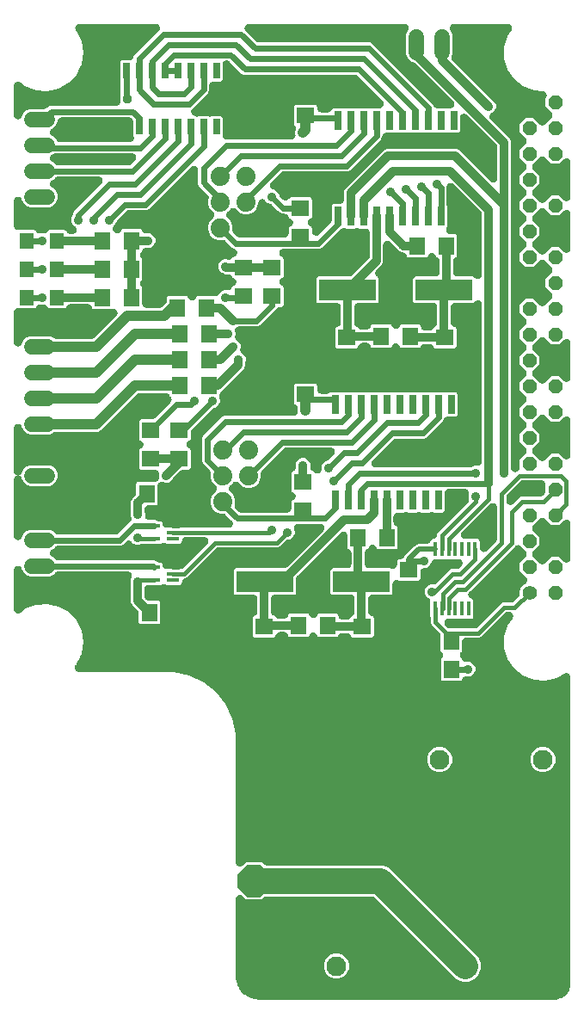
<source format=gbr>
G04 EAGLE Gerber RS-274X export*
G75*
%MOMM*%
%FSLAX34Y34*%
%LPD*%
%INTop Copper*%
%IPPOS*%
%AMOC8*
5,1,8,0,0,1.08239X$1,22.5*%
G01*
%ADD10R,0.700000X1.925000*%
%ADD11R,0.450000X1.475000*%
%ADD12C,1.422400*%
%ADD13P,1.539592X8X112.500000*%
%ADD14R,0.650000X1.575000*%
%ADD15R,1.200000X0.400000*%
%ADD16R,5.600000X2.100000*%
%ADD17C,1.879600*%
%ADD18R,1.800000X1.600000*%
%ADD19R,1.600000X1.800000*%
%ADD20C,1.524000*%
%ADD21R,1.803000X1.600000*%
%ADD22R,1.600000X1.803000*%
%ADD23C,1.950000*%
%ADD24P,3.436588X8X22.500000*%
%ADD25R,1.400000X1.600000*%
%ADD26C,0.906400*%
%ADD27C,0.406400*%
%ADD28C,0.609600*%
%ADD29C,0.812800*%
%ADD30C,0.956400*%
%ADD31C,1.016000*%
%ADD32C,0.508000*%
%ADD33C,2.540000*%

G36*
X682668Y58433D02*
X682668Y58433D01*
X682766Y58429D01*
X684225Y58525D01*
X684229Y58526D01*
X684233Y58526D01*
X684251Y58529D01*
X684789Y58602D01*
X684925Y58641D01*
X685010Y58655D01*
X687828Y59410D01*
X687958Y59455D01*
X688091Y59490D01*
X688187Y59533D01*
X688367Y59596D01*
X688716Y59774D01*
X688809Y59816D01*
X691335Y61275D01*
X691449Y61351D01*
X691568Y61420D01*
X691649Y61487D01*
X691807Y61593D01*
X692098Y61856D01*
X692177Y61920D01*
X694240Y63983D01*
X694330Y64087D01*
X694427Y64184D01*
X694488Y64270D01*
X694613Y64413D01*
X694826Y64742D01*
X694885Y64825D01*
X696344Y67351D01*
X696404Y67475D01*
X696473Y67593D01*
X696510Y67692D01*
X696594Y67864D01*
X696714Y68237D01*
X696750Y68332D01*
X697505Y71150D01*
X697506Y71154D01*
X697507Y71157D01*
X697510Y71176D01*
X697614Y71709D01*
X697621Y71850D01*
X697635Y71935D01*
X697731Y73394D01*
X697730Y73563D01*
X697739Y73660D01*
X697739Y375526D01*
X697728Y375680D01*
X697728Y375833D01*
X697709Y375963D01*
X697699Y376095D01*
X697667Y376245D01*
X697645Y376397D01*
X697608Y376523D01*
X697580Y376652D01*
X697528Y376796D01*
X697484Y376944D01*
X697430Y377063D01*
X697384Y377187D01*
X697312Y377323D01*
X697248Y377462D01*
X697178Y377573D01*
X697116Y377689D01*
X697025Y377813D01*
X696943Y377943D01*
X696857Y378043D01*
X696779Y378149D01*
X696672Y378259D01*
X696572Y378376D01*
X696474Y378463D01*
X696382Y378558D01*
X696260Y378652D01*
X696145Y378753D01*
X696035Y378826D01*
X695931Y378906D01*
X695798Y378982D01*
X695670Y379067D01*
X695551Y379123D01*
X695436Y379189D01*
X695293Y379245D01*
X695155Y379311D01*
X695029Y379350D01*
X694907Y379399D01*
X694757Y379435D01*
X694611Y379481D01*
X694481Y379502D01*
X694353Y379533D01*
X694200Y379548D01*
X694048Y379573D01*
X693917Y379575D01*
X693786Y379588D01*
X693632Y379582D01*
X693479Y379585D01*
X693348Y379569D01*
X693216Y379564D01*
X693066Y379536D01*
X692913Y379517D01*
X692786Y379484D01*
X692656Y379460D01*
X692511Y379411D01*
X692362Y379371D01*
X692274Y379331D01*
X692116Y379278D01*
X691712Y379076D01*
X691644Y379045D01*
X683903Y374576D01*
X672844Y372052D01*
X661532Y372899D01*
X650973Y377044D01*
X642104Y384116D01*
X635714Y393489D01*
X632370Y404328D01*
X632370Y415672D01*
X635714Y426511D01*
X640530Y433575D01*
X640540Y433593D01*
X640553Y433609D01*
X640684Y433839D01*
X640817Y434067D01*
X640825Y434086D01*
X640835Y434104D01*
X640933Y434351D01*
X641032Y434595D01*
X641037Y434614D01*
X641045Y434633D01*
X641107Y434892D01*
X641172Y435147D01*
X641174Y435167D01*
X641179Y435187D01*
X641205Y435452D01*
X641233Y435714D01*
X641232Y435734D01*
X641234Y435754D01*
X641223Y436019D01*
X641214Y436283D01*
X641211Y436303D01*
X641210Y436324D01*
X641162Y436583D01*
X641116Y436844D01*
X641109Y436864D01*
X641106Y436884D01*
X641022Y437135D01*
X640940Y437386D01*
X640931Y437405D01*
X640924Y437424D01*
X640806Y437660D01*
X640690Y437898D01*
X640678Y437915D01*
X640669Y437933D01*
X640519Y438151D01*
X640371Y438370D01*
X640357Y438385D01*
X640345Y438402D01*
X640166Y438597D01*
X639989Y438793D01*
X639973Y438806D01*
X639959Y438821D01*
X639754Y438989D01*
X639551Y439158D01*
X639534Y439169D01*
X639518Y439182D01*
X639292Y439319D01*
X639067Y439459D01*
X639048Y439467D01*
X639031Y439477D01*
X638789Y439581D01*
X638546Y439688D01*
X638526Y439694D01*
X638507Y439702D01*
X638252Y439771D01*
X637997Y439843D01*
X637977Y439845D01*
X637957Y439851D01*
X637886Y439858D01*
X637433Y439919D01*
X637268Y439918D01*
X637173Y439927D01*
X636037Y439927D01*
X635977Y439923D01*
X635917Y439925D01*
X635693Y439903D01*
X635469Y439887D01*
X635410Y439875D01*
X635350Y439869D01*
X635131Y439815D01*
X634912Y439768D01*
X634855Y439748D01*
X634796Y439733D01*
X634587Y439650D01*
X634376Y439572D01*
X634323Y439544D01*
X634267Y439522D01*
X634072Y439410D01*
X633874Y439304D01*
X633825Y439268D01*
X633773Y439238D01*
X633682Y439163D01*
X633414Y438967D01*
X633253Y438810D01*
X633164Y438737D01*
X609650Y415223D01*
X607970Y414527D01*
X595024Y414527D01*
X594795Y414511D01*
X594564Y414501D01*
X594510Y414491D01*
X594456Y414487D01*
X594230Y414439D01*
X594004Y414397D01*
X593952Y414380D01*
X593898Y414368D01*
X593682Y414289D01*
X593464Y414216D01*
X593415Y414191D01*
X593363Y414172D01*
X593160Y414064D01*
X592955Y413961D01*
X592909Y413930D01*
X592861Y413904D01*
X592675Y413768D01*
X592486Y413637D01*
X592445Y413600D01*
X592401Y413567D01*
X592236Y413407D01*
X592067Y413251D01*
X592032Y413208D01*
X591993Y413170D01*
X591852Y412988D01*
X591706Y412810D01*
X591678Y412762D01*
X591644Y412719D01*
X591530Y412519D01*
X591411Y412322D01*
X591389Y412272D01*
X591362Y412224D01*
X591277Y412010D01*
X591186Y411799D01*
X591172Y411746D01*
X591152Y411695D01*
X591097Y411470D01*
X591037Y411249D01*
X591033Y411205D01*
X591017Y411141D01*
X590962Y410574D01*
X590965Y410508D01*
X590961Y410464D01*
X590961Y401975D01*
X590574Y401041D01*
X590034Y400501D01*
X589883Y400327D01*
X589727Y400157D01*
X589696Y400112D01*
X589660Y400071D01*
X589535Y399877D01*
X589405Y399688D01*
X589380Y399638D01*
X589350Y399592D01*
X589253Y399384D01*
X589151Y399177D01*
X589134Y399125D01*
X589110Y399076D01*
X589044Y398855D01*
X588971Y398637D01*
X588961Y398583D01*
X588945Y398530D01*
X588910Y398303D01*
X588869Y398076D01*
X588866Y398021D01*
X588858Y397967D01*
X588855Y397737D01*
X588845Y397507D01*
X588851Y397452D01*
X588850Y397397D01*
X588879Y397169D01*
X588902Y396940D01*
X588915Y396887D01*
X588922Y396832D01*
X588983Y396610D01*
X589038Y396387D01*
X589058Y396335D01*
X589073Y396283D01*
X589164Y396072D01*
X589249Y395858D01*
X589277Y395810D01*
X589299Y395760D01*
X589418Y395563D01*
X589533Y395363D01*
X589561Y395329D01*
X589595Y395273D01*
X589957Y394833D01*
X590006Y394789D01*
X590034Y394754D01*
X590794Y393994D01*
X591156Y393121D01*
X591157Y393119D01*
X591158Y393116D01*
X591286Y392859D01*
X591410Y392611D01*
X591411Y392609D01*
X591413Y392607D01*
X591583Y392360D01*
X591733Y392142D01*
X591735Y392140D01*
X591737Y392138D01*
X591927Y391931D01*
X592119Y391723D01*
X592121Y391721D01*
X592123Y391719D01*
X592353Y391531D01*
X592560Y391361D01*
X592562Y391360D01*
X592564Y391358D01*
X592807Y391211D01*
X593046Y391065D01*
X593049Y391064D01*
X593051Y391063D01*
X593301Y390956D01*
X593570Y390840D01*
X593572Y390839D01*
X593575Y390838D01*
X593847Y390764D01*
X594119Y390690D01*
X594122Y390690D01*
X594125Y390689D01*
X594138Y390688D01*
X594685Y390619D01*
X594825Y390621D01*
X594910Y390613D01*
X598307Y390613D01*
X600906Y389536D01*
X602896Y387546D01*
X603973Y384947D01*
X603973Y382133D01*
X602896Y379534D01*
X600906Y377544D01*
X598307Y376467D01*
X594910Y376467D01*
X594907Y376467D01*
X594904Y376467D01*
X594627Y376447D01*
X594341Y376427D01*
X594338Y376427D01*
X594336Y376427D01*
X594061Y376367D01*
X593784Y376308D01*
X593781Y376307D01*
X593779Y376307D01*
X593522Y376212D01*
X593249Y376112D01*
X593246Y376111D01*
X593244Y376110D01*
X593010Y375985D01*
X592746Y375844D01*
X592744Y375842D01*
X592742Y375841D01*
X592514Y375673D01*
X592287Y375507D01*
X592285Y375505D01*
X592282Y375504D01*
X592076Y375303D01*
X591878Y375110D01*
X591877Y375108D01*
X591875Y375106D01*
X591699Y374879D01*
X591530Y374659D01*
X591528Y374657D01*
X591527Y374655D01*
X591520Y374643D01*
X591247Y374164D01*
X591196Y374034D01*
X591156Y373959D01*
X590794Y373086D01*
X590079Y372371D01*
X589145Y371984D01*
X572135Y371984D01*
X571201Y372371D01*
X570486Y373086D01*
X570099Y374020D01*
X570099Y393060D01*
X570486Y393994D01*
X571026Y394534D01*
X571177Y394708D01*
X571333Y394878D01*
X571364Y394923D01*
X571400Y394965D01*
X571525Y395157D01*
X571655Y395347D01*
X571680Y395397D01*
X571710Y395443D01*
X571807Y395652D01*
X571909Y395858D01*
X571926Y395910D01*
X571950Y395960D01*
X572017Y396180D01*
X572089Y396398D01*
X572099Y396452D01*
X572115Y396505D01*
X572150Y396732D01*
X572191Y396959D01*
X572194Y397014D01*
X572202Y397068D01*
X572205Y397298D01*
X572215Y397528D01*
X572209Y397583D01*
X572210Y397638D01*
X572181Y397866D01*
X572158Y398095D01*
X572145Y398148D01*
X572138Y398203D01*
X572077Y398426D01*
X572022Y398648D01*
X572002Y398699D01*
X571987Y398752D01*
X571896Y398964D01*
X571811Y399178D01*
X571783Y399225D01*
X571761Y399276D01*
X571641Y399472D01*
X571527Y399672D01*
X571499Y399706D01*
X571465Y399762D01*
X571103Y400202D01*
X571055Y400246D01*
X571026Y400281D01*
X570266Y401041D01*
X569879Y401975D01*
X569879Y416497D01*
X569875Y416557D01*
X569877Y416617D01*
X569855Y416841D01*
X569839Y417065D01*
X569827Y417124D01*
X569821Y417184D01*
X569767Y417403D01*
X569720Y417623D01*
X569700Y417679D01*
X569685Y417738D01*
X569602Y417947D01*
X569524Y418158D01*
X569496Y418211D01*
X569474Y418267D01*
X569362Y418462D01*
X569256Y418660D01*
X569220Y418709D01*
X569190Y418761D01*
X569115Y418852D01*
X568919Y419120D01*
X568762Y419281D01*
X568689Y419370D01*
X560823Y427236D01*
X560127Y428916D01*
X560127Y433845D01*
X560119Y433963D01*
X560120Y434081D01*
X560099Y434246D01*
X560087Y434413D01*
X560063Y434529D01*
X560048Y434646D01*
X560014Y434755D01*
X559968Y434971D01*
X559909Y435132D01*
X559909Y449962D01*
X559909Y449965D01*
X559909Y449968D01*
X559890Y450242D01*
X559869Y450531D01*
X559869Y450533D01*
X559869Y450536D01*
X559808Y450816D01*
X559750Y451088D01*
X559749Y451090D01*
X559749Y451093D01*
X559657Y451343D01*
X559554Y451623D01*
X559553Y451625D01*
X559552Y451628D01*
X559425Y451865D01*
X559286Y452125D01*
X559284Y452127D01*
X559283Y452130D01*
X559113Y452362D01*
X558949Y452585D01*
X558947Y452587D01*
X558946Y452589D01*
X558758Y452781D01*
X558552Y452993D01*
X558550Y452995D01*
X558548Y452997D01*
X558336Y453160D01*
X558101Y453342D01*
X558099Y453343D01*
X558097Y453345D01*
X558085Y453352D01*
X557606Y453624D01*
X557476Y453676D01*
X557401Y453716D01*
X557334Y453744D01*
X555344Y455734D01*
X554267Y458333D01*
X554267Y461147D01*
X555344Y463746D01*
X557334Y465736D01*
X559933Y466813D01*
X562803Y466813D01*
X562863Y466817D01*
X562923Y466815D01*
X563147Y466837D01*
X563371Y466853D01*
X563430Y466865D01*
X563490Y466871D01*
X563709Y466925D01*
X563928Y466972D01*
X563985Y466992D01*
X564044Y467007D01*
X564253Y467090D01*
X564464Y467168D01*
X564517Y467196D01*
X564573Y467218D01*
X564768Y467330D01*
X564966Y467436D01*
X565015Y467472D01*
X565067Y467502D01*
X565158Y467577D01*
X565426Y467773D01*
X565587Y467930D01*
X565676Y468003D01*
X579070Y481397D01*
X580750Y482093D01*
X585703Y482093D01*
X585763Y482097D01*
X585823Y482095D01*
X586047Y482117D01*
X586271Y482133D01*
X586330Y482145D01*
X586390Y482151D01*
X586608Y482205D01*
X586828Y482252D01*
X586885Y482272D01*
X586944Y482287D01*
X587152Y482370D01*
X587364Y482448D01*
X587417Y482476D01*
X587473Y482498D01*
X587668Y482610D01*
X587866Y482716D01*
X587915Y482752D01*
X587967Y482782D01*
X588058Y482857D01*
X588326Y483053D01*
X588487Y483210D01*
X588576Y483283D01*
X590261Y484968D01*
X590337Y485055D01*
X590419Y485135D01*
X590523Y485270D01*
X590635Y485398D01*
X590697Y485495D01*
X590768Y485586D01*
X590852Y485734D01*
X590945Y485876D01*
X590993Y485981D01*
X591050Y486081D01*
X591113Y486239D01*
X591184Y486393D01*
X591218Y486503D01*
X591260Y486610D01*
X591300Y486776D01*
X591350Y486938D01*
X591367Y487052D01*
X591394Y487164D01*
X591411Y487334D01*
X591437Y487501D01*
X591439Y487616D01*
X591450Y487731D01*
X591442Y487901D01*
X591445Y488071D01*
X591430Y488185D01*
X591425Y488301D01*
X591394Y488468D01*
X591373Y488636D01*
X591342Y488748D01*
X591321Y488861D01*
X591267Y489022D01*
X591222Y489186D01*
X591176Y489292D01*
X591140Y489401D01*
X591064Y489553D01*
X590996Y489709D01*
X590936Y489807D01*
X590885Y489910D01*
X590788Y490051D01*
X590700Y490195D01*
X590626Y490284D01*
X590561Y490379D01*
X590445Y490504D01*
X590338Y490636D01*
X590253Y490713D01*
X590175Y490798D01*
X590043Y490906D01*
X589918Y491021D01*
X589823Y491086D01*
X589734Y491159D01*
X589588Y491247D01*
X589448Y491343D01*
X589345Y491395D01*
X589246Y491454D01*
X589090Y491521D01*
X588938Y491597D01*
X588829Y491633D01*
X588723Y491679D01*
X588559Y491723D01*
X588397Y491777D01*
X588284Y491798D01*
X588173Y491828D01*
X588058Y491839D01*
X587837Y491879D01*
X587505Y491893D01*
X587388Y491904D01*
X564788Y491904D01*
X564785Y491904D01*
X564783Y491904D01*
X564505Y491884D01*
X564220Y491864D01*
X564217Y491864D01*
X564214Y491864D01*
X563937Y491804D01*
X563662Y491745D01*
X563660Y491744D01*
X563657Y491744D01*
X563393Y491647D01*
X563127Y491549D01*
X563125Y491548D01*
X563122Y491547D01*
X562878Y491416D01*
X562625Y491281D01*
X562623Y491279D01*
X562620Y491278D01*
X562388Y491108D01*
X562165Y490944D01*
X562163Y490942D01*
X562161Y490941D01*
X561958Y490743D01*
X561757Y490547D01*
X561755Y490545D01*
X561753Y490543D01*
X561582Y490321D01*
X561408Y490096D01*
X561407Y490094D01*
X561405Y490092D01*
X561399Y490080D01*
X561126Y489601D01*
X561074Y489471D01*
X561034Y489396D01*
X559716Y486214D01*
X557726Y484224D01*
X555127Y483147D01*
X554084Y483147D01*
X553855Y483131D01*
X553624Y483121D01*
X553570Y483111D01*
X553516Y483107D01*
X553290Y483059D01*
X553064Y483017D01*
X553012Y483000D01*
X552958Y482988D01*
X552742Y482909D01*
X552524Y482836D01*
X552475Y482811D01*
X552423Y482792D01*
X552220Y482684D01*
X552015Y482581D01*
X551969Y482550D01*
X551921Y482524D01*
X551735Y482388D01*
X551546Y482257D01*
X551505Y482220D01*
X551461Y482187D01*
X551296Y482027D01*
X551127Y481871D01*
X551092Y481828D01*
X551053Y481790D01*
X550912Y481608D01*
X550766Y481430D01*
X550738Y481382D01*
X550704Y481339D01*
X550590Y481139D01*
X550471Y480942D01*
X550449Y480892D01*
X550422Y480844D01*
X550337Y480630D01*
X550246Y480419D01*
X550232Y480366D01*
X550212Y480315D01*
X550157Y480090D01*
X550097Y479869D01*
X550093Y479825D01*
X550077Y479761D01*
X550022Y479194D01*
X550025Y479128D01*
X550021Y479084D01*
X550021Y472855D01*
X549634Y471921D01*
X548919Y471206D01*
X547985Y470819D01*
X528975Y470819D01*
X528159Y471157D01*
X527995Y471212D01*
X527835Y471276D01*
X527725Y471302D01*
X527619Y471338D01*
X527449Y471369D01*
X527281Y471410D01*
X527169Y471421D01*
X527058Y471441D01*
X526886Y471448D01*
X526714Y471465D01*
X526601Y471460D01*
X526489Y471465D01*
X526317Y471448D01*
X526144Y471440D01*
X526034Y471420D01*
X525922Y471409D01*
X525754Y471368D01*
X525584Y471336D01*
X525478Y471301D01*
X525368Y471274D01*
X525208Y471210D01*
X525044Y471155D01*
X524943Y471105D01*
X524839Y471063D01*
X524689Y470977D01*
X524535Y470900D01*
X524442Y470836D01*
X524344Y470780D01*
X524208Y470674D01*
X524066Y470576D01*
X523983Y470500D01*
X523894Y470431D01*
X523774Y470307D01*
X523647Y470190D01*
X523576Y470103D01*
X523497Y470022D01*
X523396Y469883D01*
X523286Y469749D01*
X523228Y469653D01*
X523162Y469562D01*
X523080Y469409D01*
X522991Y469262D01*
X522946Y469158D01*
X522893Y469059D01*
X522834Y468896D01*
X522766Y468738D01*
X522737Y468629D01*
X522698Y468524D01*
X522662Y468355D01*
X522617Y468188D01*
X522609Y468103D01*
X522580Y467966D01*
X522542Y467416D01*
X522541Y467403D01*
X522541Y458895D01*
X522154Y457961D01*
X521439Y457246D01*
X520505Y456859D01*
X502668Y456859D01*
X502439Y456843D01*
X502208Y456833D01*
X502154Y456823D01*
X502100Y456819D01*
X501874Y456771D01*
X501648Y456729D01*
X501596Y456712D01*
X501542Y456700D01*
X501326Y456621D01*
X501108Y456548D01*
X501059Y456523D01*
X501007Y456504D01*
X500804Y456396D01*
X500599Y456293D01*
X500553Y456262D01*
X500505Y456236D01*
X500319Y456100D01*
X500130Y455969D01*
X500089Y455932D01*
X500045Y455899D01*
X499880Y455739D01*
X499711Y455583D01*
X499676Y455540D01*
X499637Y455502D01*
X499496Y455320D01*
X499350Y455142D01*
X499322Y455094D01*
X499288Y455051D01*
X499174Y454851D01*
X499055Y454654D01*
X499033Y454604D01*
X499006Y454556D01*
X498921Y454342D01*
X498830Y454131D01*
X498816Y454078D01*
X498796Y454027D01*
X498741Y453802D01*
X498681Y453581D01*
X498677Y453537D01*
X498661Y453473D01*
X498606Y452906D01*
X498609Y452840D01*
X498605Y452796D01*
X498605Y440084D01*
X498621Y439855D01*
X498631Y439624D01*
X498641Y439570D01*
X498645Y439516D01*
X498693Y439290D01*
X498735Y439064D01*
X498752Y439012D01*
X498764Y438958D01*
X498843Y438742D01*
X498916Y438524D01*
X498941Y438475D01*
X498960Y438423D01*
X499068Y438220D01*
X499171Y438015D01*
X499202Y437969D01*
X499228Y437921D01*
X499364Y437735D01*
X499495Y437546D01*
X499532Y437505D01*
X499565Y437461D01*
X499725Y437296D01*
X499881Y437127D01*
X499924Y437092D01*
X499962Y437053D01*
X500144Y436912D01*
X500322Y436766D01*
X500370Y436738D01*
X500413Y436704D01*
X500613Y436590D01*
X500810Y436471D01*
X500860Y436449D01*
X500908Y436422D01*
X501122Y436337D01*
X501333Y436246D01*
X501386Y436232D01*
X501437Y436212D01*
X501662Y436157D01*
X501883Y436097D01*
X501927Y436093D01*
X501991Y436077D01*
X502171Y436060D01*
X503199Y435634D01*
X503914Y434919D01*
X504301Y433985D01*
X504301Y416975D01*
X503914Y416041D01*
X503199Y415326D01*
X502265Y414939D01*
X483255Y414939D01*
X482321Y415326D01*
X481606Y416041D01*
X481471Y416367D01*
X481470Y416369D01*
X481469Y416372D01*
X481346Y416617D01*
X481217Y416877D01*
X481215Y416879D01*
X481214Y416881D01*
X481054Y417113D01*
X480893Y417346D01*
X480891Y417348D01*
X480890Y417350D01*
X480699Y417557D01*
X480508Y417765D01*
X480506Y417767D01*
X480504Y417769D01*
X480284Y417949D01*
X480067Y418127D01*
X480065Y418128D01*
X480063Y418130D01*
X479823Y418275D01*
X479580Y418423D01*
X479578Y418424D01*
X479575Y418425D01*
X479317Y418536D01*
X479057Y418648D01*
X479054Y418649D01*
X479052Y418650D01*
X478784Y418722D01*
X478507Y418798D01*
X478504Y418798D01*
X478502Y418799D01*
X478489Y418800D01*
X477942Y418869D01*
X477802Y418867D01*
X477717Y418875D01*
X472670Y418875D01*
X472667Y418875D01*
X472664Y418875D01*
X472385Y418855D01*
X472101Y418835D01*
X472099Y418835D01*
X472096Y418835D01*
X471814Y418774D01*
X471544Y418716D01*
X471542Y418715D01*
X471539Y418715D01*
X471268Y418615D01*
X471009Y418520D01*
X471007Y418519D01*
X471004Y418518D01*
X470759Y418387D01*
X470507Y418252D01*
X470504Y418250D01*
X470502Y418249D01*
X470268Y418077D01*
X470047Y417915D01*
X470045Y417913D01*
X470043Y417912D01*
X469841Y417715D01*
X469638Y417518D01*
X469637Y417516D01*
X469635Y417514D01*
X469460Y417288D01*
X469290Y417067D01*
X469288Y417065D01*
X469287Y417063D01*
X469280Y417050D01*
X469008Y416572D01*
X468956Y416442D01*
X468916Y416367D01*
X468874Y416266D01*
X468159Y415551D01*
X467225Y415164D01*
X450215Y415164D01*
X449281Y415551D01*
X448566Y416266D01*
X448254Y417019D01*
X448203Y417122D01*
X448160Y417230D01*
X448075Y417377D01*
X447999Y417529D01*
X447934Y417624D01*
X447877Y417724D01*
X447773Y417858D01*
X447676Y417998D01*
X447598Y418083D01*
X447528Y418174D01*
X447406Y418293D01*
X447291Y418418D01*
X447201Y418491D01*
X447119Y418571D01*
X446982Y418671D01*
X446850Y418779D01*
X446751Y418839D01*
X446658Y418907D01*
X446509Y418987D01*
X446363Y419075D01*
X446257Y419121D01*
X446156Y419175D01*
X445996Y419233D01*
X445840Y419300D01*
X445729Y419331D01*
X445620Y419370D01*
X445454Y419405D01*
X445290Y419450D01*
X445176Y419465D01*
X445063Y419488D01*
X444893Y419500D01*
X444725Y419521D01*
X444610Y419520D01*
X444495Y419528D01*
X444325Y419515D01*
X444155Y419513D01*
X444041Y419495D01*
X443926Y419487D01*
X443760Y419451D01*
X443592Y419425D01*
X443482Y419391D01*
X443369Y419367D01*
X443210Y419308D01*
X443047Y419259D01*
X442942Y419210D01*
X442834Y419171D01*
X442684Y419090D01*
X442530Y419018D01*
X442434Y418956D01*
X442332Y418901D01*
X442195Y418800D01*
X442053Y418708D01*
X441966Y418632D01*
X441873Y418564D01*
X441751Y418445D01*
X441623Y418334D01*
X441548Y418247D01*
X441465Y418166D01*
X441361Y418032D01*
X441250Y417903D01*
X441187Y417806D01*
X441117Y417715D01*
X441063Y417613D01*
X440941Y417424D01*
X440802Y417123D01*
X440746Y417019D01*
X440434Y416266D01*
X439719Y415551D01*
X438785Y415164D01*
X421775Y415164D01*
X420841Y415551D01*
X420126Y416266D01*
X419571Y417607D01*
X419569Y417609D01*
X419568Y417612D01*
X419441Y417866D01*
X419316Y418117D01*
X419315Y418119D01*
X419313Y418121D01*
X419148Y418361D01*
X418993Y418586D01*
X418991Y418588D01*
X418990Y418590D01*
X418794Y418802D01*
X418607Y419005D01*
X418605Y419007D01*
X418603Y419009D01*
X418380Y419192D01*
X418167Y419367D01*
X418164Y419368D01*
X418162Y419370D01*
X417916Y419519D01*
X417680Y419663D01*
X417677Y419664D01*
X417675Y419665D01*
X417419Y419775D01*
X417156Y419888D01*
X417154Y419889D01*
X417151Y419890D01*
X416882Y419963D01*
X416607Y420038D01*
X416604Y420038D01*
X416601Y420039D01*
X416588Y420040D01*
X416041Y420109D01*
X415902Y420107D01*
X415817Y420115D01*
X411797Y420115D01*
X411794Y420115D01*
X411791Y420115D01*
X411516Y420096D01*
X411228Y420075D01*
X411225Y420075D01*
X411223Y420075D01*
X410951Y420016D01*
X410671Y419956D01*
X410669Y419955D01*
X410666Y419955D01*
X410399Y419857D01*
X410136Y419760D01*
X410134Y419759D01*
X410131Y419758D01*
X409878Y419623D01*
X409634Y419492D01*
X409631Y419490D01*
X409629Y419489D01*
X409393Y419316D01*
X409174Y419155D01*
X409172Y419153D01*
X409169Y419152D01*
X408969Y418956D01*
X408765Y418758D01*
X408764Y418756D01*
X408762Y418754D01*
X408594Y418536D01*
X408417Y418307D01*
X408415Y418305D01*
X408414Y418303D01*
X408407Y418291D01*
X408134Y417812D01*
X408111Y417754D01*
X408107Y417747D01*
X408078Y417674D01*
X408043Y417607D01*
X407394Y416041D01*
X406679Y415326D01*
X405745Y414939D01*
X386735Y414939D01*
X385801Y415326D01*
X385086Y416041D01*
X384699Y416975D01*
X384699Y433985D01*
X385086Y434919D01*
X385801Y435634D01*
X387127Y436183D01*
X387129Y436184D01*
X387132Y436185D01*
X387389Y436314D01*
X387637Y436438D01*
X387639Y436439D01*
X387641Y436440D01*
X387873Y436600D01*
X388106Y436761D01*
X388108Y436763D01*
X388110Y436764D01*
X388307Y436946D01*
X388525Y437147D01*
X388527Y437149D01*
X388529Y437151D01*
X388705Y437365D01*
X388887Y437587D01*
X388888Y437589D01*
X388890Y437592D01*
X389031Y437825D01*
X389183Y438074D01*
X389184Y438077D01*
X389185Y438079D01*
X389294Y438332D01*
X389408Y438597D01*
X389409Y438600D01*
X389410Y438603D01*
X389482Y438870D01*
X389558Y439147D01*
X389558Y439150D01*
X389559Y439152D01*
X389560Y439165D01*
X389629Y439712D01*
X389627Y439852D01*
X389635Y439937D01*
X389635Y452796D01*
X389619Y453025D01*
X389609Y453256D01*
X389599Y453310D01*
X389595Y453364D01*
X389547Y453590D01*
X389505Y453816D01*
X389488Y453868D01*
X389476Y453922D01*
X389397Y454138D01*
X389324Y454356D01*
X389299Y454405D01*
X389280Y454457D01*
X389172Y454660D01*
X389069Y454865D01*
X389038Y454911D01*
X389012Y454959D01*
X388876Y455145D01*
X388745Y455334D01*
X388708Y455375D01*
X388675Y455419D01*
X388515Y455583D01*
X388359Y455753D01*
X388316Y455788D01*
X388278Y455827D01*
X388096Y455968D01*
X387918Y456114D01*
X387870Y456142D01*
X387827Y456176D01*
X387627Y456290D01*
X387430Y456409D01*
X387380Y456431D01*
X387332Y456458D01*
X387118Y456543D01*
X386907Y456634D01*
X386854Y456648D01*
X386803Y456668D01*
X386578Y456723D01*
X386357Y456783D01*
X386313Y456787D01*
X386249Y456803D01*
X385682Y456858D01*
X385616Y456855D01*
X385572Y456859D01*
X368495Y456859D01*
X367561Y457246D01*
X366846Y457961D01*
X366459Y458895D01*
X366459Y480905D01*
X366846Y481839D01*
X367561Y482554D01*
X368495Y482941D01*
X416037Y482941D01*
X416097Y482945D01*
X416158Y482943D01*
X416381Y482965D01*
X416606Y482981D01*
X416665Y482993D01*
X416725Y482999D01*
X416943Y483053D01*
X417163Y483100D01*
X417219Y483120D01*
X417278Y483135D01*
X417487Y483218D01*
X417698Y483296D01*
X417751Y483324D01*
X417807Y483346D01*
X418002Y483458D01*
X418200Y483564D01*
X418249Y483600D01*
X418301Y483630D01*
X418392Y483705D01*
X418660Y483901D01*
X418821Y484058D01*
X418910Y484131D01*
X454254Y519475D01*
X454330Y519562D01*
X454413Y519642D01*
X454517Y519777D01*
X454628Y519905D01*
X454691Y520002D01*
X454761Y520093D01*
X454845Y520241D01*
X454938Y520383D01*
X454986Y520488D01*
X455043Y520588D01*
X455106Y520746D01*
X455178Y520900D01*
X455211Y521010D01*
X455254Y521117D01*
X455294Y521283D01*
X455343Y521445D01*
X455361Y521559D01*
X455388Y521671D01*
X455404Y521841D01*
X455430Y522008D01*
X455432Y522123D01*
X455443Y522238D01*
X455436Y522408D01*
X455438Y522578D01*
X455423Y522692D01*
X455418Y522808D01*
X455387Y522975D01*
X455366Y523143D01*
X455335Y523255D01*
X455314Y523368D01*
X455260Y523529D01*
X455215Y523693D01*
X455170Y523799D01*
X455133Y523908D01*
X455057Y524060D01*
X454990Y524216D01*
X454930Y524314D01*
X454878Y524417D01*
X454781Y524557D01*
X454693Y524702D01*
X454620Y524791D01*
X454554Y524886D01*
X454439Y525011D01*
X454331Y525143D01*
X454246Y525220D01*
X454168Y525305D01*
X454036Y525413D01*
X453911Y525528D01*
X453816Y525593D01*
X453727Y525666D01*
X453581Y525754D01*
X453441Y525850D01*
X453338Y525902D01*
X453240Y525961D01*
X453084Y526028D01*
X452931Y526104D01*
X452822Y526140D01*
X452716Y526186D01*
X452552Y526230D01*
X452391Y526284D01*
X452277Y526305D01*
X452166Y526335D01*
X452051Y526346D01*
X451830Y526386D01*
X451498Y526400D01*
X451381Y526411D01*
X429419Y526411D01*
X429246Y526399D01*
X429074Y526397D01*
X428963Y526379D01*
X428850Y526371D01*
X428681Y526335D01*
X428511Y526309D01*
X428403Y526276D01*
X428293Y526252D01*
X428131Y526193D01*
X427966Y526143D01*
X427864Y526095D01*
X427758Y526056D01*
X427606Y525975D01*
X427449Y525902D01*
X427355Y525841D01*
X427256Y525788D01*
X427116Y525686D01*
X426971Y525592D01*
X426887Y525518D01*
X426796Y525451D01*
X426672Y525331D01*
X426542Y525217D01*
X426468Y525132D01*
X426387Y525054D01*
X426282Y524917D01*
X426169Y524787D01*
X426108Y524692D01*
X426039Y524603D01*
X425953Y524453D01*
X425860Y524308D01*
X425812Y524206D01*
X425757Y524108D01*
X425693Y523947D01*
X425620Y523791D01*
X425588Y523683D01*
X425546Y523579D01*
X425506Y523410D01*
X425456Y523245D01*
X425439Y523134D01*
X425412Y523025D01*
X425396Y522853D01*
X425369Y522682D01*
X425368Y522570D01*
X425357Y522458D01*
X425364Y522285D01*
X425362Y522112D01*
X425377Y522001D01*
X425382Y521888D01*
X425413Y521718D01*
X425435Y521547D01*
X425460Y521466D01*
X425486Y521328D01*
X425661Y520805D01*
X425665Y520793D01*
X426173Y519567D01*
X426173Y516753D01*
X425096Y514154D01*
X423106Y512164D01*
X420507Y511087D01*
X420177Y511087D01*
X420117Y511083D01*
X420057Y511085D01*
X419833Y511063D01*
X419609Y511047D01*
X419550Y511035D01*
X419490Y511029D01*
X419271Y510975D01*
X419052Y510928D01*
X418995Y510908D01*
X418936Y510893D01*
X418727Y510810D01*
X418516Y510732D01*
X418463Y510704D01*
X418407Y510682D01*
X418212Y510570D01*
X418014Y510464D01*
X417965Y510428D01*
X417913Y510398D01*
X417822Y510323D01*
X417554Y510127D01*
X417393Y509970D01*
X417304Y509897D01*
X413388Y505981D01*
X411530Y504123D01*
X409850Y503427D01*
X351557Y503427D01*
X351497Y503423D01*
X351437Y503425D01*
X351213Y503403D01*
X350989Y503387D01*
X350930Y503375D01*
X350870Y503369D01*
X350651Y503315D01*
X350432Y503268D01*
X350375Y503248D01*
X350316Y503233D01*
X350107Y503150D01*
X349896Y503072D01*
X349843Y503044D01*
X349787Y503022D01*
X349592Y502910D01*
X349394Y502804D01*
X349345Y502768D01*
X349293Y502738D01*
X349202Y502663D01*
X348934Y502467D01*
X348773Y502310D01*
X348684Y502237D01*
X320090Y473643D01*
X317729Y472665D01*
X317727Y472664D01*
X317724Y472663D01*
X317460Y472531D01*
X317219Y472411D01*
X317217Y472409D01*
X317215Y472408D01*
X316977Y472244D01*
X316750Y472088D01*
X316748Y472086D01*
X316746Y472084D01*
X316533Y471888D01*
X316331Y471702D01*
X316329Y471700D01*
X316327Y471698D01*
X316136Y471465D01*
X315969Y471261D01*
X315968Y471259D01*
X315966Y471257D01*
X315810Y471000D01*
X315673Y470775D01*
X315672Y470772D01*
X315671Y470770D01*
X315558Y470507D01*
X315448Y470251D01*
X315447Y470249D01*
X315446Y470246D01*
X315373Y469976D01*
X315298Y469701D01*
X315298Y469699D01*
X315297Y469696D01*
X315296Y469684D01*
X315227Y469136D01*
X315229Y468997D01*
X315221Y468911D01*
X315221Y468515D01*
X314834Y467581D01*
X314119Y466866D01*
X313185Y466479D01*
X300175Y466479D01*
X298735Y467076D01*
X298678Y467095D01*
X298623Y467120D01*
X298407Y467185D01*
X298195Y467256D01*
X298135Y467267D01*
X298077Y467285D01*
X297855Y467319D01*
X297634Y467359D01*
X297574Y467362D01*
X297514Y467371D01*
X297289Y467374D01*
X297065Y467383D01*
X297005Y467377D01*
X296944Y467378D01*
X296722Y467349D01*
X296498Y467327D01*
X296439Y467313D01*
X296379Y467305D01*
X296267Y467271D01*
X295944Y467192D01*
X295735Y467109D01*
X295625Y467076D01*
X294185Y466479D01*
X289475Y466479D01*
X289358Y466471D01*
X289240Y466472D01*
X289074Y466451D01*
X289020Y466447D01*
X282448Y466447D01*
X282219Y466431D01*
X281988Y466421D01*
X281934Y466411D01*
X281880Y466407D01*
X281654Y466359D01*
X281428Y466317D01*
X281376Y466300D01*
X281322Y466288D01*
X281106Y466209D01*
X280888Y466136D01*
X280839Y466111D01*
X280787Y466092D01*
X280584Y465984D01*
X280379Y465881D01*
X280333Y465850D01*
X280285Y465824D01*
X280099Y465688D01*
X279910Y465557D01*
X279869Y465520D01*
X279825Y465487D01*
X279660Y465327D01*
X279491Y465171D01*
X279456Y465128D01*
X279417Y465090D01*
X279276Y464908D01*
X279130Y464730D01*
X279102Y464682D01*
X279068Y464639D01*
X278954Y464439D01*
X278835Y464242D01*
X278813Y464192D01*
X278786Y464144D01*
X278701Y463930D01*
X278610Y463719D01*
X278596Y463666D01*
X278576Y463615D01*
X278521Y463390D01*
X278461Y463169D01*
X278457Y463125D01*
X278441Y463061D01*
X278386Y462494D01*
X278389Y462428D01*
X278385Y462384D01*
X278385Y455239D01*
X278389Y455179D01*
X278387Y455118D01*
X278409Y454895D01*
X278425Y454670D01*
X278437Y454611D01*
X278443Y454551D01*
X278497Y454333D01*
X278544Y454113D01*
X278564Y454057D01*
X278579Y453998D01*
X278662Y453789D01*
X278740Y453578D01*
X278768Y453525D01*
X278790Y453469D01*
X278902Y453274D01*
X279008Y453076D01*
X279044Y453027D01*
X279074Y452975D01*
X279149Y452884D01*
X279345Y452616D01*
X279502Y452455D01*
X279575Y452366D01*
X279790Y452151D01*
X279835Y452111D01*
X279876Y452067D01*
X280050Y451925D01*
X280220Y451777D01*
X280270Y451744D01*
X280317Y451706D01*
X280510Y451589D01*
X280698Y451467D01*
X280753Y451442D01*
X280804Y451411D01*
X281011Y451322D01*
X281215Y451227D01*
X281273Y451210D01*
X281328Y451186D01*
X281545Y451128D01*
X281760Y451062D01*
X281820Y451053D01*
X281878Y451037D01*
X281995Y451026D01*
X282323Y450975D01*
X282548Y450972D01*
X282663Y450961D01*
X291685Y450961D01*
X292619Y450574D01*
X293334Y449859D01*
X293721Y448925D01*
X293721Y429915D01*
X293334Y428981D01*
X292619Y428266D01*
X291685Y427879D01*
X274675Y427879D01*
X273741Y428266D01*
X273026Y428981D01*
X272639Y429915D01*
X272639Y438937D01*
X272635Y438997D01*
X272637Y439058D01*
X272615Y439281D01*
X272599Y439506D01*
X272587Y439565D01*
X272581Y439625D01*
X272527Y439843D01*
X272480Y440063D01*
X272460Y440119D01*
X272445Y440178D01*
X272362Y440387D01*
X272284Y440598D01*
X272256Y440651D01*
X272234Y440707D01*
X272122Y440902D01*
X272016Y441100D01*
X271980Y441149D01*
X271950Y441201D01*
X271875Y441292D01*
X271679Y441560D01*
X271522Y441721D01*
X271449Y441810D01*
X266181Y447079D01*
X265175Y449506D01*
X265175Y466555D01*
X265167Y466673D01*
X265168Y466791D01*
X265147Y466956D01*
X265135Y467123D01*
X265111Y467239D01*
X265096Y467356D01*
X265062Y467465D01*
X265016Y467681D01*
X264900Y467999D01*
X264866Y468110D01*
X264707Y468493D01*
X264707Y471307D01*
X265795Y473933D01*
X265850Y474097D01*
X265914Y474257D01*
X265940Y474367D01*
X265976Y474473D01*
X266007Y474643D01*
X266048Y474811D01*
X266059Y474923D01*
X266079Y475034D01*
X266086Y475206D01*
X266103Y475378D01*
X266098Y475491D01*
X266103Y475603D01*
X266086Y475775D01*
X266078Y475948D01*
X266058Y476058D01*
X266047Y476170D01*
X266006Y476338D01*
X265974Y476508D01*
X265939Y476614D01*
X265912Y476724D01*
X265848Y476884D01*
X265793Y477048D01*
X265743Y477149D01*
X265701Y477253D01*
X265615Y477403D01*
X265538Y477557D01*
X265474Y477650D01*
X265418Y477748D01*
X265312Y477884D01*
X265214Y478026D01*
X265138Y478109D01*
X265069Y478198D01*
X264945Y478318D01*
X264828Y478445D01*
X264741Y478516D01*
X264660Y478595D01*
X264521Y478696D01*
X264387Y478806D01*
X264290Y478864D01*
X264200Y478931D01*
X264047Y479012D01*
X263900Y479101D01*
X263796Y479146D01*
X263697Y479199D01*
X263535Y479258D01*
X263376Y479326D01*
X263267Y479355D01*
X263162Y479394D01*
X262993Y479430D01*
X262826Y479475D01*
X262741Y479483D01*
X262604Y479512D01*
X262054Y479550D01*
X262041Y479551D01*
X193344Y479551D01*
X193284Y479547D01*
X193223Y479549D01*
X193000Y479527D01*
X192775Y479511D01*
X192716Y479499D01*
X192656Y479493D01*
X192438Y479439D01*
X192218Y479392D01*
X192162Y479372D01*
X192103Y479357D01*
X191894Y479274D01*
X191683Y479196D01*
X191630Y479168D01*
X191574Y479146D01*
X191379Y479034D01*
X191181Y478928D01*
X191132Y478892D01*
X191080Y478862D01*
X190989Y478787D01*
X190721Y478591D01*
X190560Y478434D01*
X190471Y478361D01*
X188636Y476526D01*
X184901Y474979D01*
X165619Y474979D01*
X161884Y476526D01*
X159026Y479384D01*
X157678Y482639D01*
X157652Y482691D01*
X157632Y482745D01*
X157525Y482946D01*
X157424Y483149D01*
X157391Y483197D01*
X157364Y483247D01*
X157229Y483431D01*
X157100Y483618D01*
X157061Y483661D01*
X157027Y483707D01*
X156869Y483870D01*
X156715Y484038D01*
X156670Y484074D01*
X156630Y484116D01*
X156450Y484255D01*
X156274Y484399D01*
X156225Y484429D01*
X156179Y484464D01*
X155981Y484577D01*
X155787Y484695D01*
X155734Y484718D01*
X155684Y484747D01*
X155472Y484831D01*
X155264Y484920D01*
X155208Y484936D01*
X155155Y484957D01*
X154933Y485010D01*
X154714Y485070D01*
X154657Y485077D01*
X154601Y485091D01*
X154374Y485113D01*
X154149Y485141D01*
X154091Y485141D01*
X154034Y485146D01*
X153806Y485136D01*
X153579Y485133D01*
X153522Y485124D01*
X153464Y485122D01*
X153241Y485080D01*
X153016Y485045D01*
X152961Y485028D01*
X152904Y485018D01*
X152689Y484945D01*
X152471Y484879D01*
X152419Y484855D01*
X152364Y484836D01*
X152160Y484734D01*
X151954Y484638D01*
X151906Y484607D01*
X151855Y484581D01*
X151667Y484452D01*
X151477Y484328D01*
X151433Y484290D01*
X151386Y484257D01*
X151218Y484103D01*
X151047Y483954D01*
X151009Y483910D01*
X150967Y483871D01*
X150822Y483695D01*
X150674Y483523D01*
X150643Y483475D01*
X150606Y483430D01*
X150488Y483236D01*
X150365Y483044D01*
X150340Y482992D01*
X150311Y482943D01*
X150221Y482734D01*
X150126Y482527D01*
X150109Y482472D01*
X150086Y482419D01*
X150027Y482200D01*
X149961Y481982D01*
X149952Y481925D01*
X149937Y481869D01*
X149926Y481753D01*
X149875Y481419D01*
X149872Y481208D01*
X149862Y481108D01*
X149862Y481102D01*
X149861Y481084D01*
X149861Y442532D01*
X149873Y442361D01*
X149875Y442188D01*
X149893Y442077D01*
X149901Y441964D01*
X149937Y441796D01*
X149963Y441625D01*
X149996Y441517D01*
X150020Y441407D01*
X150079Y441245D01*
X150129Y441080D01*
X150177Y440978D01*
X150216Y440872D01*
X150297Y440720D01*
X150370Y440564D01*
X150431Y440469D01*
X150484Y440369D01*
X150586Y440230D01*
X150680Y440086D01*
X150754Y440001D01*
X150821Y439909D01*
X150941Y439786D01*
X151054Y439656D01*
X151139Y439582D01*
X151218Y439501D01*
X151355Y439396D01*
X151485Y439283D01*
X151580Y439222D01*
X151669Y439152D01*
X151819Y439067D01*
X151963Y438974D01*
X152066Y438926D01*
X152164Y438870D01*
X152324Y438807D01*
X152480Y438734D01*
X152588Y438702D01*
X152693Y438660D01*
X152861Y438619D01*
X153026Y438570D01*
X153137Y438553D01*
X153247Y438526D01*
X153419Y438509D01*
X153589Y438483D01*
X153702Y438482D01*
X153814Y438471D01*
X153986Y438478D01*
X154159Y438476D01*
X154271Y438490D01*
X154384Y438495D01*
X154553Y438527D01*
X154724Y438549D01*
X154833Y438579D01*
X154944Y438599D01*
X155107Y438654D01*
X155273Y438700D01*
X155377Y438745D01*
X155484Y438781D01*
X155638Y438858D01*
X155796Y438926D01*
X155868Y438973D01*
X155993Y439036D01*
X156445Y439348D01*
X156457Y439356D01*
X156462Y439359D01*
X156462Y439360D01*
X160972Y442956D01*
X171532Y447101D01*
X182844Y447948D01*
X193903Y445424D01*
X203727Y439752D01*
X211442Y431437D01*
X216364Y421217D01*
X218055Y410000D01*
X216364Y398783D01*
X215713Y397431D01*
X215713Y397430D01*
X213756Y393368D01*
X213756Y393367D01*
X211800Y389305D01*
X211799Y389304D01*
X211442Y388563D01*
X210760Y387828D01*
X210736Y387797D01*
X210707Y387770D01*
X210557Y387575D01*
X210403Y387384D01*
X210383Y387350D01*
X210359Y387319D01*
X210237Y387106D01*
X210111Y386894D01*
X210096Y386858D01*
X210077Y386824D01*
X209985Y386595D01*
X209891Y386369D01*
X209881Y386331D01*
X209866Y386295D01*
X209808Y386054D01*
X209746Y385818D01*
X209742Y385779D01*
X209732Y385741D01*
X209708Y385496D01*
X209680Y385252D01*
X209681Y385213D01*
X209677Y385174D01*
X209688Y384927D01*
X209693Y384682D01*
X209700Y384644D01*
X209702Y384604D01*
X209746Y384363D01*
X209787Y384120D01*
X209798Y384083D01*
X209806Y384044D01*
X209884Y383811D01*
X209957Y383577D01*
X209974Y383541D01*
X209987Y383504D01*
X210097Y383284D01*
X210203Y383062D01*
X210224Y383030D01*
X210242Y382995D01*
X210382Y382792D01*
X210517Y382587D01*
X210543Y382558D01*
X210566Y382526D01*
X210733Y382344D01*
X210896Y382161D01*
X210925Y382136D01*
X210952Y382107D01*
X211143Y381951D01*
X211330Y381792D01*
X211363Y381771D01*
X211393Y381746D01*
X211604Y381618D01*
X211811Y381487D01*
X211847Y381471D01*
X211880Y381451D01*
X212106Y381354D01*
X212330Y381253D01*
X212368Y381242D01*
X212404Y381226D01*
X212641Y381162D01*
X212877Y381093D01*
X212916Y381088D01*
X212954Y381077D01*
X213056Y381067D01*
X213441Y381012D01*
X213633Y381011D01*
X213739Y381001D01*
X307447Y381001D01*
X322514Y377562D01*
X336438Y370856D01*
X348521Y361221D01*
X358156Y349138D01*
X364862Y335214D01*
X368301Y320147D01*
X368301Y193334D01*
X368309Y193219D01*
X368307Y193104D01*
X368329Y192935D01*
X368341Y192766D01*
X368365Y192653D01*
X368379Y192539D01*
X368424Y192374D01*
X368460Y192208D01*
X368499Y192100D01*
X368530Y191989D01*
X368597Y191833D01*
X368656Y191673D01*
X368710Y191572D01*
X368756Y191466D01*
X368844Y191321D01*
X368924Y191171D01*
X368992Y191078D01*
X369052Y190980D01*
X369160Y190848D01*
X369261Y190711D01*
X369341Y190629D01*
X369414Y190539D01*
X369540Y190425D01*
X369658Y190303D01*
X369749Y190232D01*
X369834Y190154D01*
X369974Y190058D01*
X370109Y189954D01*
X370209Y189897D01*
X370304Y189832D01*
X370456Y189756D01*
X370604Y189672D01*
X370711Y189629D01*
X370814Y189578D01*
X370975Y189524D01*
X371133Y189462D01*
X371246Y189434D01*
X371355Y189398D01*
X371522Y189368D01*
X371687Y189328D01*
X371802Y189316D01*
X371915Y189296D01*
X372085Y189289D01*
X372254Y189272D01*
X372369Y189277D01*
X372485Y189273D01*
X372654Y189289D01*
X372824Y189297D01*
X372937Y189318D01*
X373051Y189329D01*
X373217Y189370D01*
X373384Y189401D01*
X373493Y189437D01*
X373605Y189465D01*
X373763Y189528D01*
X373924Y189582D01*
X374027Y189634D01*
X374134Y189677D01*
X374281Y189761D01*
X374433Y189837D01*
X374528Y189903D01*
X374628Y189960D01*
X374717Y190033D01*
X374902Y190161D01*
X375146Y190386D01*
X375237Y190461D01*
X378452Y193676D01*
X393708Y193676D01*
X395693Y191691D01*
X395739Y191651D01*
X395779Y191607D01*
X395953Y191465D01*
X396123Y191317D01*
X396174Y191284D01*
X396220Y191246D01*
X396413Y191129D01*
X396601Y191007D01*
X396656Y190982D01*
X396708Y190951D01*
X396914Y190862D01*
X397118Y190767D01*
X397176Y190750D01*
X397231Y190726D01*
X397448Y190668D01*
X397663Y190602D01*
X397723Y190593D01*
X397781Y190577D01*
X397898Y190566D01*
X398226Y190515D01*
X398451Y190512D01*
X398566Y190501D01*
X513572Y190501D01*
X519173Y188180D01*
X607280Y100073D01*
X609601Y94472D01*
X609601Y88408D01*
X607280Y82807D01*
X602993Y78520D01*
X597392Y76199D01*
X591328Y76199D01*
X585727Y78520D01*
X505417Y158829D01*
X505378Y158863D01*
X505348Y158896D01*
X505342Y158900D01*
X505331Y158913D01*
X505157Y159055D01*
X504987Y159203D01*
X504936Y159236D01*
X504890Y159274D01*
X504697Y159391D01*
X504509Y159513D01*
X504454Y159538D01*
X504402Y159569D01*
X504196Y159658D01*
X503992Y159753D01*
X503934Y159770D01*
X503879Y159794D01*
X503662Y159852D01*
X503447Y159918D01*
X503387Y159927D01*
X503329Y159943D01*
X503212Y159954D01*
X502884Y160005D01*
X502659Y160008D01*
X502544Y160019D01*
X398566Y160019D01*
X398506Y160015D01*
X398446Y160017D01*
X398222Y159995D01*
X397998Y159979D01*
X397939Y159967D01*
X397879Y159961D01*
X397660Y159907D01*
X397440Y159860D01*
X397384Y159840D01*
X397325Y159825D01*
X397116Y159742D01*
X396905Y159664D01*
X396852Y159636D01*
X396796Y159614D01*
X396601Y159502D01*
X396403Y159396D01*
X396354Y159360D01*
X396302Y159330D01*
X396211Y159255D01*
X395943Y159059D01*
X395782Y158902D01*
X395693Y158829D01*
X393708Y156844D01*
X378452Y156844D01*
X375237Y160059D01*
X375150Y160135D01*
X375070Y160217D01*
X374935Y160321D01*
X374807Y160433D01*
X374710Y160496D01*
X374619Y160566D01*
X374472Y160650D01*
X374329Y160743D01*
X374224Y160791D01*
X374124Y160848D01*
X373966Y160911D01*
X373812Y160982D01*
X373702Y161016D01*
X373595Y161058D01*
X373429Y161098D01*
X373267Y161148D01*
X373153Y161165D01*
X373041Y161192D01*
X372871Y161209D01*
X372704Y161235D01*
X372589Y161237D01*
X372474Y161248D01*
X372304Y161240D01*
X372134Y161243D01*
X372020Y161228D01*
X371904Y161223D01*
X371737Y161192D01*
X371569Y161171D01*
X371457Y161140D01*
X371344Y161119D01*
X371183Y161065D01*
X371019Y161020D01*
X370913Y160975D01*
X370804Y160938D01*
X370652Y160862D01*
X370496Y160794D01*
X370398Y160734D01*
X370295Y160683D01*
X370155Y160586D01*
X370010Y160498D01*
X369921Y160424D01*
X369826Y160359D01*
X369701Y160244D01*
X369569Y160136D01*
X369492Y160051D01*
X369407Y159973D01*
X369299Y159841D01*
X369184Y159716D01*
X369119Y159621D01*
X369046Y159532D01*
X368958Y159386D01*
X368862Y159246D01*
X368810Y159143D01*
X368751Y159044D01*
X368684Y158888D01*
X368608Y158736D01*
X368572Y158626D01*
X368526Y158521D01*
X368482Y158357D01*
X368428Y158195D01*
X368407Y158082D01*
X368377Y157971D01*
X368366Y157856D01*
X368326Y157635D01*
X368312Y157303D01*
X368301Y157186D01*
X368301Y81280D01*
X368313Y81112D01*
X368309Y81014D01*
X368470Y78561D01*
X368471Y78557D01*
X368471Y78553D01*
X368474Y78535D01*
X368547Y77996D01*
X368586Y77860D01*
X368600Y77775D01*
X369870Y73035D01*
X369915Y72906D01*
X369950Y72773D01*
X369994Y72677D01*
X370056Y72497D01*
X370234Y72148D01*
X370276Y72055D01*
X372729Y67806D01*
X372806Y67692D01*
X372874Y67574D01*
X372941Y67492D01*
X373048Y67334D01*
X373310Y67043D01*
X373375Y66965D01*
X376845Y63495D01*
X376948Y63405D01*
X377045Y63308D01*
X377131Y63246D01*
X377275Y63121D01*
X377603Y62909D01*
X377686Y62849D01*
X381935Y60396D01*
X382059Y60336D01*
X382177Y60267D01*
X382276Y60230D01*
X382448Y60146D01*
X382820Y60026D01*
X382915Y59990D01*
X387655Y58720D01*
X387659Y58719D01*
X387663Y58718D01*
X387682Y58715D01*
X388214Y58611D01*
X388356Y58604D01*
X388441Y58590D01*
X390894Y58429D01*
X391063Y58430D01*
X391160Y58421D01*
X682500Y58421D01*
X682668Y58433D01*
G37*
G36*
X305003Y522709D02*
X305003Y522709D01*
X305121Y522708D01*
X305287Y522729D01*
X305340Y522733D01*
X361254Y522733D01*
X361369Y522741D01*
X361484Y522739D01*
X361653Y522761D01*
X361822Y522773D01*
X361935Y522797D01*
X362049Y522811D01*
X362214Y522856D01*
X362380Y522892D01*
X362488Y522931D01*
X362599Y522962D01*
X362755Y523029D01*
X362915Y523088D01*
X363016Y523142D01*
X363122Y523188D01*
X363267Y523276D01*
X363417Y523356D01*
X363510Y523424D01*
X363609Y523484D01*
X363740Y523592D01*
X363877Y523693D01*
X363960Y523773D01*
X364049Y523846D01*
X364163Y523971D01*
X364285Y524090D01*
X364356Y524181D01*
X364434Y524266D01*
X364530Y524406D01*
X364634Y524541D01*
X364691Y524641D01*
X364756Y524736D01*
X364832Y524888D01*
X364916Y525036D01*
X364959Y525143D01*
X365010Y525246D01*
X365064Y525407D01*
X365127Y525565D01*
X365154Y525678D01*
X365190Y525787D01*
X365221Y525954D01*
X365261Y526119D01*
X365272Y526234D01*
X365292Y526347D01*
X365299Y526517D01*
X365316Y526686D01*
X365311Y526801D01*
X365316Y526917D01*
X365299Y527086D01*
X365291Y527256D01*
X365270Y527369D01*
X365259Y527483D01*
X365218Y527649D01*
X365187Y527816D01*
X365151Y527925D01*
X365123Y528037D01*
X365060Y528195D01*
X365006Y528356D01*
X364954Y528459D01*
X364912Y528566D01*
X364827Y528713D01*
X364751Y528865D01*
X364685Y528960D01*
X364628Y529060D01*
X364555Y529149D01*
X364427Y529334D01*
X364202Y529578D01*
X364127Y529669D01*
X358285Y535511D01*
X358240Y535551D01*
X358199Y535595D01*
X358025Y535737D01*
X357855Y535885D01*
X357804Y535918D01*
X357758Y535956D01*
X357565Y536073D01*
X357377Y536195D01*
X357322Y536220D01*
X357270Y536251D01*
X357064Y536340D01*
X356860Y536435D01*
X356802Y536452D01*
X356747Y536476D01*
X356530Y536534D01*
X356315Y536600D01*
X356255Y536609D01*
X356197Y536625D01*
X356080Y536636D01*
X355752Y536687D01*
X355527Y536690D01*
X355412Y536701D01*
X353225Y536701D01*
X348837Y538519D01*
X345479Y541877D01*
X344804Y543507D01*
X344803Y543508D01*
X343661Y546265D01*
X343661Y551015D01*
X345479Y555403D01*
X348543Y558467D01*
X348694Y558641D01*
X348849Y558810D01*
X348881Y558856D01*
X348917Y558897D01*
X349042Y559091D01*
X349172Y559280D01*
X349196Y559329D01*
X349226Y559375D01*
X349323Y559584D01*
X349426Y559790D01*
X349443Y559842D01*
X349466Y559892D01*
X349533Y560113D01*
X349606Y560331D01*
X349616Y560385D01*
X349632Y560437D01*
X349667Y560665D01*
X349708Y560891D01*
X349710Y560946D01*
X349719Y561000D01*
X349722Y561230D01*
X349731Y561461D01*
X349726Y561515D01*
X349727Y561570D01*
X349697Y561799D01*
X349674Y562028D01*
X349661Y562081D01*
X349654Y562135D01*
X349594Y562358D01*
X349539Y562581D01*
X349519Y562632D01*
X349504Y562685D01*
X349413Y562897D01*
X349327Y563110D01*
X349300Y563157D01*
X349278Y563208D01*
X349158Y563405D01*
X349044Y563604D01*
X349016Y563638D01*
X348981Y563694D01*
X348619Y564135D01*
X348571Y564179D01*
X348543Y564213D01*
X345479Y567277D01*
X343661Y571665D01*
X343661Y576392D01*
X343657Y576452D01*
X343659Y576513D01*
X343637Y576736D01*
X343621Y576960D01*
X343609Y577020D01*
X343603Y577080D01*
X343549Y577298D01*
X343502Y577518D01*
X343482Y577574D01*
X343467Y577633D01*
X343384Y577842D01*
X343306Y578053D01*
X343278Y578106D01*
X343256Y578162D01*
X343144Y578357D01*
X343038Y578555D01*
X343002Y578604D01*
X342972Y578656D01*
X342897Y578747D01*
X342701Y579015D01*
X342544Y579176D01*
X342471Y579265D01*
X335622Y586114D01*
X334771Y588168D01*
X334771Y610712D01*
X335622Y612766D01*
X354974Y632118D01*
X357028Y632969D01*
X425460Y632969D01*
X425690Y632985D01*
X425920Y632995D01*
X425974Y633005D01*
X426029Y633009D01*
X426254Y633057D01*
X426480Y633099D01*
X426532Y633116D01*
X426586Y633128D01*
X426802Y633207D01*
X427020Y633280D01*
X427069Y633305D01*
X427121Y633324D01*
X427324Y633432D01*
X427530Y633535D01*
X427575Y633566D01*
X427623Y633592D01*
X427809Y633728D01*
X427999Y633859D01*
X428039Y633896D01*
X428083Y633929D01*
X428248Y634089D01*
X428417Y634245D01*
X428452Y634288D01*
X428492Y634326D01*
X428632Y634508D01*
X428778Y634686D01*
X428807Y634734D01*
X428840Y634777D01*
X428954Y634977D01*
X429074Y635174D01*
X429095Y635224D01*
X429123Y635272D01*
X429208Y635486D01*
X429298Y635697D01*
X429312Y635750D01*
X429333Y635801D01*
X429387Y636026D01*
X429447Y636247D01*
X429451Y636291D01*
X429467Y636355D01*
X429522Y636922D01*
X429519Y636988D01*
X429524Y637032D01*
X429524Y639874D01*
X429523Y639877D01*
X429524Y639880D01*
X429504Y640155D01*
X429484Y640443D01*
X429483Y640445D01*
X429483Y640448D01*
X429426Y640711D01*
X429365Y641000D01*
X429364Y641002D01*
X429363Y641005D01*
X429268Y641264D01*
X429169Y641535D01*
X429167Y641537D01*
X429166Y641540D01*
X429036Y641782D01*
X428900Y642037D01*
X428898Y642039D01*
X428897Y642042D01*
X428732Y642267D01*
X428564Y642497D01*
X428562Y642499D01*
X428560Y642501D01*
X428370Y642696D01*
X428166Y642905D01*
X428164Y642907D01*
X428162Y642909D01*
X427944Y643077D01*
X427715Y643254D01*
X427713Y643255D01*
X427711Y643257D01*
X427699Y643263D01*
X427220Y643536D01*
X427091Y643588D01*
X427015Y643628D01*
X426441Y643866D01*
X425726Y644581D01*
X425339Y645515D01*
X425339Y662525D01*
X425726Y663459D01*
X426441Y664174D01*
X427375Y664561D01*
X446385Y664561D01*
X447319Y664174D01*
X448034Y663459D01*
X448421Y662525D01*
X448421Y658592D01*
X448437Y658363D01*
X448447Y658132D01*
X448457Y658078D01*
X448461Y658024D01*
X448509Y657798D01*
X448551Y657572D01*
X448568Y657520D01*
X448580Y657466D01*
X448659Y657250D01*
X448732Y657032D01*
X448757Y656983D01*
X448776Y656931D01*
X448884Y656728D01*
X448987Y656523D01*
X449018Y656477D01*
X449044Y656429D01*
X449180Y656243D01*
X449311Y656054D01*
X449348Y656013D01*
X449381Y655969D01*
X449541Y655804D01*
X449697Y655635D01*
X449740Y655600D01*
X449778Y655561D01*
X449960Y655420D01*
X450138Y655274D01*
X450186Y655246D01*
X450229Y655212D01*
X450429Y655098D01*
X450626Y654979D01*
X450676Y654957D01*
X450724Y654930D01*
X450938Y654845D01*
X451149Y654754D01*
X451202Y654740D01*
X451253Y654720D01*
X451478Y654665D01*
X451699Y654605D01*
X451743Y654601D01*
X451807Y654585D01*
X452374Y654530D01*
X452440Y654533D01*
X452484Y654529D01*
X458198Y654529D01*
X458258Y654533D01*
X458318Y654531D01*
X458542Y654553D01*
X458766Y654569D01*
X458825Y654581D01*
X458885Y654587D01*
X459103Y654641D01*
X459323Y654688D01*
X459380Y654708D01*
X459438Y654723D01*
X459647Y654806D01*
X459858Y654884D01*
X459912Y654912D01*
X459968Y654934D01*
X460162Y655046D01*
X460361Y655152D01*
X460409Y655188D01*
X460462Y655218D01*
X460553Y655293D01*
X460821Y655489D01*
X460982Y655646D01*
X461071Y655719D01*
X461151Y655799D01*
X462085Y656186D01*
X470095Y656186D01*
X470885Y655859D01*
X470942Y655840D01*
X470997Y655814D01*
X471213Y655749D01*
X471425Y655678D01*
X471485Y655667D01*
X471543Y655650D01*
X471765Y655615D01*
X471986Y655575D01*
X472046Y655572D01*
X472106Y655563D01*
X472331Y655560D01*
X472555Y655551D01*
X472615Y655557D01*
X472676Y655556D01*
X472898Y655585D01*
X473122Y655607D01*
X473181Y655621D01*
X473241Y655629D01*
X473353Y655663D01*
X473676Y655742D01*
X473885Y655825D01*
X473995Y655859D01*
X474785Y656186D01*
X482795Y656186D01*
X483585Y655859D01*
X483642Y655840D01*
X483697Y655814D01*
X483913Y655749D01*
X484125Y655678D01*
X484185Y655667D01*
X484243Y655650D01*
X484465Y655615D01*
X484686Y655575D01*
X484746Y655572D01*
X484806Y655563D01*
X485031Y655560D01*
X485255Y655551D01*
X485315Y655557D01*
X485376Y655556D01*
X485598Y655585D01*
X485822Y655607D01*
X485881Y655621D01*
X485941Y655629D01*
X486053Y655663D01*
X486376Y655742D01*
X486585Y655825D01*
X486695Y655859D01*
X487485Y656186D01*
X495495Y656186D01*
X496285Y655859D01*
X496342Y655840D01*
X496397Y655814D01*
X496613Y655749D01*
X496825Y655678D01*
X496885Y655667D01*
X496943Y655650D01*
X497165Y655615D01*
X497386Y655575D01*
X497446Y655572D01*
X497506Y655563D01*
X497731Y655560D01*
X497955Y655551D01*
X498015Y655557D01*
X498076Y655556D01*
X498298Y655585D01*
X498522Y655607D01*
X498581Y655621D01*
X498641Y655629D01*
X498753Y655663D01*
X499076Y655742D01*
X499285Y655825D01*
X499395Y655859D01*
X500185Y656186D01*
X508195Y656186D01*
X508985Y655859D01*
X509042Y655840D01*
X509097Y655814D01*
X509313Y655749D01*
X509525Y655678D01*
X509585Y655667D01*
X509643Y655650D01*
X509865Y655615D01*
X510086Y655575D01*
X510146Y655572D01*
X510206Y655563D01*
X510431Y655560D01*
X510655Y655551D01*
X510715Y655557D01*
X510776Y655556D01*
X510998Y655585D01*
X511222Y655607D01*
X511281Y655621D01*
X511341Y655629D01*
X511453Y655663D01*
X511776Y655742D01*
X511985Y655825D01*
X512095Y655859D01*
X512885Y656186D01*
X520895Y656186D01*
X521685Y655859D01*
X521742Y655840D01*
X521797Y655814D01*
X522013Y655749D01*
X522225Y655678D01*
X522285Y655667D01*
X522343Y655650D01*
X522565Y655615D01*
X522786Y655575D01*
X522846Y655572D01*
X522906Y655563D01*
X523131Y655560D01*
X523355Y655551D01*
X523415Y655557D01*
X523476Y655556D01*
X523698Y655585D01*
X523922Y655607D01*
X523981Y655621D01*
X524041Y655629D01*
X524153Y655663D01*
X524476Y655742D01*
X524685Y655825D01*
X524795Y655859D01*
X525585Y656186D01*
X533595Y656186D01*
X534385Y655859D01*
X534442Y655840D01*
X534497Y655814D01*
X534713Y655749D01*
X534925Y655678D01*
X534985Y655667D01*
X535043Y655650D01*
X535265Y655615D01*
X535486Y655575D01*
X535546Y655572D01*
X535606Y655563D01*
X535831Y655560D01*
X536055Y655551D01*
X536115Y655557D01*
X536176Y655556D01*
X536398Y655585D01*
X536622Y655607D01*
X536681Y655621D01*
X536741Y655629D01*
X536853Y655663D01*
X537176Y655742D01*
X537385Y655825D01*
X537495Y655859D01*
X538285Y656186D01*
X546295Y656186D01*
X547085Y655859D01*
X547142Y655840D01*
X547197Y655814D01*
X547413Y655749D01*
X547625Y655678D01*
X547685Y655667D01*
X547743Y655650D01*
X547965Y655615D01*
X548186Y655575D01*
X548246Y655572D01*
X548306Y655563D01*
X548531Y655560D01*
X548755Y655551D01*
X548815Y655557D01*
X548876Y655556D01*
X549098Y655585D01*
X549322Y655607D01*
X549381Y655621D01*
X549441Y655629D01*
X549553Y655663D01*
X549876Y655742D01*
X550085Y655825D01*
X550195Y655859D01*
X550985Y656186D01*
X558995Y656186D01*
X559785Y655859D01*
X559842Y655840D01*
X559897Y655814D01*
X560113Y655749D01*
X560325Y655678D01*
X560385Y655667D01*
X560443Y655650D01*
X560665Y655615D01*
X560886Y655575D01*
X560946Y655572D01*
X561006Y655563D01*
X561231Y655560D01*
X561455Y655551D01*
X561515Y655557D01*
X561576Y655556D01*
X561798Y655585D01*
X562022Y655607D01*
X562081Y655621D01*
X562141Y655629D01*
X562253Y655663D01*
X562576Y655742D01*
X562785Y655825D01*
X562895Y655859D01*
X563685Y656186D01*
X571695Y656186D01*
X572485Y655859D01*
X572542Y655840D01*
X572597Y655814D01*
X572813Y655749D01*
X573025Y655678D01*
X573085Y655667D01*
X573143Y655650D01*
X573365Y655615D01*
X573586Y655575D01*
X573646Y655572D01*
X573706Y655563D01*
X573931Y655560D01*
X574155Y655551D01*
X574215Y655557D01*
X574276Y655556D01*
X574498Y655585D01*
X574722Y655607D01*
X574781Y655621D01*
X574841Y655629D01*
X574953Y655663D01*
X575276Y655742D01*
X575485Y655825D01*
X575595Y655859D01*
X576385Y656186D01*
X584395Y656186D01*
X585329Y655799D01*
X586044Y655084D01*
X586431Y654150D01*
X586431Y633890D01*
X586044Y632956D01*
X585329Y632241D01*
X584395Y631854D01*
X576675Y631854D01*
X576673Y631854D01*
X576670Y631854D01*
X576395Y631835D01*
X576107Y631814D01*
X576104Y631814D01*
X576102Y631814D01*
X575832Y631756D01*
X575550Y631695D01*
X575547Y631694D01*
X575545Y631694D01*
X575282Y631597D01*
X575015Y631499D01*
X575012Y631498D01*
X575010Y631497D01*
X574762Y631364D01*
X574512Y631231D01*
X574510Y631229D01*
X574508Y631228D01*
X574283Y631063D01*
X574053Y630894D01*
X574051Y630892D01*
X574048Y630891D01*
X573851Y630698D01*
X573644Y630497D01*
X573642Y630495D01*
X573641Y630493D01*
X573472Y630275D01*
X573296Y630046D01*
X573294Y630044D01*
X573293Y630042D01*
X573286Y630030D01*
X573013Y629551D01*
X572962Y629421D01*
X572922Y629346D01*
X572428Y628154D01*
X555616Y611342D01*
X553562Y610491D01*
X526098Y610491D01*
X526038Y610487D01*
X525977Y610489D01*
X525754Y610467D01*
X525530Y610451D01*
X525470Y610439D01*
X525410Y610433D01*
X525192Y610379D01*
X524972Y610332D01*
X524916Y610312D01*
X524857Y610297D01*
X524648Y610214D01*
X524437Y610136D01*
X524384Y610108D01*
X524328Y610086D01*
X524133Y609974D01*
X523935Y609868D01*
X523886Y609832D01*
X523834Y609802D01*
X523743Y609727D01*
X523475Y609531D01*
X523314Y609374D01*
X523225Y609301D01*
X503029Y589105D01*
X502953Y589018D01*
X502871Y588938D01*
X502767Y588803D01*
X502655Y588675D01*
X502592Y588578D01*
X502522Y588487D01*
X502438Y588339D01*
X502345Y588197D01*
X502297Y588092D01*
X502240Y587992D01*
X502177Y587834D01*
X502105Y587680D01*
X502072Y587570D01*
X502029Y587463D01*
X501989Y587297D01*
X501940Y587135D01*
X501923Y587021D01*
X501895Y586909D01*
X501879Y586739D01*
X501853Y586572D01*
X501851Y586457D01*
X501840Y586342D01*
X501847Y586172D01*
X501845Y586002D01*
X501860Y585888D01*
X501865Y585772D01*
X501896Y585605D01*
X501917Y585437D01*
X501948Y585325D01*
X501969Y585212D01*
X502023Y585051D01*
X502068Y584887D01*
X502113Y584781D01*
X502150Y584672D01*
X502226Y584520D01*
X502294Y584364D01*
X502354Y584266D01*
X502405Y584163D01*
X502502Y584023D01*
X502590Y583878D01*
X502664Y583789D01*
X502729Y583694D01*
X502844Y583569D01*
X502952Y583437D01*
X503037Y583360D01*
X503115Y583275D01*
X503247Y583167D01*
X503372Y583052D01*
X503467Y582987D01*
X503556Y582914D01*
X503702Y582826D01*
X503842Y582730D01*
X503945Y582678D01*
X504044Y582619D01*
X504200Y582552D01*
X504352Y582476D01*
X504461Y582440D01*
X504567Y582394D01*
X504731Y582350D01*
X504893Y582296D01*
X505006Y582275D01*
X505117Y582245D01*
X505232Y582234D01*
X505453Y582194D01*
X505785Y582180D01*
X505902Y582169D01*
X598722Y582169D01*
X598840Y582177D01*
X598958Y582176D01*
X599124Y582197D01*
X599291Y582209D01*
X599406Y582233D01*
X599523Y582248D01*
X599632Y582282D01*
X599848Y582328D01*
X600166Y582444D01*
X600277Y582478D01*
X603113Y583653D01*
X606552Y583653D01*
X606781Y583669D01*
X607012Y583679D01*
X607066Y583689D01*
X607120Y583693D01*
X607346Y583741D01*
X607572Y583783D01*
X607624Y583800D01*
X607678Y583812D01*
X607894Y583891D01*
X608112Y583964D01*
X608161Y583989D01*
X608213Y584008D01*
X608416Y584116D01*
X608621Y584219D01*
X608667Y584250D01*
X608715Y584276D01*
X608901Y584412D01*
X609090Y584543D01*
X609131Y584580D01*
X609175Y584613D01*
X609340Y584773D01*
X609509Y584929D01*
X609544Y584972D01*
X609583Y585010D01*
X609724Y585192D01*
X609870Y585370D01*
X609898Y585418D01*
X609932Y585461D01*
X610046Y585661D01*
X610165Y585858D01*
X610187Y585908D01*
X610214Y585956D01*
X610299Y586170D01*
X610390Y586381D01*
X610404Y586434D01*
X610424Y586485D01*
X610479Y586710D01*
X610539Y586931D01*
X610543Y586975D01*
X610559Y587039D01*
X610614Y587606D01*
X610611Y587672D01*
X610615Y587716D01*
X610615Y742353D01*
X610607Y742468D01*
X610609Y742583D01*
X610587Y742751D01*
X610575Y742921D01*
X610551Y743034D01*
X610537Y743148D01*
X610492Y743312D01*
X610456Y743478D01*
X610417Y743586D01*
X610386Y743698D01*
X610319Y743853D01*
X610260Y744013D01*
X610206Y744115D01*
X610160Y744221D01*
X610072Y744366D01*
X609992Y744516D01*
X609924Y744609D01*
X609864Y744707D01*
X609756Y744838D01*
X609655Y744976D01*
X609575Y745058D01*
X609502Y745147D01*
X609376Y745262D01*
X609258Y745384D01*
X609167Y745455D01*
X609082Y745532D01*
X608942Y745629D01*
X608807Y745733D01*
X608707Y745790D01*
X608612Y745855D01*
X608460Y745931D01*
X608312Y746015D01*
X608205Y746057D01*
X608102Y746109D01*
X607941Y746162D01*
X607783Y746225D01*
X607670Y746252D01*
X607561Y746289D01*
X607394Y746319D01*
X607229Y746359D01*
X607114Y746370D01*
X607001Y746391D01*
X606831Y746398D01*
X606662Y746414D01*
X606547Y746409D01*
X606431Y746414D01*
X606262Y746397D01*
X606092Y746390D01*
X605979Y746369D01*
X605864Y746357D01*
X605699Y746317D01*
X605532Y746286D01*
X605423Y746249D01*
X605311Y746222D01*
X605153Y746159D01*
X604992Y746104D01*
X604889Y746053D01*
X604782Y746010D01*
X604635Y745926D01*
X604483Y745849D01*
X604388Y745784D01*
X604288Y745727D01*
X604199Y745653D01*
X604014Y745526D01*
X603770Y745300D01*
X603679Y745226D01*
X602719Y744266D01*
X601785Y743879D01*
X583948Y743879D01*
X583719Y743863D01*
X583488Y743853D01*
X583434Y743843D01*
X583380Y743839D01*
X583154Y743791D01*
X582928Y743749D01*
X582876Y743732D01*
X582822Y743720D01*
X582606Y743641D01*
X582388Y743568D01*
X582339Y743543D01*
X582287Y743524D01*
X582084Y743416D01*
X581879Y743313D01*
X581833Y743282D01*
X581785Y743256D01*
X581599Y743120D01*
X581410Y742989D01*
X581369Y742952D01*
X581325Y742919D01*
X581160Y742759D01*
X580991Y742603D01*
X580956Y742560D01*
X580917Y742522D01*
X580776Y742340D01*
X580630Y742162D01*
X580602Y742114D01*
X580568Y742071D01*
X580454Y741871D01*
X580335Y741674D01*
X580313Y741624D01*
X580286Y741576D01*
X580201Y741362D01*
X580110Y741151D01*
X580096Y741098D01*
X580076Y741047D01*
X580021Y740821D01*
X579961Y740601D01*
X579957Y740557D01*
X579941Y740493D01*
X579886Y739926D01*
X579889Y739860D01*
X579885Y739816D01*
X579885Y724564D01*
X579901Y724335D01*
X579911Y724104D01*
X579921Y724050D01*
X579925Y723996D01*
X579973Y723770D01*
X580015Y723544D01*
X580032Y723492D01*
X580044Y723438D01*
X580123Y723222D01*
X580196Y723004D01*
X580221Y722955D01*
X580240Y722903D01*
X580348Y722700D01*
X580451Y722495D01*
X580482Y722449D01*
X580508Y722401D01*
X580644Y722215D01*
X580775Y722026D01*
X580812Y721985D01*
X580845Y721941D01*
X581005Y721776D01*
X581161Y721607D01*
X581204Y721572D01*
X581242Y721533D01*
X581424Y721392D01*
X581602Y721246D01*
X581650Y721218D01*
X581693Y721184D01*
X581893Y721070D01*
X582090Y720951D01*
X582140Y720929D01*
X582188Y720902D01*
X582402Y720817D01*
X582613Y720726D01*
X582666Y720712D01*
X582717Y720692D01*
X582942Y720637D01*
X583163Y720577D01*
X583207Y720573D01*
X583271Y720557D01*
X583451Y720540D01*
X584479Y720114D01*
X585194Y719399D01*
X585581Y718465D01*
X585581Y701455D01*
X585194Y700521D01*
X584479Y699806D01*
X583545Y699419D01*
X564535Y699419D01*
X563601Y699806D01*
X562886Y700521D01*
X562751Y700847D01*
X562750Y700849D01*
X562749Y700852D01*
X562620Y701109D01*
X562497Y701357D01*
X562495Y701359D01*
X562494Y701361D01*
X562334Y701593D01*
X562173Y701826D01*
X562171Y701828D01*
X562170Y701830D01*
X561987Y702028D01*
X561788Y702245D01*
X561786Y702247D01*
X561784Y702249D01*
X561564Y702429D01*
X561347Y702607D01*
X561345Y702608D01*
X561343Y702610D01*
X561112Y702750D01*
X560860Y702903D01*
X560858Y702904D01*
X560855Y702905D01*
X560597Y703016D01*
X560337Y703128D01*
X560334Y703129D01*
X560332Y703130D01*
X560064Y703202D01*
X559787Y703278D01*
X559784Y703278D01*
X559782Y703279D01*
X559769Y703280D01*
X559222Y703349D01*
X559082Y703347D01*
X558997Y703355D01*
X553950Y703355D01*
X553947Y703355D01*
X553944Y703355D01*
X553665Y703335D01*
X553381Y703315D01*
X553379Y703315D01*
X553376Y703315D01*
X553094Y703254D01*
X552824Y703196D01*
X552822Y703195D01*
X552819Y703195D01*
X552548Y703095D01*
X552289Y703000D01*
X552287Y702999D01*
X552284Y702998D01*
X552039Y702867D01*
X551787Y702732D01*
X551784Y702730D01*
X551782Y702729D01*
X551552Y702560D01*
X551327Y702395D01*
X551325Y702393D01*
X551323Y702392D01*
X551121Y702195D01*
X550918Y701998D01*
X550917Y701996D01*
X550915Y701994D01*
X550739Y701765D01*
X550570Y701547D01*
X550568Y701545D01*
X550567Y701543D01*
X550560Y701530D01*
X550288Y701052D01*
X550236Y700922D01*
X550196Y700847D01*
X550154Y700746D01*
X549439Y700031D01*
X548505Y699644D01*
X531495Y699644D01*
X530561Y700031D01*
X529846Y700746D01*
X529534Y701499D01*
X529483Y701602D01*
X529440Y701710D01*
X529355Y701857D01*
X529279Y702009D01*
X529214Y702104D01*
X529157Y702204D01*
X529053Y702338D01*
X528956Y702478D01*
X528878Y702563D01*
X528808Y702654D01*
X528686Y702773D01*
X528571Y702898D01*
X528481Y702971D01*
X528399Y703051D01*
X528262Y703151D01*
X528130Y703259D01*
X528031Y703319D01*
X527938Y703387D01*
X527788Y703467D01*
X527643Y703555D01*
X527537Y703601D01*
X527436Y703655D01*
X527276Y703713D01*
X527120Y703780D01*
X527009Y703811D01*
X526900Y703850D01*
X526734Y703885D01*
X526570Y703930D01*
X526456Y703945D01*
X526343Y703968D01*
X526173Y703980D01*
X526005Y704001D01*
X525890Y704000D01*
X525775Y704008D01*
X525605Y703995D01*
X525435Y703993D01*
X525321Y703975D01*
X525206Y703967D01*
X525040Y703931D01*
X524872Y703905D01*
X524762Y703871D01*
X524649Y703847D01*
X524490Y703788D01*
X524327Y703739D01*
X524222Y703690D01*
X524114Y703651D01*
X523964Y703570D01*
X523810Y703498D01*
X523714Y703436D01*
X523612Y703381D01*
X523475Y703280D01*
X523333Y703188D01*
X523246Y703112D01*
X523153Y703044D01*
X523031Y702925D01*
X522903Y702814D01*
X522828Y702727D01*
X522745Y702646D01*
X522641Y702512D01*
X522530Y702383D01*
X522467Y702286D01*
X522397Y702195D01*
X522343Y702093D01*
X522221Y701904D01*
X522082Y701603D01*
X522026Y701499D01*
X521714Y700746D01*
X520999Y700031D01*
X520065Y699644D01*
X503055Y699644D01*
X502121Y700031D01*
X501406Y700746D01*
X500851Y702087D01*
X500849Y702089D01*
X500848Y702092D01*
X500720Y702349D01*
X500596Y702597D01*
X500595Y702599D01*
X500593Y702601D01*
X500435Y702831D01*
X500273Y703066D01*
X500271Y703068D01*
X500269Y703070D01*
X500073Y703284D01*
X499887Y703485D01*
X499885Y703487D01*
X499883Y703489D01*
X499657Y703674D01*
X499447Y703847D01*
X499444Y703848D01*
X499442Y703850D01*
X499202Y703995D01*
X498960Y704143D01*
X498957Y704144D01*
X498955Y704145D01*
X498697Y704256D01*
X498436Y704368D01*
X498434Y704369D01*
X498431Y704370D01*
X498161Y704443D01*
X497887Y704518D01*
X497884Y704518D01*
X497881Y704519D01*
X497869Y704520D01*
X497321Y704589D01*
X497182Y704587D01*
X497097Y704595D01*
X493077Y704595D01*
X493074Y704595D01*
X493071Y704595D01*
X492796Y704576D01*
X492508Y704555D01*
X492505Y704555D01*
X492503Y704555D01*
X492231Y704496D01*
X491951Y704436D01*
X491949Y704435D01*
X491946Y704435D01*
X491679Y704337D01*
X491416Y704240D01*
X491414Y704239D01*
X491411Y704238D01*
X491156Y704101D01*
X490914Y703972D01*
X490911Y703970D01*
X490909Y703969D01*
X490673Y703796D01*
X490454Y703635D01*
X490452Y703633D01*
X490449Y703632D01*
X490248Y703435D01*
X490045Y703238D01*
X490044Y703236D01*
X490042Y703234D01*
X489871Y703012D01*
X489697Y702787D01*
X489695Y702785D01*
X489694Y702783D01*
X489687Y702771D01*
X489414Y702292D01*
X489372Y702186D01*
X489366Y702174D01*
X489355Y702147D01*
X489323Y702087D01*
X488674Y700521D01*
X487959Y699806D01*
X487025Y699419D01*
X468015Y699419D01*
X467081Y699806D01*
X466366Y700521D01*
X465979Y701455D01*
X465979Y718465D01*
X466366Y719399D01*
X467081Y720114D01*
X468082Y720529D01*
X468126Y720537D01*
X468180Y720541D01*
X468406Y720589D01*
X468632Y720631D01*
X468684Y720648D01*
X468738Y720660D01*
X468954Y720739D01*
X469172Y720812D01*
X469221Y720837D01*
X469273Y720856D01*
X469476Y720964D01*
X469681Y721067D01*
X469727Y721098D01*
X469775Y721124D01*
X469961Y721260D01*
X470150Y721391D01*
X470191Y721428D01*
X470235Y721461D01*
X470400Y721621D01*
X470569Y721777D01*
X470604Y721820D01*
X470643Y721858D01*
X470784Y722040D01*
X470930Y722218D01*
X470958Y722266D01*
X470992Y722309D01*
X471106Y722509D01*
X471225Y722706D01*
X471247Y722756D01*
X471274Y722804D01*
X471359Y723018D01*
X471450Y723229D01*
X471464Y723282D01*
X471484Y723333D01*
X471539Y723558D01*
X471599Y723779D01*
X471603Y723823D01*
X471619Y723887D01*
X471674Y724454D01*
X471671Y724520D01*
X471675Y724564D01*
X471675Y739816D01*
X471659Y740045D01*
X471649Y740276D01*
X471639Y740330D01*
X471635Y740384D01*
X471587Y740610D01*
X471545Y740836D01*
X471528Y740888D01*
X471516Y740942D01*
X471437Y741158D01*
X471364Y741376D01*
X471339Y741425D01*
X471320Y741477D01*
X471212Y741680D01*
X471109Y741885D01*
X471078Y741931D01*
X471052Y741979D01*
X470916Y742165D01*
X470785Y742354D01*
X470748Y742395D01*
X470715Y742439D01*
X470555Y742604D01*
X470399Y742773D01*
X470356Y742808D01*
X470318Y742847D01*
X470136Y742988D01*
X469958Y743134D01*
X469910Y743162D01*
X469867Y743196D01*
X469667Y743310D01*
X469470Y743429D01*
X469420Y743451D01*
X469372Y743478D01*
X469158Y743563D01*
X468947Y743654D01*
X468894Y743668D01*
X468843Y743688D01*
X468618Y743743D01*
X468397Y743803D01*
X468353Y743807D01*
X468289Y743823D01*
X467722Y743878D01*
X467656Y743875D01*
X467612Y743879D01*
X449775Y743879D01*
X448841Y744266D01*
X448126Y744981D01*
X447739Y745915D01*
X447739Y767925D01*
X448126Y768859D01*
X448841Y769574D01*
X449775Y769961D01*
X480297Y769961D01*
X480357Y769965D01*
X480418Y769963D01*
X480641Y769985D01*
X480866Y770001D01*
X480925Y770013D01*
X480985Y770019D01*
X481203Y770073D01*
X481423Y770120D01*
X481479Y770140D01*
X481538Y770155D01*
X481747Y770238D01*
X481958Y770316D01*
X482011Y770344D01*
X482067Y770366D01*
X482262Y770478D01*
X482460Y770584D01*
X482509Y770620D01*
X482561Y770650D01*
X482652Y770725D01*
X482920Y770921D01*
X483081Y771078D01*
X483170Y771151D01*
X498935Y786916D01*
X498975Y786961D01*
X499019Y787002D01*
X499161Y787176D01*
X499309Y787346D01*
X499342Y787396D01*
X499380Y787443D01*
X499497Y787636D01*
X499619Y787824D01*
X499644Y787879D01*
X499675Y787930D01*
X499764Y788137D01*
X499859Y788341D01*
X499876Y788399D01*
X499900Y788454D01*
X499929Y788560D01*
X499934Y788575D01*
X499950Y788640D01*
X499958Y788671D01*
X500024Y788886D01*
X500033Y788946D01*
X500049Y789004D01*
X500056Y789077D01*
X500069Y789129D01*
X500081Y789253D01*
X500111Y789449D01*
X500113Y789584D01*
X500124Y789696D01*
X500121Y789750D01*
X500125Y789789D01*
X500125Y812951D01*
X500109Y813180D01*
X500099Y813411D01*
X500089Y813465D01*
X500085Y813519D01*
X500037Y813745D01*
X499995Y813971D01*
X499978Y814023D01*
X499966Y814077D01*
X499887Y814293D01*
X499814Y814511D01*
X499789Y814560D01*
X499770Y814612D01*
X499662Y814815D01*
X499559Y815020D01*
X499528Y815066D01*
X499502Y815114D01*
X499366Y815300D01*
X499235Y815489D01*
X499198Y815530D01*
X499165Y815574D01*
X499005Y815738D01*
X498849Y815908D01*
X498806Y815943D01*
X498768Y815982D01*
X498586Y816123D01*
X498408Y816269D01*
X498360Y816297D01*
X498317Y816331D01*
X498117Y816445D01*
X497920Y816564D01*
X497870Y816586D01*
X497822Y816613D01*
X497608Y816698D01*
X497397Y816789D01*
X497344Y816803D01*
X497293Y816823D01*
X497068Y816878D01*
X496847Y816938D01*
X496803Y816942D01*
X496739Y816958D01*
X496172Y817013D01*
X496106Y817010D01*
X496062Y817014D01*
X490025Y817014D01*
X489235Y817341D01*
X489178Y817360D01*
X489123Y817386D01*
X488907Y817451D01*
X488695Y817522D01*
X488635Y817533D01*
X488577Y817550D01*
X488355Y817585D01*
X488134Y817625D01*
X488074Y817628D01*
X488014Y817637D01*
X487789Y817640D01*
X487565Y817649D01*
X487505Y817643D01*
X487444Y817644D01*
X487222Y817615D01*
X486998Y817593D01*
X486939Y817579D01*
X486879Y817571D01*
X486767Y817537D01*
X486444Y817458D01*
X486235Y817375D01*
X486125Y817341D01*
X485335Y817014D01*
X477325Y817014D01*
X476535Y817341D01*
X476478Y817360D01*
X476423Y817386D01*
X476207Y817451D01*
X475995Y817522D01*
X475935Y817533D01*
X475877Y817550D01*
X475655Y817585D01*
X475434Y817625D01*
X475374Y817628D01*
X475314Y817637D01*
X475089Y817640D01*
X474865Y817649D01*
X474805Y817643D01*
X474744Y817644D01*
X474522Y817615D01*
X474298Y817593D01*
X474239Y817579D01*
X474179Y817571D01*
X474067Y817537D01*
X473744Y817458D01*
X473535Y817375D01*
X473425Y817341D01*
X472055Y816774D01*
X471949Y816721D01*
X471840Y816677D01*
X471695Y816594D01*
X471545Y816519D01*
X471448Y816453D01*
X471346Y816394D01*
X471257Y816321D01*
X471076Y816196D01*
X470827Y815967D01*
X470737Y815893D01*
X452746Y797902D01*
X450692Y797051D01*
X415096Y797051D01*
X415039Y797047D01*
X414981Y797050D01*
X414755Y797027D01*
X414528Y797011D01*
X414471Y796999D01*
X414414Y796994D01*
X414193Y796940D01*
X413971Y796892D01*
X413917Y796872D01*
X413860Y796859D01*
X413649Y796775D01*
X413436Y796696D01*
X413385Y796669D01*
X413331Y796648D01*
X413134Y796535D01*
X412933Y796428D01*
X412887Y796394D01*
X412837Y796365D01*
X412657Y796225D01*
X412473Y796091D01*
X412432Y796051D01*
X412386Y796016D01*
X412228Y795852D01*
X412065Y795694D01*
X412030Y795648D01*
X411989Y795607D01*
X411855Y795423D01*
X411716Y795243D01*
X411688Y795193D01*
X411654Y795146D01*
X411547Y794946D01*
X411434Y794748D01*
X411413Y794695D01*
X411386Y794644D01*
X411308Y794430D01*
X411224Y794219D01*
X411210Y794162D01*
X411190Y794108D01*
X411143Y793886D01*
X411090Y793665D01*
X411084Y793607D01*
X411072Y793551D01*
X411057Y793324D01*
X411034Y793098D01*
X411037Y793040D01*
X411033Y792983D01*
X411049Y792756D01*
X411059Y792528D01*
X411070Y792472D01*
X411074Y792414D01*
X411122Y792192D01*
X411163Y791968D01*
X411181Y791914D01*
X411194Y791857D01*
X411272Y791644D01*
X411344Y791428D01*
X411370Y791376D01*
X411390Y791322D01*
X411498Y791122D01*
X411599Y790919D01*
X411632Y790871D01*
X411660Y790820D01*
X411794Y790637D01*
X411923Y790450D01*
X411962Y790407D01*
X411997Y790361D01*
X412155Y790198D01*
X412310Y790031D01*
X412354Y789994D01*
X412395Y789953D01*
X412574Y789814D01*
X412751Y789670D01*
X412800Y789640D01*
X412846Y789605D01*
X412948Y789550D01*
X413238Y789375D01*
X413440Y789288D01*
X413541Y789234D01*
X414314Y788914D01*
X415029Y788199D01*
X415416Y787265D01*
X415416Y770255D01*
X415029Y769321D01*
X414314Y768606D01*
X413561Y768294D01*
X413458Y768243D01*
X413350Y768200D01*
X413203Y768115D01*
X413051Y768039D01*
X412956Y767974D01*
X412856Y767917D01*
X412722Y767813D01*
X412582Y767716D01*
X412497Y767638D01*
X412406Y767568D01*
X412287Y767446D01*
X412162Y767331D01*
X412089Y767241D01*
X412009Y767159D01*
X411909Y767022D01*
X411801Y766890D01*
X411741Y766791D01*
X411673Y766698D01*
X411593Y766548D01*
X411505Y766403D01*
X411459Y766297D01*
X411405Y766196D01*
X411347Y766036D01*
X411280Y765880D01*
X411249Y765769D01*
X411210Y765660D01*
X411175Y765494D01*
X411130Y765330D01*
X411115Y765216D01*
X411092Y765103D01*
X411080Y764933D01*
X411059Y764765D01*
X411060Y764650D01*
X411052Y764535D01*
X411065Y764365D01*
X411067Y764195D01*
X411085Y764081D01*
X411093Y763966D01*
X411129Y763800D01*
X411155Y763632D01*
X411189Y763522D01*
X411213Y763409D01*
X411272Y763250D01*
X411321Y763087D01*
X411370Y762982D01*
X411409Y762874D01*
X411490Y762724D01*
X411562Y762570D01*
X411624Y762474D01*
X411679Y762372D01*
X411780Y762235D01*
X411872Y762093D01*
X411948Y762006D01*
X412016Y761913D01*
X412135Y761791D01*
X412246Y761663D01*
X412333Y761588D01*
X412414Y761505D01*
X412548Y761401D01*
X412677Y761290D01*
X412774Y761227D01*
X412865Y761157D01*
X412967Y761103D01*
X413156Y760981D01*
X413457Y760842D01*
X413561Y760786D01*
X414314Y760474D01*
X415029Y759759D01*
X415416Y758825D01*
X415416Y741815D01*
X415029Y740881D01*
X414314Y740166D01*
X413380Y739779D01*
X411546Y739779D01*
X411486Y739775D01*
X411425Y739777D01*
X411202Y739755D01*
X410978Y739739D01*
X410918Y739727D01*
X410858Y739721D01*
X410640Y739667D01*
X410420Y739620D01*
X410364Y739600D01*
X410305Y739585D01*
X410096Y739502D01*
X409885Y739424D01*
X409832Y739396D01*
X409776Y739374D01*
X409581Y739262D01*
X409383Y739156D01*
X409334Y739120D01*
X409282Y739090D01*
X409191Y739015D01*
X408923Y738819D01*
X408762Y738662D01*
X408673Y738589D01*
X391786Y721702D01*
X389732Y720851D01*
X371558Y720851D01*
X371441Y720843D01*
X371323Y720844D01*
X371157Y720823D01*
X370989Y720811D01*
X370874Y720787D01*
X370758Y720772D01*
X370648Y720738D01*
X370432Y720692D01*
X370138Y720585D01*
X370031Y720552D01*
X370022Y720548D01*
X370004Y720542D01*
X369929Y720512D01*
X369904Y720499D01*
X369897Y720496D01*
X369870Y720482D01*
X369723Y720408D01*
X369514Y720311D01*
X369468Y720282D01*
X369420Y720257D01*
X369230Y720127D01*
X369036Y720001D01*
X368995Y719965D01*
X368950Y719934D01*
X368781Y719778D01*
X368607Y719627D01*
X368571Y719585D01*
X368531Y719548D01*
X368385Y719370D01*
X368234Y719196D01*
X368204Y719150D01*
X368169Y719108D01*
X368049Y718911D01*
X367924Y718717D01*
X367902Y718668D01*
X367873Y718621D01*
X367782Y718409D01*
X367685Y718200D01*
X367669Y718148D01*
X367648Y718098D01*
X367587Y717875D01*
X367521Y717655D01*
X367512Y717601D01*
X367498Y717548D01*
X367469Y717319D01*
X367434Y717091D01*
X367434Y717037D01*
X367427Y716983D01*
X367430Y716752D01*
X367427Y716522D01*
X367434Y716468D01*
X367435Y716413D01*
X367471Y716185D01*
X367500Y715957D01*
X367513Y715914D01*
X367523Y715850D01*
X367689Y715305D01*
X367717Y715245D01*
X367730Y715202D01*
X367753Y715147D01*
X367753Y712333D01*
X367730Y712278D01*
X367657Y712060D01*
X367578Y711843D01*
X367566Y711789D01*
X367549Y711737D01*
X367507Y711511D01*
X367460Y711286D01*
X367456Y711231D01*
X367446Y711177D01*
X367436Y710947D01*
X367420Y710717D01*
X367424Y710662D01*
X367422Y710608D01*
X367445Y710378D01*
X367461Y710149D01*
X367473Y710095D01*
X367478Y710041D01*
X367533Y709817D01*
X367581Y709592D01*
X367600Y709540D01*
X367613Y709487D01*
X367698Y709273D01*
X367778Y709057D01*
X367803Y709009D01*
X367824Y708958D01*
X367938Y708757D01*
X368047Y708555D01*
X368080Y708511D01*
X368107Y708463D01*
X368248Y708281D01*
X368384Y708095D01*
X368422Y708056D01*
X368456Y708013D01*
X368621Y707852D01*
X368782Y707688D01*
X368825Y707654D01*
X368865Y707616D01*
X369051Y707480D01*
X369233Y707340D01*
X369272Y707319D01*
X369325Y707280D01*
X369747Y707055D01*
X371756Y705046D01*
X372833Y702447D01*
X372833Y699633D01*
X372810Y699578D01*
X372737Y699360D01*
X372658Y699143D01*
X372646Y699089D01*
X372629Y699037D01*
X372587Y698811D01*
X372540Y698586D01*
X372536Y698531D01*
X372526Y698477D01*
X372516Y698247D01*
X372500Y698017D01*
X372504Y697962D01*
X372502Y697908D01*
X372525Y697678D01*
X372541Y697449D01*
X372553Y697395D01*
X372558Y697341D01*
X372613Y697116D01*
X372661Y696892D01*
X372680Y696840D01*
X372693Y696787D01*
X372778Y696573D01*
X372858Y696357D01*
X372883Y696309D01*
X372904Y696258D01*
X373018Y696057D01*
X373127Y695855D01*
X373160Y695811D01*
X373187Y695763D01*
X373328Y695581D01*
X373464Y695395D01*
X373502Y695356D01*
X373536Y695313D01*
X373701Y695152D01*
X373862Y694988D01*
X373905Y694954D01*
X373945Y694916D01*
X374131Y694780D01*
X374313Y694640D01*
X374352Y694619D01*
X374405Y694580D01*
X374827Y694355D01*
X376836Y692346D01*
X377913Y689747D01*
X377913Y686933D01*
X377754Y686550D01*
X377717Y686438D01*
X377670Y686330D01*
X377626Y686168D01*
X377573Y686010D01*
X377552Y685893D01*
X377521Y685780D01*
X377510Y685666D01*
X377470Y685449D01*
X377456Y685111D01*
X377445Y684995D01*
X377445Y681946D01*
X376439Y679519D01*
X353983Y657063D01*
X353950Y657040D01*
X353948Y657038D01*
X353946Y657036D01*
X353743Y656849D01*
X353531Y656654D01*
X353529Y656652D01*
X353527Y656650D01*
X353346Y656429D01*
X353170Y656214D01*
X353168Y656211D01*
X353166Y656209D01*
X353019Y655966D01*
X352873Y655727D01*
X352872Y655724D01*
X352871Y655722D01*
X352763Y655471D01*
X352648Y655204D01*
X352647Y655201D01*
X352646Y655198D01*
X352573Y654928D01*
X352498Y654654D01*
X352498Y654651D01*
X352497Y654648D01*
X352496Y654634D01*
X352427Y654089D01*
X352429Y653949D01*
X352421Y653863D01*
X352421Y653420D01*
X352218Y652929D01*
X352198Y652872D01*
X352173Y652817D01*
X352108Y652602D01*
X352037Y652389D01*
X352026Y652330D01*
X352009Y652272D01*
X351974Y652049D01*
X351934Y651829D01*
X351931Y651768D01*
X351922Y651708D01*
X351919Y651484D01*
X351910Y651259D01*
X351916Y651199D01*
X351915Y651139D01*
X351944Y650916D01*
X351966Y650692D01*
X351980Y650633D01*
X351988Y650574D01*
X352022Y650461D01*
X352101Y650139D01*
X352184Y649930D01*
X352218Y649819D01*
X352513Y649107D01*
X352513Y646293D01*
X351436Y643694D01*
X349446Y641704D01*
X346610Y640529D01*
X346505Y640477D01*
X346395Y640433D01*
X346250Y640349D01*
X346101Y640275D01*
X346004Y640208D01*
X345901Y640149D01*
X345813Y640077D01*
X345631Y639952D01*
X345382Y639723D01*
X345292Y639649D01*
X325166Y619522D01*
X325126Y619477D01*
X325082Y619436D01*
X324940Y619262D01*
X324792Y619092D01*
X324759Y619041D01*
X324721Y618995D01*
X324604Y618802D01*
X324482Y618614D01*
X324457Y618559D01*
X324426Y618507D01*
X324337Y618301D01*
X324242Y618097D01*
X324225Y618039D01*
X324201Y617984D01*
X324142Y617767D01*
X324077Y617552D01*
X324068Y617492D01*
X324052Y617434D01*
X324041Y617317D01*
X323990Y616989D01*
X323987Y616764D01*
X323976Y616649D01*
X323976Y610235D01*
X323589Y609301D01*
X322874Y608586D01*
X322121Y608274D01*
X322018Y608223D01*
X321911Y608180D01*
X321763Y608096D01*
X321611Y608020D01*
X321516Y607954D01*
X321416Y607897D01*
X321282Y607793D01*
X321142Y607696D01*
X321057Y607618D01*
X320966Y607548D01*
X320847Y607426D01*
X320722Y607311D01*
X320649Y607222D01*
X320569Y607139D01*
X320469Y607001D01*
X320361Y606870D01*
X320301Y606772D01*
X320233Y606679D01*
X320153Y606528D01*
X320065Y606383D01*
X320019Y606277D01*
X319965Y606176D01*
X319907Y606016D01*
X319840Y605860D01*
X319809Y605749D01*
X319770Y605640D01*
X319735Y605474D01*
X319690Y605310D01*
X319676Y605196D01*
X319652Y605083D01*
X319640Y604913D01*
X319619Y604745D01*
X319620Y604630D01*
X319612Y604515D01*
X319624Y604345D01*
X319627Y604175D01*
X319645Y604061D01*
X319653Y603946D01*
X319689Y603781D01*
X319715Y603612D01*
X319749Y603502D01*
X319773Y603389D01*
X319832Y603230D01*
X319881Y603067D01*
X319930Y602963D01*
X319969Y602854D01*
X320050Y602705D01*
X320122Y602551D01*
X320184Y602454D01*
X320239Y602352D01*
X320340Y602215D01*
X320432Y602073D01*
X320508Y601986D01*
X320576Y601893D01*
X320695Y601771D01*
X320806Y601643D01*
X320893Y601568D01*
X320974Y601485D01*
X321108Y601381D01*
X321237Y601270D01*
X321334Y601207D01*
X321425Y601137D01*
X321527Y601083D01*
X321716Y600961D01*
X322017Y600822D01*
X322121Y600766D01*
X322874Y600454D01*
X323589Y599739D01*
X323976Y598805D01*
X323976Y581795D01*
X323589Y580861D01*
X322874Y580146D01*
X321940Y579759D01*
X316463Y579759D01*
X316403Y579755D01*
X316342Y579757D01*
X316119Y579735D01*
X315894Y579719D01*
X315835Y579707D01*
X315775Y579701D01*
X315557Y579647D01*
X315337Y579600D01*
X315281Y579580D01*
X315222Y579565D01*
X315013Y579482D01*
X314802Y579404D01*
X314749Y579376D01*
X314693Y579354D01*
X314498Y579242D01*
X314300Y579136D01*
X314251Y579100D01*
X314199Y579070D01*
X314108Y578995D01*
X313840Y578799D01*
X313679Y578642D01*
X313590Y578569D01*
X306755Y571735D01*
X306678Y571646D01*
X306594Y571564D01*
X306492Y571431D01*
X306382Y571305D01*
X306318Y571206D01*
X306246Y571112D01*
X306192Y571012D01*
X306072Y570827D01*
X305929Y570519D01*
X305875Y570417D01*
X305716Y570034D01*
X303726Y568044D01*
X301127Y566967D01*
X298313Y566967D01*
X296799Y567594D01*
X296636Y567649D01*
X296475Y567713D01*
X296365Y567739D01*
X296259Y567775D01*
X296089Y567806D01*
X295921Y567847D01*
X295809Y567858D01*
X295698Y567878D01*
X295526Y567886D01*
X295354Y567902D01*
X295241Y567897D01*
X295129Y567902D01*
X294957Y567885D01*
X294784Y567878D01*
X294674Y567857D01*
X294562Y567846D01*
X294394Y567805D01*
X294224Y567774D01*
X294118Y567738D01*
X294008Y567711D01*
X293848Y567647D01*
X293684Y567592D01*
X293583Y567542D01*
X293479Y567500D01*
X293329Y567415D01*
X293175Y567337D01*
X293082Y567273D01*
X292984Y567217D01*
X292848Y567112D01*
X292706Y567013D01*
X292623Y566937D01*
X292534Y566868D01*
X292414Y566744D01*
X292287Y566627D01*
X292216Y566540D01*
X292137Y566459D01*
X292036Y566320D01*
X291926Y566186D01*
X291868Y566090D01*
X291801Y565999D01*
X291720Y565847D01*
X291631Y565699D01*
X291586Y565595D01*
X291533Y565496D01*
X291474Y565334D01*
X291406Y565175D01*
X291377Y565067D01*
X291338Y564961D01*
X291302Y564792D01*
X291257Y564625D01*
X291249Y564540D01*
X291220Y564404D01*
X291182Y563854D01*
X291181Y563841D01*
X291181Y546755D01*
X290794Y545821D01*
X290079Y545106D01*
X289145Y544719D01*
X282448Y544719D01*
X282219Y544703D01*
X281988Y544693D01*
X281934Y544683D01*
X281880Y544679D01*
X281654Y544631D01*
X281428Y544589D01*
X281376Y544572D01*
X281322Y544560D01*
X281106Y544481D01*
X280888Y544408D01*
X280839Y544383D01*
X280787Y544364D01*
X280584Y544256D01*
X280379Y544153D01*
X280333Y544122D01*
X280285Y544096D01*
X280099Y543960D01*
X279910Y543829D01*
X279869Y543792D01*
X279825Y543759D01*
X279660Y543599D01*
X279491Y543443D01*
X279456Y543400D01*
X279417Y543362D01*
X279276Y543180D01*
X279130Y543002D01*
X279102Y542954D01*
X279068Y542911D01*
X278954Y542711D01*
X278835Y542514D01*
X278813Y542464D01*
X278786Y542416D01*
X278701Y542202D01*
X278610Y541991D01*
X278596Y541938D01*
X278576Y541887D01*
X278521Y541662D01*
X278461Y541441D01*
X278457Y541397D01*
X278441Y541333D01*
X278386Y540766D01*
X278389Y540700D01*
X278385Y540656D01*
X278385Y539285D01*
X278393Y539167D01*
X278392Y539049D01*
X278413Y538884D01*
X278425Y538717D01*
X278449Y538601D01*
X278464Y538484D01*
X278498Y538375D01*
X278544Y538159D01*
X278660Y537841D01*
X278694Y537730D01*
X278853Y537347D01*
X278853Y534312D01*
X278869Y534083D01*
X278879Y533852D01*
X278889Y533798D01*
X278893Y533744D01*
X278941Y533518D01*
X278983Y533292D01*
X279000Y533240D01*
X279012Y533186D01*
X279091Y532970D01*
X279164Y532752D01*
X279189Y532703D01*
X279208Y532651D01*
X279316Y532448D01*
X279419Y532243D01*
X279450Y532197D01*
X279476Y532149D01*
X279612Y531963D01*
X279743Y531774D01*
X279780Y531733D01*
X279813Y531689D01*
X279973Y531524D01*
X280129Y531355D01*
X280172Y531320D01*
X280210Y531281D01*
X280392Y531140D01*
X280570Y530994D01*
X280618Y530966D01*
X280661Y530932D01*
X280861Y530818D01*
X281058Y530699D01*
X281108Y530677D01*
X281156Y530650D01*
X281370Y530565D01*
X281581Y530474D01*
X281634Y530460D01*
X281685Y530440D01*
X281910Y530385D01*
X282131Y530325D01*
X282175Y530321D01*
X282239Y530305D01*
X282806Y530250D01*
X282872Y530253D01*
X282916Y530249D01*
X288792Y530249D01*
X290575Y529510D01*
X290687Y529473D01*
X290795Y529426D01*
X290957Y529383D01*
X291115Y529329D01*
X291232Y529308D01*
X291345Y529277D01*
X291459Y529266D01*
X291676Y529226D01*
X292014Y529212D01*
X292130Y529201D01*
X294185Y529201D01*
X295119Y528814D01*
X295834Y528099D01*
X296221Y527165D01*
X296221Y526764D01*
X296237Y526534D01*
X296247Y526304D01*
X296257Y526250D01*
X296261Y526196D01*
X296309Y525970D01*
X296351Y525744D01*
X296368Y525692D01*
X296380Y525638D01*
X296459Y525422D01*
X296532Y525204D01*
X296557Y525155D01*
X296576Y525103D01*
X296684Y524900D01*
X296787Y524695D01*
X296818Y524649D01*
X296844Y524601D01*
X296980Y524415D01*
X297111Y524226D01*
X297148Y524185D01*
X297181Y524141D01*
X297341Y523976D01*
X297497Y523807D01*
X297540Y523772D01*
X297578Y523733D01*
X297760Y523592D01*
X297938Y523446D01*
X297986Y523418D01*
X298029Y523384D01*
X298229Y523270D01*
X298426Y523151D01*
X298476Y523129D01*
X298524Y523102D01*
X298738Y523017D01*
X298949Y522926D01*
X299002Y522912D01*
X299053Y522892D01*
X299278Y522837D01*
X299499Y522777D01*
X299543Y522773D01*
X299607Y522757D01*
X300174Y522702D01*
X300240Y522705D01*
X300284Y522701D01*
X304885Y522701D01*
X305003Y522709D01*
G37*
G36*
X154156Y510549D02*
X154156Y510549D01*
X154384Y510558D01*
X154440Y510569D01*
X154498Y510573D01*
X154720Y510621D01*
X154944Y510662D01*
X154998Y510681D01*
X155055Y510693D01*
X155268Y510771D01*
X155484Y510844D01*
X155536Y510870D01*
X155590Y510889D01*
X155790Y510997D01*
X155993Y511099D01*
X156041Y511132D01*
X156092Y511159D01*
X156275Y511293D01*
X156462Y511423D01*
X156505Y511462D01*
X156551Y511496D01*
X156713Y511654D01*
X156881Y511809D01*
X156918Y511854D01*
X156959Y511894D01*
X157098Y512074D01*
X157242Y512250D01*
X157272Y512299D01*
X157307Y512345D01*
X157362Y512448D01*
X157537Y512737D01*
X157624Y512940D01*
X157678Y513041D01*
X159026Y516296D01*
X161884Y519154D01*
X165619Y520701D01*
X184901Y520701D01*
X188636Y519154D01*
X190471Y517319D01*
X190516Y517279D01*
X190557Y517235D01*
X190731Y517093D01*
X190901Y516945D01*
X190951Y516912D01*
X190998Y516874D01*
X191191Y516757D01*
X191379Y516635D01*
X191434Y516610D01*
X191485Y516579D01*
X191692Y516490D01*
X191896Y516395D01*
X191954Y516378D01*
X192009Y516354D01*
X192226Y516296D01*
X192441Y516230D01*
X192501Y516221D01*
X192559Y516205D01*
X192676Y516194D01*
X193004Y516143D01*
X193229Y516140D01*
X193344Y516129D01*
X250002Y516129D01*
X250062Y516133D01*
X250123Y516131D01*
X250346Y516153D01*
X250570Y516169D01*
X250630Y516181D01*
X250690Y516187D01*
X250908Y516241D01*
X251128Y516288D01*
X251184Y516308D01*
X251243Y516323D01*
X251452Y516406D01*
X251663Y516484D01*
X251716Y516512D01*
X251772Y516534D01*
X251967Y516646D01*
X252165Y516752D01*
X252214Y516788D01*
X252266Y516818D01*
X252357Y516893D01*
X252625Y517089D01*
X252786Y517246D01*
X252875Y517319D01*
X264364Y528808D01*
X264366Y528810D01*
X264368Y528811D01*
X264547Y529018D01*
X264738Y529238D01*
X264739Y529240D01*
X264741Y529242D01*
X264888Y529470D01*
X265047Y529716D01*
X265049Y529718D01*
X265050Y529721D01*
X265157Y529952D01*
X265287Y530233D01*
X265288Y530235D01*
X265289Y530238D01*
X265369Y530503D01*
X265452Y530778D01*
X265453Y530781D01*
X265454Y530783D01*
X265496Y531057D01*
X265540Y531341D01*
X265540Y531344D01*
X265540Y531347D01*
X265544Y531618D01*
X265547Y531911D01*
X265547Y531914D01*
X265547Y531916D01*
X265512Y532187D01*
X265475Y532476D01*
X265475Y532479D01*
X265474Y532481D01*
X265471Y532494D01*
X265325Y533026D01*
X265270Y533154D01*
X265245Y533236D01*
X264707Y534533D01*
X264707Y537347D01*
X264866Y537730D01*
X264903Y537842D01*
X264950Y537950D01*
X264994Y538112D01*
X265047Y538270D01*
X265068Y538387D01*
X265099Y538500D01*
X265110Y538614D01*
X265150Y538831D01*
X265164Y539169D01*
X265175Y539285D01*
X265175Y548714D01*
X266181Y551141D01*
X268909Y553870D01*
X268949Y553915D01*
X268993Y553956D01*
X269135Y554130D01*
X269283Y554300D01*
X269316Y554350D01*
X269354Y554397D01*
X269471Y554590D01*
X269593Y554778D01*
X269618Y554833D01*
X269649Y554884D01*
X269738Y555091D01*
X269833Y555295D01*
X269850Y555353D01*
X269874Y555408D01*
X269932Y555625D01*
X269998Y555840D01*
X270007Y555900D01*
X270023Y555958D01*
X270034Y556075D01*
X270085Y556403D01*
X270088Y556628D01*
X270099Y556743D01*
X270099Y565765D01*
X270486Y566699D01*
X271201Y567414D01*
X272135Y567801D01*
X288584Y567801D01*
X288813Y567817D01*
X289044Y567827D01*
X289098Y567837D01*
X289152Y567841D01*
X289378Y567889D01*
X289604Y567931D01*
X289656Y567948D01*
X289710Y567960D01*
X289926Y568039D01*
X290144Y568112D01*
X290193Y568137D01*
X290245Y568156D01*
X290448Y568264D01*
X290653Y568367D01*
X290699Y568398D01*
X290747Y568424D01*
X290933Y568560D01*
X291122Y568691D01*
X291163Y568728D01*
X291207Y568761D01*
X291372Y568921D01*
X291541Y569077D01*
X291576Y569120D01*
X291615Y569158D01*
X291756Y569340D01*
X291902Y569518D01*
X291930Y569566D01*
X291964Y569609D01*
X292078Y569809D01*
X292197Y570006D01*
X292219Y570056D01*
X292246Y570104D01*
X292331Y570318D01*
X292422Y570529D01*
X292436Y570582D01*
X292456Y570633D01*
X292511Y570858D01*
X292571Y571079D01*
X292575Y571123D01*
X292591Y571187D01*
X292646Y571754D01*
X292643Y571820D01*
X292647Y571864D01*
X292647Y575696D01*
X292631Y575925D01*
X292621Y576156D01*
X292611Y576210D01*
X292607Y576264D01*
X292559Y576490D01*
X292517Y576716D01*
X292500Y576768D01*
X292488Y576822D01*
X292409Y577038D01*
X292336Y577256D01*
X292311Y577305D01*
X292292Y577357D01*
X292184Y577560D01*
X292081Y577765D01*
X292050Y577811D01*
X292024Y577859D01*
X291888Y578045D01*
X291757Y578234D01*
X291720Y578275D01*
X291687Y578319D01*
X291527Y578484D01*
X291371Y578653D01*
X291328Y578688D01*
X291290Y578727D01*
X291108Y578868D01*
X290930Y579014D01*
X290882Y579042D01*
X290839Y579076D01*
X290639Y579190D01*
X290442Y579309D01*
X290392Y579331D01*
X290344Y579358D01*
X290130Y579443D01*
X289919Y579534D01*
X289866Y579548D01*
X289815Y579568D01*
X289590Y579623D01*
X289369Y579683D01*
X289325Y579687D01*
X289261Y579703D01*
X288694Y579758D01*
X288628Y579755D01*
X288584Y579759D01*
X274960Y579759D01*
X274026Y580146D01*
X273311Y580861D01*
X272924Y581795D01*
X272924Y598805D01*
X273311Y599739D01*
X274026Y600454D01*
X274779Y600766D01*
X274882Y600817D01*
X274990Y600860D01*
X275137Y600945D01*
X275289Y601021D01*
X275384Y601086D01*
X275484Y601143D01*
X275618Y601247D01*
X275758Y601344D01*
X275843Y601422D01*
X275934Y601492D01*
X276053Y601614D01*
X276178Y601729D01*
X276251Y601819D01*
X276331Y601901D01*
X276431Y602038D01*
X276539Y602170D01*
X276599Y602269D01*
X276667Y602362D01*
X276747Y602512D01*
X276835Y602657D01*
X276881Y602763D01*
X276935Y602864D01*
X276993Y603024D01*
X277060Y603180D01*
X277091Y603291D01*
X277130Y603400D01*
X277165Y603566D01*
X277210Y603730D01*
X277225Y603844D01*
X277248Y603957D01*
X277260Y604127D01*
X277281Y604295D01*
X277280Y604410D01*
X277288Y604525D01*
X277275Y604695D01*
X277273Y604865D01*
X277255Y604979D01*
X277247Y605094D01*
X277211Y605260D01*
X277185Y605428D01*
X277151Y605538D01*
X277127Y605651D01*
X277068Y605810D01*
X277019Y605973D01*
X276970Y606078D01*
X276931Y606186D01*
X276850Y606336D01*
X276778Y606490D01*
X276716Y606586D01*
X276661Y606688D01*
X276560Y606825D01*
X276468Y606967D01*
X276392Y607054D01*
X276324Y607147D01*
X276205Y607269D01*
X276094Y607397D01*
X276007Y607472D01*
X275926Y607555D01*
X275792Y607659D01*
X275663Y607770D01*
X275566Y607833D01*
X275475Y607903D01*
X275373Y607957D01*
X275184Y608079D01*
X274883Y608218D01*
X274779Y608274D01*
X274026Y608586D01*
X273311Y609301D01*
X272924Y610235D01*
X272924Y627245D01*
X273311Y628179D01*
X274026Y628894D01*
X274960Y629281D01*
X285434Y629281D01*
X285494Y629285D01*
X285555Y629283D01*
X285778Y629305D01*
X286002Y629321D01*
X286062Y629333D01*
X286122Y629339D01*
X286340Y629393D01*
X286560Y629440D01*
X286616Y629460D01*
X286675Y629475D01*
X286884Y629558D01*
X287095Y629636D01*
X287148Y629664D01*
X287204Y629686D01*
X287399Y629798D01*
X287597Y629904D01*
X287646Y629940D01*
X287698Y629970D01*
X287789Y630045D01*
X288057Y630241D01*
X288218Y630398D01*
X288307Y630471D01*
X303931Y646095D01*
X304082Y646269D01*
X304238Y646438D01*
X304269Y646483D01*
X304305Y646525D01*
X304430Y646718D01*
X304560Y646908D01*
X304585Y646957D01*
X304614Y647003D01*
X304711Y647211D01*
X304814Y647418D01*
X304831Y647470D01*
X304854Y647520D01*
X304921Y647740D01*
X304994Y647959D01*
X305004Y648012D01*
X305020Y648065D01*
X305055Y648293D01*
X305096Y648519D01*
X305098Y648574D01*
X305107Y648628D01*
X305110Y648858D01*
X305119Y649088D01*
X305114Y649143D01*
X305115Y649198D01*
X305085Y649426D01*
X305062Y649655D01*
X305049Y649709D01*
X305042Y649763D01*
X304982Y649986D01*
X304927Y650209D01*
X304907Y650260D01*
X304892Y650313D01*
X304801Y650525D01*
X304715Y650738D01*
X304688Y650785D01*
X304666Y650836D01*
X304546Y651033D01*
X304432Y651232D01*
X304404Y651266D01*
X304369Y651322D01*
X304008Y651762D01*
X303959Y651807D01*
X303931Y651841D01*
X303286Y652486D01*
X303151Y652811D01*
X303150Y652813D01*
X303149Y652816D01*
X303023Y653069D01*
X302897Y653321D01*
X302895Y653323D01*
X302894Y653325D01*
X302730Y653563D01*
X302574Y653790D01*
X302572Y653792D01*
X302570Y653794D01*
X302375Y654006D01*
X302188Y654209D01*
X302186Y654211D01*
X302184Y654213D01*
X301960Y654397D01*
X301748Y654571D01*
X301745Y654572D01*
X301743Y654574D01*
X301499Y654722D01*
X301261Y654867D01*
X301258Y654868D01*
X301256Y654869D01*
X301009Y654975D01*
X300737Y655092D01*
X300735Y655093D01*
X300732Y655094D01*
X300469Y655165D01*
X300188Y655242D01*
X300185Y655242D01*
X300182Y655243D01*
X300169Y655244D01*
X299622Y655313D01*
X299482Y655311D01*
X299397Y655319D01*
X274080Y655319D01*
X274020Y655315D01*
X273959Y655317D01*
X273736Y655295D01*
X273511Y655279D01*
X273452Y655267D01*
X273392Y655261D01*
X273174Y655207D01*
X272954Y655160D01*
X272898Y655140D01*
X272839Y655125D01*
X272630Y655042D01*
X272419Y654964D01*
X272366Y654936D01*
X272310Y654914D01*
X272115Y654802D01*
X271917Y654696D01*
X271868Y654660D01*
X271815Y654630D01*
X271724Y654555D01*
X271457Y654359D01*
X271296Y654202D01*
X271207Y654129D01*
X235457Y618379D01*
X232656Y617219D01*
X191312Y617219D01*
X191252Y617215D01*
X191191Y617217D01*
X190968Y617195D01*
X190743Y617179D01*
X190684Y617167D01*
X190624Y617161D01*
X190406Y617107D01*
X190186Y617060D01*
X190130Y617040D01*
X190071Y617025D01*
X189862Y616942D01*
X189651Y616864D01*
X189598Y616836D01*
X189542Y616814D01*
X189347Y616702D01*
X189149Y616596D01*
X189100Y616560D01*
X189048Y616530D01*
X188957Y616455D01*
X188689Y616259D01*
X188669Y616240D01*
X184901Y614679D01*
X165619Y614679D01*
X161884Y616226D01*
X159026Y619084D01*
X157678Y622339D01*
X157652Y622391D01*
X157632Y622445D01*
X157525Y622646D01*
X157424Y622849D01*
X157391Y622897D01*
X157364Y622947D01*
X157229Y623131D01*
X157100Y623318D01*
X157061Y623361D01*
X157027Y623407D01*
X156869Y623570D01*
X156715Y623738D01*
X156670Y623774D01*
X156630Y623816D01*
X156450Y623955D01*
X156274Y624099D01*
X156225Y624129D01*
X156179Y624164D01*
X155981Y624277D01*
X155787Y624395D01*
X155734Y624418D01*
X155684Y624447D01*
X155472Y624531D01*
X155264Y624620D01*
X155208Y624636D01*
X155155Y624657D01*
X154933Y624710D01*
X154714Y624770D01*
X154657Y624777D01*
X154601Y624791D01*
X154374Y624813D01*
X154149Y624841D01*
X154091Y624841D01*
X154034Y624846D01*
X153806Y624836D01*
X153579Y624833D01*
X153522Y624824D01*
X153464Y624822D01*
X153241Y624780D01*
X153016Y624745D01*
X152961Y624728D01*
X152904Y624718D01*
X152689Y624645D01*
X152471Y624579D01*
X152419Y624555D01*
X152364Y624536D01*
X152160Y624434D01*
X151954Y624338D01*
X151906Y624307D01*
X151855Y624281D01*
X151667Y624152D01*
X151477Y624028D01*
X151433Y623990D01*
X151386Y623957D01*
X151218Y623803D01*
X151047Y623654D01*
X151009Y623610D01*
X150967Y623571D01*
X150822Y623395D01*
X150674Y623223D01*
X150643Y623175D01*
X150606Y623130D01*
X150488Y622936D01*
X150365Y622744D01*
X150340Y622692D01*
X150311Y622643D01*
X150221Y622434D01*
X150126Y622227D01*
X150109Y622172D01*
X150086Y622119D01*
X150027Y621900D01*
X149961Y621682D01*
X149952Y621625D01*
X149937Y621569D01*
X149926Y621453D01*
X149875Y621119D01*
X149872Y620898D01*
X149861Y620784D01*
X149861Y578096D01*
X149865Y578038D01*
X149862Y577980D01*
X149885Y577754D01*
X149901Y577527D01*
X149913Y577471D01*
X149918Y577413D01*
X149972Y577192D01*
X150020Y576970D01*
X150040Y576916D01*
X150053Y576860D01*
X150137Y576648D01*
X150216Y576435D01*
X150243Y576384D01*
X150264Y576331D01*
X150377Y576133D01*
X150484Y575933D01*
X150518Y575886D01*
X150547Y575836D01*
X150687Y575656D01*
X150821Y575473D01*
X150861Y575431D01*
X150896Y575386D01*
X151060Y575227D01*
X151218Y575064D01*
X151264Y575029D01*
X151305Y574989D01*
X151489Y574855D01*
X151669Y574716D01*
X151719Y574687D01*
X151766Y574653D01*
X151966Y574546D01*
X152164Y574433D01*
X152217Y574412D01*
X152268Y574385D01*
X152482Y574307D01*
X152693Y574223D01*
X152750Y574210D01*
X152804Y574190D01*
X153026Y574143D01*
X153247Y574089D01*
X153305Y574084D01*
X153361Y574072D01*
X153588Y574056D01*
X153791Y574036D01*
X153579Y574033D01*
X153522Y574024D01*
X153464Y574022D01*
X153241Y573980D01*
X153016Y573945D01*
X152961Y573928D01*
X152904Y573918D01*
X152689Y573845D01*
X152471Y573779D01*
X152419Y573755D01*
X152364Y573736D01*
X152160Y573634D01*
X151954Y573538D01*
X151906Y573507D01*
X151855Y573481D01*
X151667Y573352D01*
X151477Y573228D01*
X151433Y573190D01*
X151386Y573157D01*
X151218Y573003D01*
X151047Y572854D01*
X151009Y572810D01*
X150967Y572771D01*
X150822Y572595D01*
X150674Y572423D01*
X150643Y572375D01*
X150606Y572330D01*
X150488Y572136D01*
X150365Y571944D01*
X150340Y571892D01*
X150311Y571843D01*
X150221Y571634D01*
X150126Y571427D01*
X150109Y571372D01*
X150086Y571319D01*
X150027Y571100D01*
X149961Y570882D01*
X149952Y570825D01*
X149937Y570769D01*
X149926Y570653D01*
X149875Y570319D01*
X149872Y570098D01*
X149861Y569984D01*
X149861Y514596D01*
X149865Y514538D01*
X149862Y514480D01*
X149885Y514254D01*
X149901Y514027D01*
X149913Y513971D01*
X149918Y513913D01*
X149972Y513692D01*
X150020Y513470D01*
X150040Y513416D01*
X150053Y513360D01*
X150137Y513148D01*
X150216Y512935D01*
X150243Y512884D01*
X150264Y512831D01*
X150377Y512633D01*
X150484Y512433D01*
X150518Y512386D01*
X150547Y512336D01*
X150687Y512156D01*
X150821Y511973D01*
X150861Y511931D01*
X150896Y511886D01*
X151060Y511727D01*
X151218Y511564D01*
X151264Y511529D01*
X151305Y511489D01*
X151489Y511355D01*
X151669Y511216D01*
X151719Y511187D01*
X151766Y511153D01*
X151966Y511046D01*
X152164Y510933D01*
X152217Y510912D01*
X152268Y510885D01*
X152482Y510807D01*
X152693Y510723D01*
X152750Y510710D01*
X152804Y510690D01*
X153026Y510643D01*
X153247Y510589D01*
X153305Y510584D01*
X153361Y510572D01*
X153588Y510556D01*
X153814Y510534D01*
X153872Y510536D01*
X153929Y510532D01*
X154156Y510549D01*
G37*
G36*
X643191Y577439D02*
X643191Y577439D01*
X643364Y577437D01*
X643475Y577452D01*
X643588Y577457D01*
X643757Y577488D01*
X643929Y577510D01*
X644011Y577535D01*
X644148Y577561D01*
X644671Y577736D01*
X644683Y577740D01*
X644688Y577742D01*
X645139Y577929D01*
X645141Y577930D01*
X645144Y577931D01*
X645400Y578059D01*
X645649Y578183D01*
X645651Y578185D01*
X645653Y578186D01*
X645884Y578345D01*
X646118Y578506D01*
X646120Y578508D01*
X646122Y578510D01*
X646331Y578702D01*
X646537Y578892D01*
X646539Y578894D01*
X646541Y578896D01*
X646723Y579119D01*
X646899Y579333D01*
X646900Y579335D01*
X646902Y579337D01*
X647045Y579574D01*
X647195Y579819D01*
X647196Y579822D01*
X647197Y579824D01*
X647306Y580078D01*
X647420Y580343D01*
X647421Y580345D01*
X647422Y580348D01*
X647495Y580619D01*
X647570Y580893D01*
X647570Y580895D01*
X647571Y580898D01*
X647572Y580911D01*
X647641Y581458D01*
X647639Y581598D01*
X647647Y581683D01*
X647647Y589698D01*
X653476Y595527D01*
X653627Y595701D01*
X653782Y595870D01*
X653813Y595916D01*
X653850Y595957D01*
X653975Y596150D01*
X654105Y596340D01*
X654129Y596389D01*
X654159Y596435D01*
X654256Y596644D01*
X654359Y596850D01*
X654376Y596902D01*
X654399Y596952D01*
X654466Y597172D01*
X654539Y597391D01*
X654548Y597445D01*
X654564Y597497D01*
X654600Y597724D01*
X654641Y597951D01*
X654643Y598006D01*
X654652Y598060D01*
X654655Y598290D01*
X654664Y598521D01*
X654659Y598575D01*
X654659Y598630D01*
X654630Y598858D01*
X654607Y599087D01*
X654594Y599141D01*
X654587Y599195D01*
X654527Y599418D01*
X654472Y599641D01*
X654451Y599692D01*
X654437Y599745D01*
X654346Y599956D01*
X654260Y600170D01*
X654233Y600218D01*
X654211Y600268D01*
X654091Y600465D01*
X653977Y600664D01*
X653948Y600698D01*
X653914Y600754D01*
X653552Y601195D01*
X653504Y601239D01*
X653476Y601273D01*
X647647Y607102D01*
X647647Y615098D01*
X653476Y620927D01*
X653627Y621101D01*
X653782Y621270D01*
X653813Y621316D01*
X653850Y621357D01*
X653975Y621550D01*
X654105Y621740D01*
X654129Y621789D01*
X654159Y621835D01*
X654256Y622044D01*
X654359Y622250D01*
X654376Y622302D01*
X654399Y622352D01*
X654466Y622572D01*
X654539Y622791D01*
X654548Y622845D01*
X654564Y622897D01*
X654600Y623124D01*
X654641Y623351D01*
X654643Y623406D01*
X654652Y623460D01*
X654655Y623690D01*
X654664Y623921D01*
X654659Y623975D01*
X654659Y624030D01*
X654630Y624258D01*
X654607Y624487D01*
X654594Y624541D01*
X654587Y624595D01*
X654527Y624818D01*
X654472Y625041D01*
X654451Y625092D01*
X654437Y625145D01*
X654346Y625356D01*
X654260Y625570D01*
X654233Y625618D01*
X654211Y625668D01*
X654091Y625865D01*
X653977Y626064D01*
X653948Y626098D01*
X653914Y626154D01*
X653552Y626595D01*
X653504Y626639D01*
X653476Y626673D01*
X647647Y632502D01*
X647647Y640498D01*
X653476Y646327D01*
X653627Y646501D01*
X653782Y646670D01*
X653813Y646716D01*
X653850Y646757D01*
X653975Y646950D01*
X654105Y647140D01*
X654129Y647189D01*
X654159Y647235D01*
X654256Y647444D01*
X654359Y647650D01*
X654376Y647702D01*
X654399Y647752D01*
X654466Y647972D01*
X654539Y648191D01*
X654548Y648245D01*
X654564Y648297D01*
X654600Y648524D01*
X654641Y648751D01*
X654643Y648806D01*
X654652Y648860D01*
X654655Y649090D01*
X654664Y649321D01*
X654659Y649375D01*
X654659Y649430D01*
X654630Y649658D01*
X654607Y649887D01*
X654594Y649941D01*
X654587Y649995D01*
X654527Y650218D01*
X654472Y650441D01*
X654451Y650492D01*
X654437Y650545D01*
X654346Y650756D01*
X654260Y650970D01*
X654233Y651018D01*
X654211Y651068D01*
X654091Y651265D01*
X653977Y651464D01*
X653948Y651498D01*
X653914Y651554D01*
X653552Y651995D01*
X653504Y652039D01*
X653476Y652073D01*
X647647Y657902D01*
X647647Y665898D01*
X653476Y671727D01*
X653627Y671901D01*
X653782Y672070D01*
X653813Y672116D01*
X653850Y672157D01*
X653975Y672350D01*
X654105Y672540D01*
X654129Y672589D01*
X654159Y672635D01*
X654256Y672844D01*
X654359Y673050D01*
X654376Y673102D01*
X654399Y673152D01*
X654466Y673372D01*
X654539Y673591D01*
X654548Y673645D01*
X654564Y673697D01*
X654600Y673924D01*
X654641Y674151D01*
X654643Y674206D01*
X654652Y674260D01*
X654655Y674490D01*
X654664Y674721D01*
X654659Y674775D01*
X654659Y674830D01*
X654630Y675058D01*
X654607Y675287D01*
X654594Y675341D01*
X654587Y675395D01*
X654527Y675618D01*
X654472Y675841D01*
X654451Y675892D01*
X654437Y675945D01*
X654346Y676156D01*
X654260Y676370D01*
X654233Y676418D01*
X654211Y676468D01*
X654091Y676665D01*
X653977Y676864D01*
X653948Y676898D01*
X653914Y676954D01*
X653552Y677395D01*
X653504Y677439D01*
X653476Y677473D01*
X647647Y683302D01*
X647647Y691298D01*
X653476Y697127D01*
X653627Y697301D01*
X653782Y697470D01*
X653813Y697516D01*
X653850Y697557D01*
X653975Y697750D01*
X654105Y697940D01*
X654129Y697989D01*
X654159Y698035D01*
X654256Y698244D01*
X654359Y698450D01*
X654376Y698502D01*
X654399Y698552D01*
X654466Y698772D01*
X654539Y698991D01*
X654548Y699045D01*
X654564Y699097D01*
X654600Y699324D01*
X654641Y699551D01*
X654643Y699606D01*
X654652Y699660D01*
X654655Y699890D01*
X654664Y700121D01*
X654659Y700175D01*
X654659Y700230D01*
X654630Y700458D01*
X654607Y700687D01*
X654594Y700741D01*
X654587Y700795D01*
X654527Y701018D01*
X654472Y701241D01*
X654451Y701292D01*
X654437Y701345D01*
X654346Y701556D01*
X654260Y701770D01*
X654233Y701818D01*
X654211Y701868D01*
X654091Y702064D01*
X653977Y702264D01*
X653948Y702298D01*
X653914Y702354D01*
X653552Y702795D01*
X653504Y702839D01*
X653476Y702873D01*
X647647Y708702D01*
X647647Y716698D01*
X653476Y722527D01*
X653627Y722701D01*
X653782Y722870D01*
X653813Y722916D01*
X653850Y722957D01*
X653975Y723150D01*
X654105Y723340D01*
X654129Y723389D01*
X654159Y723435D01*
X654256Y723644D01*
X654359Y723850D01*
X654376Y723902D01*
X654399Y723952D01*
X654466Y724172D01*
X654539Y724391D01*
X654548Y724445D01*
X654564Y724497D01*
X654600Y724724D01*
X654641Y724951D01*
X654643Y725006D01*
X654652Y725060D01*
X654655Y725290D01*
X654664Y725521D01*
X654659Y725575D01*
X654659Y725630D01*
X654630Y725858D01*
X654607Y726087D01*
X654594Y726141D01*
X654587Y726195D01*
X654527Y726418D01*
X654472Y726641D01*
X654451Y726692D01*
X654437Y726745D01*
X654346Y726956D01*
X654260Y727170D01*
X654233Y727218D01*
X654211Y727268D01*
X654091Y727465D01*
X653977Y727664D01*
X653948Y727698D01*
X653914Y727754D01*
X653552Y728195D01*
X653504Y728239D01*
X653476Y728273D01*
X647647Y734102D01*
X647647Y742098D01*
X653302Y747753D01*
X661298Y747753D01*
X667127Y741924D01*
X667301Y741773D01*
X667470Y741618D01*
X667515Y741587D01*
X667557Y741550D01*
X667751Y741425D01*
X667940Y741295D01*
X667989Y741271D01*
X668035Y741241D01*
X668244Y741144D01*
X668450Y741041D01*
X668502Y741024D01*
X668552Y741001D01*
X668772Y740934D01*
X668991Y740861D01*
X669045Y740852D01*
X669097Y740836D01*
X669325Y740800D01*
X669551Y740759D01*
X669606Y740757D01*
X669660Y740748D01*
X669890Y740745D01*
X670121Y740736D01*
X670175Y740741D01*
X670230Y740741D01*
X670459Y740770D01*
X670687Y740793D01*
X670741Y740806D01*
X670795Y740813D01*
X671018Y740873D01*
X671241Y740928D01*
X671292Y740949D01*
X671345Y740963D01*
X671556Y741054D01*
X671770Y741140D01*
X671818Y741167D01*
X671868Y741189D01*
X672065Y741309D01*
X672264Y741423D01*
X672298Y741452D01*
X672354Y741486D01*
X672795Y741848D01*
X672839Y741896D01*
X672873Y741924D01*
X678876Y747927D01*
X679027Y748101D01*
X679182Y748270D01*
X679213Y748316D01*
X679250Y748357D01*
X679375Y748550D01*
X679505Y748740D01*
X679529Y748789D01*
X679559Y748835D01*
X679656Y749044D01*
X679759Y749250D01*
X679776Y749302D01*
X679799Y749352D01*
X679866Y749572D01*
X679939Y749791D01*
X679948Y749845D01*
X679964Y749897D01*
X680000Y750124D01*
X680041Y750351D01*
X680043Y750406D01*
X680052Y750460D01*
X680055Y750690D01*
X680064Y750921D01*
X680059Y750975D01*
X680059Y751030D01*
X680030Y751258D01*
X680007Y751487D01*
X679994Y751541D01*
X679987Y751595D01*
X679927Y751818D01*
X679872Y752041D01*
X679851Y752092D01*
X679837Y752145D01*
X679746Y752356D01*
X679660Y752570D01*
X679633Y752618D01*
X679611Y752668D01*
X679491Y752865D01*
X679377Y753064D01*
X679348Y753098D01*
X679314Y753154D01*
X678952Y753595D01*
X678904Y753639D01*
X678876Y753673D01*
X673047Y759502D01*
X673047Y767498D01*
X678876Y773327D01*
X679027Y773501D01*
X679182Y773670D01*
X679213Y773716D01*
X679250Y773757D01*
X679375Y773950D01*
X679505Y774140D01*
X679529Y774189D01*
X679559Y774235D01*
X679656Y774444D01*
X679759Y774650D01*
X679776Y774702D01*
X679799Y774752D01*
X679866Y774972D01*
X679939Y775191D01*
X679948Y775245D01*
X679964Y775297D01*
X680000Y775524D01*
X680041Y775751D01*
X680043Y775806D01*
X680052Y775860D01*
X680055Y776090D01*
X680064Y776321D01*
X680059Y776375D01*
X680059Y776430D01*
X680030Y776658D01*
X680007Y776887D01*
X679994Y776941D01*
X679987Y776995D01*
X679927Y777218D01*
X679872Y777441D01*
X679851Y777492D01*
X679837Y777545D01*
X679746Y777756D01*
X679660Y777970D01*
X679633Y778018D01*
X679611Y778068D01*
X679491Y778265D01*
X679377Y778464D01*
X679348Y778498D01*
X679314Y778554D01*
X678952Y778995D01*
X678904Y779039D01*
X678876Y779073D01*
X672873Y785076D01*
X672699Y785227D01*
X672530Y785382D01*
X672484Y785413D01*
X672443Y785450D01*
X672250Y785575D01*
X672060Y785705D01*
X672011Y785729D01*
X671965Y785759D01*
X671756Y785856D01*
X671550Y785959D01*
X671498Y785976D01*
X671448Y785999D01*
X671227Y786066D01*
X671009Y786139D01*
X670955Y786148D01*
X670903Y786164D01*
X670675Y786200D01*
X670449Y786241D01*
X670394Y786243D01*
X670340Y786252D01*
X670110Y786255D01*
X669879Y786264D01*
X669825Y786259D01*
X669770Y786259D01*
X669541Y786230D01*
X669312Y786207D01*
X669259Y786194D01*
X669205Y786187D01*
X668982Y786126D01*
X668759Y786072D01*
X668708Y786051D01*
X668655Y786037D01*
X668444Y785946D01*
X668230Y785860D01*
X668182Y785833D01*
X668132Y785811D01*
X667935Y785691D01*
X667736Y785577D01*
X667702Y785548D01*
X667646Y785514D01*
X667205Y785152D01*
X667161Y785104D01*
X667127Y785076D01*
X661298Y779247D01*
X653302Y779247D01*
X647647Y784902D01*
X647647Y792898D01*
X653476Y798727D01*
X653627Y798901D01*
X653782Y799070D01*
X653813Y799116D01*
X653850Y799157D01*
X653975Y799350D01*
X654105Y799540D01*
X654129Y799589D01*
X654159Y799635D01*
X654256Y799844D01*
X654359Y800050D01*
X654376Y800102D01*
X654399Y800152D01*
X654466Y800372D01*
X654539Y800591D01*
X654548Y800645D01*
X654564Y800697D01*
X654600Y800924D01*
X654641Y801151D01*
X654643Y801206D01*
X654652Y801260D01*
X654655Y801490D01*
X654664Y801721D01*
X654659Y801775D01*
X654659Y801830D01*
X654630Y802058D01*
X654607Y802287D01*
X654594Y802341D01*
X654587Y802395D01*
X654527Y802618D01*
X654472Y802841D01*
X654451Y802892D01*
X654437Y802945D01*
X654346Y803156D01*
X654260Y803370D01*
X654233Y803418D01*
X654211Y803468D01*
X654091Y803665D01*
X653977Y803864D01*
X653948Y803898D01*
X653914Y803954D01*
X653552Y804395D01*
X653504Y804439D01*
X653476Y804473D01*
X647647Y810302D01*
X647647Y818298D01*
X653476Y824127D01*
X653627Y824301D01*
X653782Y824470D01*
X653813Y824516D01*
X653850Y824557D01*
X653975Y824750D01*
X654105Y824940D01*
X654129Y824989D01*
X654159Y825035D01*
X654256Y825244D01*
X654359Y825450D01*
X654376Y825502D01*
X654399Y825552D01*
X654466Y825772D01*
X654539Y825991D01*
X654548Y826045D01*
X654564Y826097D01*
X654600Y826324D01*
X654641Y826551D01*
X654643Y826606D01*
X654652Y826660D01*
X654655Y826890D01*
X654664Y827121D01*
X654659Y827175D01*
X654659Y827230D01*
X654630Y827458D01*
X654607Y827687D01*
X654594Y827741D01*
X654587Y827795D01*
X654527Y828018D01*
X654472Y828241D01*
X654451Y828292D01*
X654437Y828345D01*
X654346Y828556D01*
X654260Y828770D01*
X654233Y828818D01*
X654211Y828868D01*
X654091Y829065D01*
X653977Y829264D01*
X653948Y829298D01*
X653914Y829354D01*
X653552Y829795D01*
X653504Y829839D01*
X653476Y829873D01*
X647647Y835702D01*
X647647Y843698D01*
X653476Y849527D01*
X653627Y849701D01*
X653782Y849870D01*
X653813Y849916D01*
X653850Y849957D01*
X653975Y850150D01*
X654105Y850340D01*
X654129Y850389D01*
X654159Y850435D01*
X654256Y850644D01*
X654359Y850850D01*
X654376Y850902D01*
X654399Y850952D01*
X654466Y851172D01*
X654539Y851391D01*
X654548Y851445D01*
X654564Y851497D01*
X654600Y851724D01*
X654641Y851951D01*
X654643Y852006D01*
X654652Y852060D01*
X654655Y852290D01*
X654664Y852521D01*
X654659Y852575D01*
X654659Y852630D01*
X654630Y852858D01*
X654607Y853087D01*
X654594Y853141D01*
X654587Y853195D01*
X654527Y853418D01*
X654472Y853641D01*
X654451Y853692D01*
X654437Y853745D01*
X654346Y853956D01*
X654260Y854170D01*
X654233Y854218D01*
X654211Y854268D01*
X654091Y854465D01*
X653977Y854664D01*
X653948Y854698D01*
X653914Y854754D01*
X653552Y855195D01*
X653504Y855239D01*
X653476Y855273D01*
X647647Y861102D01*
X647647Y869098D01*
X653476Y874927D01*
X653627Y875101D01*
X653782Y875270D01*
X653813Y875316D01*
X653850Y875357D01*
X653975Y875550D01*
X654105Y875740D01*
X654129Y875789D01*
X654159Y875835D01*
X654256Y876044D01*
X654359Y876250D01*
X654376Y876302D01*
X654399Y876352D01*
X654466Y876572D01*
X654539Y876791D01*
X654548Y876845D01*
X654564Y876897D01*
X654600Y877124D01*
X654641Y877351D01*
X654643Y877406D01*
X654652Y877460D01*
X654655Y877690D01*
X654664Y877921D01*
X654659Y877975D01*
X654659Y878030D01*
X654630Y878258D01*
X654607Y878487D01*
X654594Y878541D01*
X654587Y878595D01*
X654527Y878818D01*
X654472Y879041D01*
X654451Y879092D01*
X654437Y879145D01*
X654346Y879356D01*
X654260Y879570D01*
X654233Y879618D01*
X654211Y879668D01*
X654091Y879865D01*
X653977Y880064D01*
X653948Y880098D01*
X653914Y880154D01*
X653552Y880595D01*
X653504Y880639D01*
X653476Y880673D01*
X647647Y886502D01*
X647647Y894498D01*
X653476Y900327D01*
X653627Y900501D01*
X653782Y900670D01*
X653813Y900716D01*
X653850Y900757D01*
X653975Y900950D01*
X654105Y901140D01*
X654129Y901189D01*
X654159Y901235D01*
X654256Y901444D01*
X654359Y901650D01*
X654376Y901702D01*
X654399Y901752D01*
X654466Y901972D01*
X654539Y902191D01*
X654548Y902245D01*
X654564Y902297D01*
X654600Y902524D01*
X654641Y902751D01*
X654643Y902806D01*
X654652Y902860D01*
X654655Y903090D01*
X654664Y903321D01*
X654659Y903375D01*
X654659Y903430D01*
X654630Y903658D01*
X654607Y903887D01*
X654594Y903941D01*
X654587Y903995D01*
X654527Y904218D01*
X654472Y904441D01*
X654451Y904492D01*
X654437Y904545D01*
X654346Y904756D01*
X654260Y904970D01*
X654233Y905018D01*
X654211Y905068D01*
X654091Y905265D01*
X653977Y905464D01*
X653948Y905498D01*
X653914Y905554D01*
X653552Y905995D01*
X653504Y906039D01*
X653476Y906073D01*
X647647Y911902D01*
X647647Y919898D01*
X653302Y925553D01*
X661298Y925553D01*
X667127Y919724D01*
X667301Y919573D01*
X667470Y919418D01*
X667516Y919387D01*
X667557Y919350D01*
X667750Y919225D01*
X667940Y919095D01*
X667989Y919071D01*
X668035Y919041D01*
X668244Y918944D01*
X668450Y918841D01*
X668502Y918824D01*
X668552Y918801D01*
X668772Y918734D01*
X668991Y918661D01*
X669045Y918652D01*
X669097Y918636D01*
X669324Y918600D01*
X669551Y918559D01*
X669606Y918557D01*
X669660Y918548D01*
X669890Y918545D01*
X670121Y918536D01*
X670175Y918541D01*
X670230Y918541D01*
X670458Y918570D01*
X670687Y918593D01*
X670741Y918606D01*
X670795Y918613D01*
X671018Y918673D01*
X671241Y918728D01*
X671292Y918749D01*
X671345Y918763D01*
X671556Y918854D01*
X671770Y918940D01*
X671818Y918967D01*
X671868Y918989D01*
X672065Y919109D01*
X672264Y919223D01*
X672298Y919252D01*
X672354Y919286D01*
X672795Y919648D01*
X672839Y919696D01*
X672873Y919724D01*
X678876Y925727D01*
X679027Y925901D01*
X679182Y926070D01*
X679213Y926116D01*
X679250Y926157D01*
X679375Y926350D01*
X679505Y926540D01*
X679529Y926589D01*
X679559Y926635D01*
X679656Y926844D01*
X679759Y927050D01*
X679776Y927102D01*
X679799Y927152D01*
X679866Y927373D01*
X679939Y927591D01*
X679948Y927645D01*
X679964Y927697D01*
X680000Y927925D01*
X680041Y928151D01*
X680043Y928206D01*
X680052Y928260D01*
X680055Y928490D01*
X680064Y928721D01*
X680059Y928775D01*
X680059Y928830D01*
X680030Y929059D01*
X680007Y929288D01*
X679994Y929341D01*
X679987Y929395D01*
X679926Y929618D01*
X679872Y929841D01*
X679851Y929892D01*
X679837Y929945D01*
X679746Y930156D01*
X679660Y930370D01*
X679633Y930418D01*
X679611Y930468D01*
X679491Y930665D01*
X679377Y930864D01*
X679348Y930898D01*
X679314Y930954D01*
X678952Y931395D01*
X678904Y931439D01*
X678876Y931473D01*
X673047Y937302D01*
X673047Y945298D01*
X673052Y945303D01*
X673216Y945491D01*
X673381Y945675D01*
X673402Y945706D01*
X673426Y945734D01*
X673561Y945942D01*
X673700Y946148D01*
X673716Y946181D01*
X673736Y946212D01*
X673840Y946436D01*
X673949Y946660D01*
X673960Y946695D01*
X673976Y946729D01*
X674048Y946966D01*
X674124Y947202D01*
X674130Y947239D01*
X674141Y947274D01*
X674179Y947519D01*
X674222Y947764D01*
X674223Y947801D01*
X674228Y947837D01*
X674232Y948085D01*
X674240Y948333D01*
X674236Y948370D01*
X674236Y948407D01*
X674205Y948653D01*
X674178Y948900D01*
X674169Y948935D01*
X674164Y948972D01*
X674099Y949211D01*
X674037Y949452D01*
X674023Y949486D01*
X674014Y949521D01*
X673915Y949749D01*
X673821Y949979D01*
X673802Y950011D01*
X673788Y950045D01*
X673658Y950257D01*
X673533Y950471D01*
X673510Y950499D01*
X673491Y950531D01*
X673333Y950723D01*
X673179Y950917D01*
X673152Y950943D01*
X673129Y950971D01*
X672946Y951139D01*
X672766Y951310D01*
X672736Y951331D01*
X672709Y951356D01*
X672505Y951497D01*
X672303Y951641D01*
X672270Y951658D01*
X672239Y951679D01*
X672018Y951789D01*
X671797Y951904D01*
X671762Y951916D01*
X671729Y951933D01*
X671494Y952011D01*
X671260Y952094D01*
X671230Y952099D01*
X671189Y952113D01*
X670628Y952215D01*
X670540Y952219D01*
X670483Y952228D01*
X661532Y952899D01*
X650973Y957044D01*
X642104Y964116D01*
X635714Y973489D01*
X632370Y984328D01*
X632370Y995672D01*
X635714Y1006511D01*
X639515Y1012087D01*
X639526Y1012105D01*
X639538Y1012121D01*
X639669Y1012351D01*
X639802Y1012579D01*
X639810Y1012598D01*
X639820Y1012616D01*
X639918Y1012863D01*
X640018Y1013107D01*
X640023Y1013126D01*
X640030Y1013145D01*
X640093Y1013404D01*
X640158Y1013659D01*
X640160Y1013679D01*
X640165Y1013699D01*
X640190Y1013961D01*
X640219Y1014226D01*
X640218Y1014246D01*
X640220Y1014266D01*
X640208Y1014531D01*
X640200Y1014795D01*
X640196Y1014815D01*
X640195Y1014836D01*
X640147Y1015095D01*
X640101Y1015356D01*
X640095Y1015376D01*
X640091Y1015396D01*
X640007Y1015647D01*
X639925Y1015898D01*
X639916Y1015917D01*
X639910Y1015936D01*
X639791Y1016173D01*
X639675Y1016410D01*
X639664Y1016427D01*
X639655Y1016445D01*
X639505Y1016663D01*
X639356Y1016882D01*
X639343Y1016897D01*
X639331Y1016914D01*
X639152Y1017109D01*
X638974Y1017305D01*
X638958Y1017318D01*
X638945Y1017333D01*
X638740Y1017501D01*
X638537Y1017670D01*
X638520Y1017681D01*
X638504Y1017694D01*
X638278Y1017831D01*
X638053Y1017971D01*
X638034Y1017979D01*
X638016Y1017989D01*
X637774Y1018093D01*
X637531Y1018200D01*
X637511Y1018206D01*
X637493Y1018214D01*
X637237Y1018283D01*
X636983Y1018355D01*
X636962Y1018357D01*
X636943Y1018363D01*
X636872Y1018370D01*
X636418Y1018431D01*
X636254Y1018430D01*
X636158Y1018439D01*
X583080Y1018439D01*
X582965Y1018431D01*
X582849Y1018433D01*
X582681Y1018411D01*
X582511Y1018399D01*
X582399Y1018375D01*
X582284Y1018361D01*
X582120Y1018316D01*
X581954Y1018280D01*
X581846Y1018241D01*
X581735Y1018210D01*
X581579Y1018143D01*
X581419Y1018084D01*
X581317Y1018030D01*
X581212Y1017984D01*
X581066Y1017896D01*
X580917Y1017816D01*
X580824Y1017748D01*
X580725Y1017688D01*
X580594Y1017579D01*
X580457Y1017479D01*
X580374Y1017399D01*
X580285Y1017326D01*
X580170Y1017200D01*
X580048Y1017082D01*
X579978Y1016991D01*
X579900Y1016906D01*
X579804Y1016766D01*
X579700Y1016631D01*
X579643Y1016531D01*
X579577Y1016436D01*
X579502Y1016284D01*
X579417Y1016136D01*
X579375Y1016029D01*
X579324Y1015926D01*
X579270Y1015765D01*
X579207Y1015607D01*
X579180Y1015494D01*
X579144Y1015385D01*
X579113Y1015218D01*
X579073Y1015053D01*
X579062Y1014938D01*
X579041Y1014825D01*
X579034Y1014655D01*
X579018Y1014486D01*
X579023Y1014370D01*
X579018Y1014255D01*
X579035Y1014086D01*
X579043Y1013916D01*
X579064Y1013803D01*
X579075Y1013688D01*
X579116Y1013523D01*
X579147Y1013356D01*
X579183Y1013247D01*
X579211Y1013135D01*
X579274Y1012977D01*
X579328Y1012816D01*
X579379Y1012713D01*
X579422Y1012606D01*
X579507Y1012458D01*
X579583Y1012307D01*
X579648Y1012212D01*
X579706Y1012112D01*
X579779Y1012023D01*
X579907Y1011838D01*
X580101Y1011628D01*
X581661Y1007861D01*
X581661Y988579D01*
X580820Y986548D01*
X580819Y986546D01*
X580818Y986543D01*
X580730Y986279D01*
X580639Y986008D01*
X580638Y986005D01*
X580638Y986003D01*
X580585Y985713D01*
X580536Y985447D01*
X580536Y985445D01*
X580535Y985442D01*
X580523Y985148D01*
X580512Y984878D01*
X580512Y984875D01*
X580512Y984873D01*
X580540Y984598D01*
X580568Y984311D01*
X580569Y984308D01*
X580569Y984306D01*
X580636Y984033D01*
X580703Y983758D01*
X580704Y983755D01*
X580704Y983752D01*
X580813Y983480D01*
X580914Y983228D01*
X580915Y983226D01*
X580916Y983223D01*
X581059Y982975D01*
X581197Y982734D01*
X581198Y982731D01*
X581200Y982729D01*
X581208Y982719D01*
X581546Y982283D01*
X581646Y982186D01*
X581700Y982120D01*
X619525Y944295D01*
X619614Y944218D01*
X619696Y944134D01*
X619829Y944032D01*
X619955Y943922D01*
X620054Y943858D01*
X620148Y943786D01*
X620248Y943732D01*
X620433Y943612D01*
X620741Y943469D01*
X620843Y943415D01*
X621226Y943256D01*
X623216Y941266D01*
X624293Y938667D01*
X624293Y935853D01*
X623216Y933254D01*
X621226Y931264D01*
X620488Y930958D01*
X620333Y930881D01*
X620175Y930812D01*
X620078Y930754D01*
X619978Y930704D01*
X619836Y930606D01*
X619688Y930516D01*
X619601Y930444D01*
X619509Y930380D01*
X619381Y930263D01*
X619248Y930154D01*
X619172Y930071D01*
X619089Y929995D01*
X618980Y929861D01*
X618863Y929734D01*
X618799Y929641D01*
X618728Y929554D01*
X618638Y929407D01*
X618540Y929264D01*
X618490Y929163D01*
X618432Y929067D01*
X618364Y928909D01*
X618287Y928754D01*
X618251Y928647D01*
X618207Y928544D01*
X618161Y928377D01*
X618107Y928213D01*
X618087Y928103D01*
X618057Y927994D01*
X618035Y927823D01*
X618004Y927653D01*
X618000Y927540D01*
X617986Y927429D01*
X617988Y927256D01*
X617981Y927084D01*
X617992Y926972D01*
X617994Y926859D01*
X618021Y926688D01*
X618038Y926517D01*
X618065Y926408D01*
X618082Y926296D01*
X618132Y926131D01*
X618174Y925963D01*
X618215Y925859D01*
X618248Y925751D01*
X618321Y925595D01*
X618385Y925434D01*
X618441Y925336D01*
X618489Y925235D01*
X618583Y925090D01*
X618669Y924940D01*
X618723Y924874D01*
X618799Y924757D01*
X619161Y924341D01*
X619170Y924331D01*
X638059Y905441D01*
X639065Y903014D01*
X639065Y581494D01*
X639077Y581321D01*
X639079Y581149D01*
X639097Y581038D01*
X639105Y580925D01*
X639141Y580756D01*
X639167Y580586D01*
X639200Y580478D01*
X639224Y580368D01*
X639283Y580206D01*
X639333Y580041D01*
X639381Y579939D01*
X639420Y579833D01*
X639501Y579681D01*
X639574Y579524D01*
X639635Y579430D01*
X639688Y579331D01*
X639790Y579191D01*
X639884Y579046D01*
X639958Y578961D01*
X640025Y578871D01*
X640145Y578747D01*
X640259Y578617D01*
X640344Y578543D01*
X640422Y578462D01*
X640559Y578357D01*
X640689Y578244D01*
X640784Y578182D01*
X640873Y578114D01*
X641023Y578028D01*
X641168Y577934D01*
X641270Y577887D01*
X641368Y577831D01*
X641529Y577768D01*
X641685Y577695D01*
X641793Y577663D01*
X641897Y577621D01*
X642066Y577581D01*
X642231Y577531D01*
X642342Y577514D01*
X642451Y577487D01*
X642623Y577470D01*
X642794Y577444D01*
X642906Y577443D01*
X643018Y577432D01*
X643191Y577439D01*
G37*
G36*
X293420Y739145D02*
X293420Y739145D01*
X293481Y739143D01*
X293704Y739165D01*
X293929Y739181D01*
X293988Y739193D01*
X294048Y739199D01*
X294266Y739253D01*
X294486Y739300D01*
X294542Y739320D01*
X294601Y739335D01*
X294810Y739418D01*
X295021Y739496D01*
X295074Y739524D01*
X295130Y739546D01*
X295325Y739658D01*
X295523Y739764D01*
X295572Y739800D01*
X295625Y739830D01*
X295716Y739905D01*
X295983Y740101D01*
X296144Y740258D01*
X296233Y740331D01*
X299169Y743267D01*
X299209Y743312D01*
X299253Y743353D01*
X299395Y743527D01*
X299543Y743697D01*
X299576Y743747D01*
X299614Y743794D01*
X299731Y743986D01*
X299853Y744175D01*
X299878Y744230D01*
X299909Y744281D01*
X299998Y744488D01*
X300093Y744692D01*
X300110Y744750D01*
X300134Y744805D01*
X300192Y745022D01*
X300258Y745237D01*
X300267Y745297D01*
X300283Y745355D01*
X300294Y745472D01*
X300345Y745800D01*
X300348Y746025D01*
X300359Y746140D01*
X300359Y748660D01*
X300746Y749594D01*
X301461Y750309D01*
X302395Y750696D01*
X319405Y750696D01*
X320339Y750309D01*
X321054Y749594D01*
X321366Y748841D01*
X321417Y748738D01*
X321460Y748631D01*
X321544Y748483D01*
X321620Y748331D01*
X321686Y748236D01*
X321743Y748136D01*
X321847Y748002D01*
X321944Y747862D01*
X322022Y747777D01*
X322092Y747686D01*
X322214Y747567D01*
X322329Y747442D01*
X322418Y747369D01*
X322501Y747289D01*
X322639Y747189D01*
X322770Y747081D01*
X322868Y747021D01*
X322961Y746953D01*
X323112Y746873D01*
X323257Y746785D01*
X323363Y746739D01*
X323464Y746685D01*
X323624Y746627D01*
X323780Y746560D01*
X323891Y746529D01*
X324000Y746490D01*
X324166Y746455D01*
X324330Y746410D01*
X324444Y746396D01*
X324557Y746372D01*
X324727Y746360D01*
X324895Y746339D01*
X325010Y746340D01*
X325125Y746332D01*
X325295Y746344D01*
X325465Y746347D01*
X325579Y746365D01*
X325694Y746373D01*
X325859Y746409D01*
X326028Y746435D01*
X326138Y746469D01*
X326251Y746493D01*
X326410Y746552D01*
X326573Y746601D01*
X326677Y746650D01*
X326786Y746689D01*
X326935Y746770D01*
X327089Y746842D01*
X327186Y746904D01*
X327288Y746959D01*
X327425Y747060D01*
X327567Y747152D01*
X327654Y747228D01*
X327747Y747296D01*
X327869Y747415D01*
X327997Y747526D01*
X328072Y747613D01*
X328155Y747694D01*
X328259Y747828D01*
X328370Y747957D01*
X328433Y748054D01*
X328503Y748145D01*
X328557Y748247D01*
X328679Y748436D01*
X328818Y748737D01*
X328874Y748841D01*
X329186Y749594D01*
X329901Y750309D01*
X330835Y750696D01*
X348348Y750696D01*
X348350Y750696D01*
X348353Y750696D01*
X348631Y750716D01*
X348916Y750736D01*
X348919Y750736D01*
X348921Y750736D01*
X349199Y750796D01*
X349473Y750855D01*
X349476Y750856D01*
X349479Y750856D01*
X349743Y750953D01*
X350008Y751051D01*
X350011Y751052D01*
X350013Y751053D01*
X350257Y751184D01*
X350511Y751319D01*
X350513Y751321D01*
X350515Y751322D01*
X350741Y751487D01*
X350971Y751656D01*
X350973Y751658D01*
X350975Y751659D01*
X351169Y751849D01*
X351379Y752053D01*
X351381Y752055D01*
X351383Y752057D01*
X351551Y752276D01*
X351728Y752504D01*
X351729Y752506D01*
X351731Y752508D01*
X351737Y752520D01*
X352010Y752999D01*
X352061Y753129D01*
X352102Y753204D01*
X352144Y753306D01*
X354134Y755296D01*
X356733Y756373D01*
X359743Y756373D01*
X359804Y756361D01*
X360030Y756314D01*
X360084Y756310D01*
X360138Y756300D01*
X360368Y756290D01*
X360598Y756274D01*
X360653Y756278D01*
X360708Y756276D01*
X360937Y756299D01*
X361166Y756315D01*
X361220Y756327D01*
X361275Y756332D01*
X361498Y756386D01*
X361724Y756435D01*
X361775Y756454D01*
X361828Y756467D01*
X362042Y756552D01*
X362258Y756631D01*
X362307Y756657D01*
X362357Y756678D01*
X362557Y756792D01*
X362760Y756901D01*
X362805Y756933D01*
X362852Y756960D01*
X363034Y757102D01*
X363220Y757238D01*
X363259Y757276D01*
X363302Y757310D01*
X363463Y757475D01*
X363628Y757636D01*
X363661Y757679D01*
X363699Y757719D01*
X363835Y757905D01*
X363976Y758087D01*
X363996Y758126D01*
X364035Y758179D01*
X364303Y758682D01*
X364326Y758743D01*
X364347Y758783D01*
X364751Y759759D01*
X365466Y760474D01*
X366219Y760786D01*
X366322Y760837D01*
X366429Y760880D01*
X366577Y760964D01*
X366729Y761040D01*
X366824Y761106D01*
X366924Y761163D01*
X367058Y761267D01*
X367198Y761364D01*
X367283Y761442D01*
X367374Y761512D01*
X367493Y761634D01*
X367618Y761749D01*
X367691Y761838D01*
X367771Y761921D01*
X367871Y762059D01*
X367979Y762190D01*
X368039Y762288D01*
X368107Y762381D01*
X368187Y762532D01*
X368275Y762677D01*
X368321Y762783D01*
X368375Y762884D01*
X368433Y763044D01*
X368500Y763200D01*
X368531Y763311D01*
X368570Y763420D01*
X368605Y763586D01*
X368650Y763750D01*
X368664Y763864D01*
X368688Y763977D01*
X368700Y764147D01*
X368721Y764315D01*
X368720Y764430D01*
X368728Y764545D01*
X368716Y764715D01*
X368713Y764885D01*
X368695Y764999D01*
X368687Y765114D01*
X368651Y765279D01*
X368625Y765448D01*
X368591Y765558D01*
X368567Y765671D01*
X368508Y765830D01*
X368459Y765993D01*
X368410Y766097D01*
X368371Y766206D01*
X368290Y766355D01*
X368218Y766509D01*
X368156Y766606D01*
X368101Y766708D01*
X368000Y766845D01*
X367908Y766987D01*
X367832Y767074D01*
X367764Y767167D01*
X367645Y767289D01*
X367534Y767417D01*
X367447Y767492D01*
X367366Y767575D01*
X367232Y767679D01*
X367103Y767790D01*
X367006Y767853D01*
X366915Y767923D01*
X366813Y767977D01*
X366624Y768099D01*
X366323Y768238D01*
X366219Y768294D01*
X365466Y768606D01*
X364751Y769321D01*
X364616Y769647D01*
X364615Y769649D01*
X364614Y769652D01*
X364485Y769909D01*
X364362Y770157D01*
X364360Y770159D01*
X364359Y770161D01*
X364199Y770393D01*
X364038Y770626D01*
X364036Y770628D01*
X364035Y770630D01*
X363845Y770836D01*
X363653Y771045D01*
X363651Y771047D01*
X363649Y771049D01*
X363437Y771222D01*
X363212Y771407D01*
X363210Y771408D01*
X363208Y771410D01*
X362968Y771555D01*
X362725Y771703D01*
X362723Y771704D01*
X362720Y771705D01*
X362462Y771816D01*
X362202Y771928D01*
X362199Y771929D01*
X362197Y771930D01*
X361929Y772002D01*
X361652Y772078D01*
X361649Y772078D01*
X361647Y772079D01*
X361634Y772080D01*
X361087Y772149D01*
X360947Y772147D01*
X360862Y772155D01*
X357846Y772155D01*
X355235Y773237D01*
X355212Y773254D01*
X355112Y773308D01*
X354927Y773428D01*
X354619Y773571D01*
X354517Y773625D01*
X354134Y773784D01*
X352144Y775774D01*
X351067Y778373D01*
X351067Y781187D01*
X352144Y783786D01*
X354134Y785776D01*
X356733Y786853D01*
X359547Y786853D01*
X359766Y786762D01*
X359769Y786761D01*
X359771Y786760D01*
X360035Y786672D01*
X360307Y786581D01*
X360309Y786581D01*
X360312Y786580D01*
X360589Y786529D01*
X360867Y786478D01*
X360870Y786478D01*
X360873Y786477D01*
X361159Y786466D01*
X361436Y786454D01*
X361439Y786454D01*
X361442Y786454D01*
X361725Y786483D01*
X362003Y786510D01*
X362006Y786511D01*
X362009Y786511D01*
X362278Y786577D01*
X362557Y786645D01*
X362560Y786646D01*
X362562Y786647D01*
X362816Y786748D01*
X363086Y786856D01*
X363089Y786857D01*
X363091Y786858D01*
X363322Y786991D01*
X363581Y787139D01*
X363583Y787141D01*
X363586Y787142D01*
X363596Y787150D01*
X364031Y787488D01*
X364128Y787588D01*
X364195Y787643D01*
X365466Y788914D01*
X367087Y789585D01*
X367190Y789637D01*
X367297Y789680D01*
X367444Y789764D01*
X367597Y789840D01*
X367692Y789905D01*
X367792Y789962D01*
X367926Y790066D01*
X368066Y790163D01*
X368151Y790241D01*
X368242Y790312D01*
X368360Y790434D01*
X368485Y790549D01*
X368558Y790638D01*
X368639Y790721D01*
X368739Y790858D01*
X368847Y790989D01*
X368907Y791088D01*
X368974Y791181D01*
X369054Y791331D01*
X369143Y791476D01*
X369188Y791582D01*
X369243Y791684D01*
X369301Y791844D01*
X369368Y792000D01*
X369398Y792111D01*
X369438Y792219D01*
X369473Y792385D01*
X369518Y792549D01*
X369532Y792664D01*
X369556Y792776D01*
X369568Y792946D01*
X369589Y793115D01*
X369587Y793230D01*
X369595Y793345D01*
X369583Y793515D01*
X369580Y793684D01*
X369563Y793798D01*
X369554Y793913D01*
X369519Y794079D01*
X369492Y794247D01*
X369459Y794358D01*
X369435Y794470D01*
X369376Y794630D01*
X369326Y794792D01*
X369278Y794897D01*
X369238Y795005D01*
X369158Y795154D01*
X369086Y795309D01*
X369023Y795406D01*
X368969Y795507D01*
X368868Y795644D01*
X368775Y795787D01*
X368700Y795874D01*
X368632Y795966D01*
X368513Y796088D01*
X368401Y796216D01*
X368314Y796292D01*
X368234Y796374D01*
X368099Y796478D01*
X367971Y796589D01*
X367874Y796652D01*
X367783Y796722D01*
X367681Y796777D01*
X367492Y796899D01*
X367191Y797038D01*
X367087Y797093D01*
X365134Y797902D01*
X358285Y804751D01*
X358240Y804791D01*
X358199Y804835D01*
X358025Y804977D01*
X357855Y805125D01*
X357804Y805158D01*
X357758Y805196D01*
X357565Y805313D01*
X357377Y805435D01*
X357322Y805460D01*
X357270Y805491D01*
X357064Y805580D01*
X356860Y805675D01*
X356802Y805692D01*
X356747Y805716D01*
X356530Y805774D01*
X356315Y805840D01*
X356255Y805849D01*
X356197Y805865D01*
X356080Y805876D01*
X355752Y805927D01*
X355527Y805930D01*
X355412Y805941D01*
X350685Y805941D01*
X346297Y807759D01*
X342939Y811117D01*
X342705Y811682D01*
X341121Y815505D01*
X341121Y820255D01*
X342939Y824643D01*
X346003Y827707D01*
X346154Y827881D01*
X346309Y828050D01*
X346341Y828096D01*
X346377Y828137D01*
X346502Y828331D01*
X346632Y828520D01*
X346656Y828569D01*
X346686Y828615D01*
X346783Y828824D01*
X346886Y829030D01*
X346903Y829082D01*
X346926Y829132D01*
X346993Y829353D01*
X347066Y829571D01*
X347076Y829625D01*
X347092Y829677D01*
X347127Y829905D01*
X347168Y830131D01*
X347170Y830186D01*
X347179Y830240D01*
X347182Y830470D01*
X347191Y830701D01*
X347186Y830755D01*
X347187Y830810D01*
X347157Y831038D01*
X347134Y831268D01*
X347121Y831321D01*
X347114Y831375D01*
X347054Y831598D01*
X346999Y831821D01*
X346979Y831872D01*
X346964Y831925D01*
X346873Y832137D01*
X346787Y832350D01*
X346760Y832397D01*
X346738Y832448D01*
X346618Y832645D01*
X346504Y832844D01*
X346476Y832878D01*
X346441Y832934D01*
X346079Y833375D01*
X346031Y833419D01*
X346003Y833453D01*
X342939Y836517D01*
X341121Y840905D01*
X341121Y845655D01*
X341313Y846116D01*
X341313Y846119D01*
X341315Y846122D01*
X341402Y846385D01*
X341493Y846657D01*
X341494Y846660D01*
X341494Y846662D01*
X341546Y846942D01*
X341596Y847217D01*
X341596Y847220D01*
X341597Y847223D01*
X341609Y847512D01*
X341620Y847787D01*
X341620Y847789D01*
X341620Y847792D01*
X341593Y848061D01*
X341564Y848354D01*
X341563Y848356D01*
X341563Y848359D01*
X341498Y848626D01*
X341429Y848907D01*
X341428Y848910D01*
X341428Y848912D01*
X341320Y849182D01*
X341218Y849436D01*
X341217Y849439D01*
X341216Y849441D01*
X341073Y849691D01*
X340936Y849931D01*
X340934Y849933D01*
X340933Y849936D01*
X340924Y849946D01*
X340586Y850381D01*
X340486Y850479D01*
X340432Y850545D01*
X331812Y859164D01*
X331283Y860441D01*
X330961Y861218D01*
X330961Y874588D01*
X330953Y874703D01*
X330955Y874818D01*
X330933Y874987D01*
X330921Y875156D01*
X330897Y875269D01*
X330883Y875383D01*
X330838Y875548D01*
X330802Y875714D01*
X330763Y875822D01*
X330732Y875933D01*
X330665Y876089D01*
X330606Y876249D01*
X330552Y876350D01*
X330506Y876456D01*
X330418Y876601D01*
X330338Y876751D01*
X330270Y876844D01*
X330210Y876943D01*
X330102Y877074D01*
X330001Y877211D01*
X329921Y877294D01*
X329848Y877383D01*
X329723Y877497D01*
X329604Y877619D01*
X329513Y877690D01*
X329428Y877768D01*
X329288Y877864D01*
X329153Y877968D01*
X329053Y878025D01*
X328958Y878090D01*
X328806Y878166D01*
X328658Y878250D01*
X328551Y878293D01*
X328448Y878344D01*
X328287Y878398D01*
X328129Y878461D01*
X328016Y878488D01*
X327907Y878524D01*
X327740Y878555D01*
X327575Y878595D01*
X327460Y878606D01*
X327347Y878626D01*
X327177Y878633D01*
X327008Y878650D01*
X326893Y878645D01*
X326777Y878650D01*
X326608Y878633D01*
X326438Y878625D01*
X326325Y878604D01*
X326211Y878593D01*
X326045Y878552D01*
X325878Y878521D01*
X325769Y878485D01*
X325657Y878457D01*
X325499Y878394D01*
X325338Y878340D01*
X325235Y878288D01*
X325128Y878246D01*
X324981Y878161D01*
X324829Y878085D01*
X324734Y878019D01*
X324634Y877962D01*
X324545Y877889D01*
X324360Y877761D01*
X324116Y877536D01*
X324025Y877461D01*
X284709Y838146D01*
X282566Y836002D01*
X280512Y835151D01*
X263078Y835151D01*
X263018Y835147D01*
X262957Y835149D01*
X262734Y835127D01*
X262510Y835111D01*
X262450Y835099D01*
X262390Y835093D01*
X262172Y835039D01*
X261952Y834992D01*
X261896Y834972D01*
X261837Y834957D01*
X261628Y834874D01*
X261417Y834796D01*
X261364Y834768D01*
X261308Y834746D01*
X261113Y834634D01*
X260915Y834528D01*
X260866Y834492D01*
X260814Y834462D01*
X260723Y834387D01*
X260455Y834191D01*
X260294Y834034D01*
X260205Y833961D01*
X251891Y825648D01*
X251814Y825559D01*
X251730Y825476D01*
X251628Y825344D01*
X251518Y825218D01*
X251454Y825119D01*
X251382Y825025D01*
X251328Y824925D01*
X251208Y824740D01*
X251065Y824432D01*
X251011Y824330D01*
X249836Y821494D01*
X248313Y819970D01*
X248311Y819968D01*
X248309Y819967D01*
X248126Y819756D01*
X247939Y819540D01*
X247938Y819538D01*
X247936Y819536D01*
X247782Y819298D01*
X247629Y819062D01*
X247628Y819060D01*
X247627Y819057D01*
X247500Y818784D01*
X247389Y818545D01*
X247389Y818543D01*
X247387Y818540D01*
X247302Y818257D01*
X247224Y818000D01*
X247224Y817997D01*
X247223Y817995D01*
X247182Y817728D01*
X247137Y817437D01*
X247137Y817434D01*
X247136Y817431D01*
X247133Y817142D01*
X247129Y816867D01*
X247130Y816864D01*
X247130Y816862D01*
X247166Y816581D01*
X247201Y816302D01*
X247202Y816299D01*
X247202Y816297D01*
X247206Y816284D01*
X247352Y815752D01*
X247407Y815624D01*
X247432Y815542D01*
X247706Y814881D01*
X247757Y814778D01*
X247800Y814671D01*
X247885Y814523D01*
X247960Y814371D01*
X248026Y814276D01*
X248083Y814176D01*
X248187Y814042D01*
X248284Y813902D01*
X248362Y813817D01*
X248432Y813726D01*
X248554Y813607D01*
X248669Y813482D01*
X248758Y813409D01*
X248841Y813329D01*
X248979Y813229D01*
X249110Y813121D01*
X249208Y813061D01*
X249301Y812993D01*
X249452Y812913D01*
X249597Y812825D01*
X249702Y812779D01*
X249804Y812725D01*
X249964Y812667D01*
X250120Y812600D01*
X250231Y812569D01*
X250340Y812530D01*
X250506Y812495D01*
X250670Y812450D01*
X250784Y812436D01*
X250897Y812412D01*
X251067Y812400D01*
X251235Y812379D01*
X251350Y812380D01*
X251465Y812372D01*
X251635Y812384D01*
X251805Y812387D01*
X251919Y812405D01*
X252034Y812413D01*
X252199Y812449D01*
X252368Y812475D01*
X252478Y812509D01*
X252591Y812533D01*
X252750Y812592D01*
X252913Y812641D01*
X253017Y812690D01*
X253126Y812729D01*
X253276Y812810D01*
X253430Y812882D01*
X253526Y812944D01*
X253628Y812999D01*
X253765Y813099D01*
X253907Y813192D01*
X253994Y813268D01*
X254087Y813336D01*
X254209Y813455D01*
X254337Y813566D01*
X254412Y813653D01*
X254495Y813734D01*
X254599Y813869D01*
X254710Y813997D01*
X254773Y814094D01*
X254843Y814185D01*
X254897Y814286D01*
X255019Y814476D01*
X255159Y814777D01*
X255214Y814881D01*
X255526Y815634D01*
X256241Y816349D01*
X257175Y816736D01*
X274185Y816736D01*
X275119Y816349D01*
X275834Y815634D01*
X276196Y814761D01*
X276197Y814759D01*
X276198Y814756D01*
X276331Y814490D01*
X276450Y814251D01*
X276451Y814249D01*
X276453Y814247D01*
X276623Y814000D01*
X276773Y813782D01*
X276775Y813780D01*
X276777Y813778D01*
X276972Y813566D01*
X277159Y813363D01*
X277161Y813361D01*
X277163Y813359D01*
X277387Y813176D01*
X277600Y813001D01*
X277602Y813000D01*
X277604Y812998D01*
X277847Y812851D01*
X278086Y812705D01*
X278089Y812704D01*
X278091Y812703D01*
X278341Y812596D01*
X278610Y812480D01*
X278612Y812479D01*
X278615Y812478D01*
X278887Y812404D01*
X279159Y812330D01*
X279162Y812330D01*
X279165Y812329D01*
X279178Y812328D01*
X279725Y812259D01*
X279865Y812261D01*
X279950Y812253D01*
X283347Y812253D01*
X285946Y811176D01*
X287936Y809186D01*
X289013Y806587D01*
X289013Y803773D01*
X287936Y801174D01*
X285946Y799184D01*
X283347Y798107D01*
X279950Y798107D01*
X279947Y798107D01*
X279944Y798107D01*
X279667Y798087D01*
X279381Y798067D01*
X279378Y798067D01*
X279376Y798067D01*
X279100Y798007D01*
X278824Y797948D01*
X278821Y797947D01*
X278819Y797947D01*
X278562Y797852D01*
X278289Y797752D01*
X278286Y797751D01*
X278284Y797750D01*
X278044Y797621D01*
X277786Y797484D01*
X277784Y797482D01*
X277782Y797481D01*
X277554Y797313D01*
X277327Y797147D01*
X277325Y797145D01*
X277322Y797144D01*
X277116Y796943D01*
X276918Y796750D01*
X276917Y796748D01*
X276915Y796746D01*
X276739Y796519D01*
X276570Y796299D01*
X276568Y796297D01*
X276567Y796295D01*
X276560Y796283D01*
X276287Y795804D01*
X276236Y795674D01*
X276196Y795599D01*
X275834Y794726D01*
X275191Y794083D01*
X275040Y793909D01*
X274885Y793740D01*
X274854Y793694D01*
X274818Y793653D01*
X274693Y793460D01*
X274562Y793270D01*
X274538Y793221D01*
X274508Y793175D01*
X274411Y792966D01*
X274308Y792760D01*
X274291Y792708D01*
X274268Y792658D01*
X274201Y792437D01*
X274129Y792219D01*
X274119Y792165D01*
X274103Y792113D01*
X274067Y791885D01*
X274026Y791659D01*
X274024Y791604D01*
X274015Y791550D01*
X274012Y791320D01*
X274003Y791089D01*
X274008Y791035D01*
X274008Y790980D01*
X274037Y790752D01*
X274060Y790522D01*
X274073Y790469D01*
X274080Y790415D01*
X274141Y790192D01*
X274195Y789969D01*
X274216Y789918D01*
X274230Y789865D01*
X274322Y789653D01*
X274407Y789440D01*
X274434Y789392D01*
X274456Y789342D01*
X274576Y789145D01*
X274691Y788946D01*
X274719Y788912D01*
X274753Y788856D01*
X275115Y788415D01*
X275163Y788371D01*
X275191Y788337D01*
X275834Y787694D01*
X276221Y786760D01*
X276221Y767720D01*
X275834Y766786D01*
X275191Y766143D01*
X275040Y765969D01*
X274885Y765800D01*
X274854Y765754D01*
X274818Y765713D01*
X274693Y765520D01*
X274562Y765330D01*
X274538Y765281D01*
X274508Y765235D01*
X274411Y765026D01*
X274308Y764820D01*
X274291Y764768D01*
X274268Y764718D01*
X274201Y764498D01*
X274129Y764279D01*
X274119Y764225D01*
X274103Y764173D01*
X274067Y763945D01*
X274026Y763719D01*
X274024Y763664D01*
X274015Y763610D01*
X274012Y763380D01*
X274003Y763149D01*
X274008Y763095D01*
X274008Y763040D01*
X274037Y762811D01*
X274060Y762583D01*
X274073Y762529D01*
X274080Y762475D01*
X274141Y762253D01*
X274195Y762029D01*
X274216Y761978D01*
X274230Y761925D01*
X274321Y761714D01*
X274407Y761500D01*
X274434Y761452D01*
X274456Y761402D01*
X274576Y761205D01*
X274690Y761006D01*
X274719Y760972D01*
X274753Y760916D01*
X275115Y760476D01*
X275163Y760431D01*
X275191Y760397D01*
X275834Y759754D01*
X276221Y758820D01*
X276221Y743204D01*
X276237Y742975D01*
X276247Y742744D01*
X276257Y742690D01*
X276261Y742636D01*
X276309Y742410D01*
X276351Y742184D01*
X276368Y742132D01*
X276380Y742078D01*
X276459Y741862D01*
X276532Y741644D01*
X276557Y741595D01*
X276576Y741543D01*
X276684Y741340D01*
X276787Y741135D01*
X276818Y741089D01*
X276844Y741041D01*
X276980Y740855D01*
X277111Y740666D01*
X277148Y740625D01*
X277181Y740581D01*
X277341Y740416D01*
X277497Y740247D01*
X277540Y740212D01*
X277578Y740173D01*
X277760Y740032D01*
X277938Y739886D01*
X277986Y739858D01*
X278029Y739824D01*
X278229Y739710D01*
X278426Y739591D01*
X278476Y739569D01*
X278524Y739542D01*
X278738Y739457D01*
X278949Y739366D01*
X279002Y739352D01*
X279053Y739332D01*
X279278Y739277D01*
X279499Y739217D01*
X279543Y739213D01*
X279607Y739197D01*
X280174Y739142D01*
X280240Y739145D01*
X280284Y739141D01*
X293360Y739141D01*
X293420Y739145D01*
G37*
G36*
X423128Y904761D02*
X423128Y904761D01*
X423301Y904763D01*
X423412Y904781D01*
X423524Y904789D01*
X423693Y904825D01*
X423864Y904851D01*
X423972Y904884D01*
X424081Y904908D01*
X424244Y904967D01*
X424409Y905017D01*
X424511Y905065D01*
X424617Y905104D01*
X424769Y905185D01*
X424926Y905258D01*
X425020Y905319D01*
X425119Y905372D01*
X425259Y905474D01*
X425403Y905569D01*
X425488Y905642D01*
X425579Y905709D01*
X425703Y905829D01*
X425833Y905943D01*
X425906Y906028D01*
X425987Y906106D01*
X426093Y906243D01*
X426206Y906373D01*
X426267Y906468D01*
X426336Y906557D01*
X426421Y906707D01*
X426515Y906852D01*
X426562Y906954D01*
X426618Y907052D01*
X426682Y907213D01*
X426754Y907369D01*
X426787Y907477D01*
X426828Y907581D01*
X426869Y907750D01*
X426919Y907915D01*
X426936Y908026D01*
X426962Y908135D01*
X426979Y908307D01*
X427005Y908478D01*
X427007Y908590D01*
X427018Y908702D01*
X427010Y908875D01*
X427012Y909048D01*
X426998Y909159D01*
X426993Y909272D01*
X426962Y909441D01*
X426939Y909613D01*
X426915Y909695D01*
X426889Y909832D01*
X426719Y910338D01*
X426719Y913376D01*
X427008Y914072D01*
X427008Y914075D01*
X427010Y914077D01*
X427102Y914355D01*
X427188Y914612D01*
X427189Y914615D01*
X427190Y914618D01*
X427243Y914908D01*
X427291Y915173D01*
X427292Y915175D01*
X427292Y915178D01*
X427304Y915465D01*
X427315Y915742D01*
X427315Y915745D01*
X427315Y915748D01*
X427287Y916030D01*
X427259Y916309D01*
X427259Y916312D01*
X427258Y916314D01*
X427191Y916589D01*
X427124Y916863D01*
X427123Y916865D01*
X427123Y916868D01*
X427020Y917124D01*
X426914Y917392D01*
X426912Y917394D01*
X426911Y917397D01*
X426769Y917645D01*
X426631Y917887D01*
X426629Y917889D01*
X426628Y917891D01*
X426619Y917902D01*
X426281Y918337D01*
X426181Y918434D01*
X426127Y918500D01*
X425726Y918901D01*
X425339Y919835D01*
X425339Y936845D01*
X425726Y937779D01*
X426441Y938494D01*
X427375Y938881D01*
X446385Y938881D01*
X447319Y938494D01*
X448034Y937779D01*
X448421Y936845D01*
X448421Y935452D01*
X448437Y935223D01*
X448447Y934992D01*
X448457Y934938D01*
X448461Y934884D01*
X448509Y934658D01*
X448551Y934432D01*
X448568Y934380D01*
X448580Y934326D01*
X448659Y934110D01*
X448732Y933892D01*
X448757Y933843D01*
X448776Y933791D01*
X448884Y933588D01*
X448987Y933383D01*
X449018Y933337D01*
X449044Y933289D01*
X449180Y933103D01*
X449311Y932914D01*
X449348Y932873D01*
X449381Y932829D01*
X449541Y932664D01*
X449697Y932495D01*
X449740Y932460D01*
X449778Y932421D01*
X449960Y932280D01*
X450138Y932134D01*
X450186Y932106D01*
X450229Y932072D01*
X450429Y931958D01*
X450626Y931839D01*
X450676Y931817D01*
X450724Y931790D01*
X450938Y931705D01*
X451149Y931614D01*
X451202Y931600D01*
X451253Y931580D01*
X451478Y931525D01*
X451699Y931465D01*
X451743Y931461D01*
X451807Y931445D01*
X452374Y931390D01*
X452440Y931393D01*
X452484Y931389D01*
X458979Y931389D01*
X458982Y931389D01*
X458984Y931389D01*
X459262Y931409D01*
X459547Y931429D01*
X459550Y931429D01*
X459553Y931429D01*
X459830Y931489D01*
X460105Y931548D01*
X460107Y931549D01*
X460110Y931549D01*
X460374Y931646D01*
X460640Y931744D01*
X460642Y931745D01*
X460645Y931746D01*
X460880Y931872D01*
X461142Y932012D01*
X461144Y932014D01*
X461147Y932015D01*
X461373Y932181D01*
X461602Y932349D01*
X461604Y932351D01*
X461606Y932352D01*
X461800Y932542D01*
X462010Y932746D01*
X462012Y932748D01*
X462014Y932750D01*
X462185Y932972D01*
X462359Y933197D01*
X462360Y933199D01*
X462362Y933201D01*
X462368Y933213D01*
X462641Y933692D01*
X462693Y933822D01*
X462733Y933897D01*
X462976Y934484D01*
X463691Y935199D01*
X464625Y935586D01*
X472635Y935586D01*
X473425Y935259D01*
X473482Y935240D01*
X473537Y935214D01*
X473753Y935149D01*
X473965Y935078D01*
X474025Y935067D01*
X474083Y935050D01*
X474305Y935015D01*
X474526Y934975D01*
X474586Y934972D01*
X474646Y934963D01*
X474871Y934960D01*
X475095Y934951D01*
X475155Y934957D01*
X475216Y934956D01*
X475438Y934985D01*
X475662Y935007D01*
X475721Y935021D01*
X475781Y935029D01*
X475893Y935063D01*
X476216Y935142D01*
X476425Y935225D01*
X476535Y935259D01*
X477325Y935586D01*
X485335Y935586D01*
X486125Y935259D01*
X486182Y935240D01*
X486237Y935214D01*
X486453Y935149D01*
X486665Y935078D01*
X486725Y935067D01*
X486783Y935050D01*
X487005Y935015D01*
X487226Y934975D01*
X487286Y934972D01*
X487346Y934963D01*
X487571Y934960D01*
X487795Y934951D01*
X487855Y934957D01*
X487916Y934956D01*
X488138Y934985D01*
X488362Y935007D01*
X488421Y935021D01*
X488481Y935029D01*
X488593Y935063D01*
X488916Y935142D01*
X489125Y935225D01*
X489235Y935259D01*
X490025Y935586D01*
X498035Y935586D01*
X498825Y935259D01*
X498882Y935240D01*
X498937Y935214D01*
X499153Y935149D01*
X499365Y935078D01*
X499425Y935067D01*
X499483Y935050D01*
X499705Y935015D01*
X499926Y934975D01*
X499986Y934972D01*
X500046Y934963D01*
X500271Y934960D01*
X500495Y934951D01*
X500555Y934957D01*
X500616Y934956D01*
X500838Y934985D01*
X501062Y935007D01*
X501121Y935021D01*
X501181Y935029D01*
X501293Y935063D01*
X501616Y935142D01*
X501825Y935225D01*
X501935Y935259D01*
X502725Y935586D01*
X509871Y935586D01*
X509986Y935594D01*
X510101Y935592D01*
X510270Y935614D01*
X510439Y935626D01*
X510552Y935650D01*
X510666Y935664D01*
X510831Y935709D01*
X510997Y935745D01*
X511105Y935784D01*
X511216Y935815D01*
X511372Y935882D01*
X511532Y935941D01*
X511633Y935995D01*
X511739Y936041D01*
X511884Y936129D01*
X512034Y936209D01*
X512127Y936277D01*
X512226Y936337D01*
X512357Y936445D01*
X512494Y936546D01*
X512577Y936626D01*
X512666Y936699D01*
X512780Y936824D01*
X512902Y936943D01*
X512973Y937034D01*
X513051Y937119D01*
X513147Y937259D01*
X513251Y937394D01*
X513308Y937494D01*
X513373Y937589D01*
X513449Y937741D01*
X513533Y937889D01*
X513576Y937996D01*
X513627Y938099D01*
X513681Y938260D01*
X513744Y938418D01*
X513771Y938531D01*
X513807Y938640D01*
X513838Y938807D01*
X513878Y938972D01*
X513889Y939087D01*
X513909Y939200D01*
X513916Y939370D01*
X513933Y939539D01*
X513928Y939654D01*
X513933Y939770D01*
X513916Y939939D01*
X513908Y940109D01*
X513887Y940222D01*
X513876Y940336D01*
X513835Y940502D01*
X513804Y940669D01*
X513768Y940778D01*
X513740Y940890D01*
X513677Y941048D01*
X513623Y941209D01*
X513571Y941312D01*
X513529Y941419D01*
X513444Y941566D01*
X513368Y941718D01*
X513302Y941813D01*
X513245Y941913D01*
X513172Y942002D01*
X513044Y942187D01*
X512819Y942431D01*
X512744Y942522D01*
X487825Y967441D01*
X487796Y967466D01*
X487781Y967483D01*
X487768Y967494D01*
X487739Y967525D01*
X487565Y967667D01*
X487395Y967815D01*
X487344Y967848D01*
X487298Y967886D01*
X487105Y968003D01*
X486917Y968125D01*
X486862Y968150D01*
X486810Y968181D01*
X486604Y968270D01*
X486400Y968365D01*
X486342Y968382D01*
X486287Y968406D01*
X486070Y968465D01*
X485855Y968530D01*
X485795Y968539D01*
X485737Y968555D01*
X485620Y968566D01*
X485292Y968617D01*
X485067Y968620D01*
X484952Y968631D01*
X375948Y968631D01*
X373894Y969482D01*
X362095Y981281D01*
X362050Y981321D01*
X362009Y981365D01*
X361835Y981507D01*
X361665Y981655D01*
X361614Y981688D01*
X361568Y981726D01*
X361375Y981843D01*
X361187Y981965D01*
X361132Y981990D01*
X361080Y982021D01*
X360874Y982110D01*
X360670Y982205D01*
X360612Y982222D01*
X360557Y982246D01*
X360340Y982304D01*
X360125Y982370D01*
X360065Y982379D01*
X360007Y982395D01*
X359890Y982406D01*
X359562Y982457D01*
X359337Y982460D01*
X359222Y982471D01*
X359104Y982471D01*
X359008Y982465D01*
X358992Y982465D01*
X358968Y982462D01*
X358875Y982455D01*
X358644Y982445D01*
X358590Y982435D01*
X358536Y982431D01*
X358310Y982383D01*
X358084Y982341D01*
X358032Y982324D01*
X357978Y982312D01*
X357762Y982233D01*
X357544Y982160D01*
X357495Y982135D01*
X357443Y982116D01*
X357240Y982008D01*
X357035Y981905D01*
X356989Y981874D01*
X356941Y981848D01*
X356755Y981712D01*
X356566Y981581D01*
X356525Y981544D01*
X356481Y981511D01*
X356316Y981351D01*
X356147Y981195D01*
X356112Y981152D01*
X356073Y981114D01*
X355932Y980932D01*
X355786Y980754D01*
X355758Y980706D01*
X355724Y980663D01*
X355610Y980463D01*
X355491Y980266D01*
X355469Y980216D01*
X355442Y980168D01*
X355357Y979954D01*
X355266Y979743D01*
X355252Y979690D01*
X355232Y979639D01*
X355177Y979414D01*
X355117Y979193D01*
X355113Y979149D01*
X355097Y979085D01*
X355042Y978518D01*
X355045Y978452D01*
X355041Y978408D01*
X355041Y963880D01*
X354654Y962946D01*
X353939Y962231D01*
X353005Y961844D01*
X346202Y961844D01*
X345973Y961828D01*
X345742Y961818D01*
X345688Y961808D01*
X345634Y961804D01*
X345408Y961756D01*
X345182Y961714D01*
X345130Y961697D01*
X345076Y961685D01*
X344860Y961606D01*
X344642Y961533D01*
X344593Y961508D01*
X344541Y961489D01*
X344338Y961381D01*
X344133Y961278D01*
X344087Y961247D01*
X344039Y961221D01*
X343853Y961085D01*
X343664Y960954D01*
X343623Y960917D01*
X343579Y960884D01*
X343414Y960724D01*
X343245Y960568D01*
X343210Y960525D01*
X343171Y960487D01*
X343030Y960305D01*
X342884Y960127D01*
X342856Y960079D01*
X342822Y960036D01*
X342708Y959836D01*
X342589Y959639D01*
X342567Y959589D01*
X342540Y959541D01*
X342455Y959327D01*
X342364Y959116D01*
X342350Y959063D01*
X342330Y959012D01*
X342275Y958787D01*
X342215Y958566D01*
X342211Y958522D01*
X342195Y958458D01*
X342140Y957891D01*
X342143Y957825D01*
X342139Y957781D01*
X342139Y952658D01*
X341288Y950604D01*
X339144Y948461D01*
X325536Y934852D01*
X325466Y934772D01*
X325418Y934725D01*
X325415Y934721D01*
X325378Y934685D01*
X325324Y934615D01*
X325307Y934598D01*
X325265Y934541D01*
X325162Y934422D01*
X325099Y934325D01*
X325029Y934234D01*
X324984Y934155D01*
X324971Y934138D01*
X324940Y934079D01*
X324852Y933944D01*
X324804Y933839D01*
X324747Y933739D01*
X324712Y933651D01*
X324703Y933635D01*
X324682Y933577D01*
X324612Y933427D01*
X324579Y933317D01*
X324536Y933210D01*
X324514Y933115D01*
X324508Y933099D01*
X324496Y933041D01*
X324447Y932882D01*
X324430Y932768D01*
X324402Y932656D01*
X324393Y932557D01*
X324390Y932542D01*
X324386Y932485D01*
X324360Y932319D01*
X324358Y932204D01*
X324347Y932089D01*
X324351Y931989D01*
X324350Y931974D01*
X324354Y931917D01*
X324352Y931749D01*
X324367Y931635D01*
X324372Y931519D01*
X324390Y931421D01*
X324391Y931405D01*
X324403Y931349D01*
X324424Y931184D01*
X324455Y931072D01*
X324476Y930959D01*
X324507Y930866D01*
X324511Y930848D01*
X324531Y930793D01*
X324575Y930634D01*
X324620Y930528D01*
X324657Y930419D01*
X324701Y930332D01*
X324707Y930313D01*
X324736Y930259D01*
X324801Y930111D01*
X324861Y930013D01*
X324912Y929910D01*
X324966Y929832D01*
X324977Y929811D01*
X325015Y929759D01*
X325097Y929625D01*
X325171Y929536D01*
X325236Y929441D01*
X325298Y929373D01*
X325314Y929352D01*
X325363Y929302D01*
X325459Y929184D01*
X325544Y929107D01*
X325622Y929022D01*
X325690Y928966D01*
X325712Y928944D01*
X325771Y928898D01*
X325879Y928799D01*
X325974Y928734D01*
X326063Y928661D01*
X326135Y928618D01*
X326163Y928596D01*
X326217Y928567D01*
X326349Y928477D01*
X326452Y928425D01*
X326551Y928366D01*
X326707Y928299D01*
X326859Y928223D01*
X326883Y928215D01*
X328645Y927485D01*
X328702Y927466D01*
X328757Y927441D01*
X328972Y927376D01*
X329185Y927304D01*
X329245Y927294D01*
X329303Y927276D01*
X329525Y927242D01*
X329746Y927201D01*
X329806Y927199D01*
X329866Y927190D01*
X330091Y927187D01*
X330315Y927177D01*
X330375Y927183D01*
X330436Y927183D01*
X330658Y927211D01*
X330882Y927233D01*
X330941Y927248D01*
X331001Y927255D01*
X331113Y927290D01*
X331436Y927368D01*
X331645Y927452D01*
X331755Y927485D01*
X332795Y927916D01*
X340305Y927916D01*
X341345Y927485D01*
X341402Y927466D01*
X341457Y927441D01*
X341672Y927376D01*
X341885Y927304D01*
X341945Y927294D01*
X342003Y927276D01*
X342225Y927242D01*
X342446Y927201D01*
X342506Y927199D01*
X342566Y927190D01*
X342791Y927187D01*
X343015Y927177D01*
X343075Y927183D01*
X343136Y927183D01*
X343358Y927211D01*
X343582Y927233D01*
X343641Y927248D01*
X343701Y927255D01*
X343813Y927290D01*
X344136Y927368D01*
X344345Y927452D01*
X344455Y927485D01*
X345495Y927916D01*
X353005Y927916D01*
X353939Y927529D01*
X354654Y926814D01*
X355041Y925880D01*
X355041Y908812D01*
X355057Y908583D01*
X355067Y908352D01*
X355077Y908298D01*
X355081Y908244D01*
X355129Y908018D01*
X355171Y907792D01*
X355188Y907740D01*
X355200Y907686D01*
X355279Y907470D01*
X355352Y907252D01*
X355377Y907203D01*
X355396Y907151D01*
X355504Y906948D01*
X355607Y906743D01*
X355638Y906697D01*
X355664Y906649D01*
X355800Y906463D01*
X355931Y906274D01*
X355968Y906233D01*
X356001Y906189D01*
X356161Y906024D01*
X356317Y905855D01*
X356360Y905820D01*
X356398Y905781D01*
X356580Y905640D01*
X356758Y905494D01*
X356806Y905466D01*
X356849Y905432D01*
X357049Y905318D01*
X357246Y905199D01*
X357296Y905177D01*
X357344Y905150D01*
X357558Y905065D01*
X357769Y904974D01*
X357822Y904960D01*
X357873Y904940D01*
X358098Y904885D01*
X358319Y904825D01*
X358363Y904821D01*
X358427Y904805D01*
X358994Y904750D01*
X359060Y904753D01*
X359104Y904749D01*
X422956Y904749D01*
X423128Y904761D01*
G37*
G36*
X447424Y810072D02*
X447424Y810072D01*
X447540Y810067D01*
X447709Y810084D01*
X447879Y810092D01*
X447992Y810113D01*
X448106Y810124D01*
X448272Y810165D01*
X448439Y810196D01*
X448548Y810232D01*
X448660Y810260D01*
X448818Y810323D01*
X448979Y810377D01*
X449082Y810429D01*
X449189Y810471D01*
X449336Y810556D01*
X449488Y810632D01*
X449583Y810698D01*
X449683Y810755D01*
X449772Y810828D01*
X449957Y810956D01*
X450077Y811066D01*
X450098Y811082D01*
X450177Y811159D01*
X450201Y811181D01*
X450292Y811256D01*
X461399Y822363D01*
X461439Y822408D01*
X461483Y822449D01*
X461625Y822623D01*
X461773Y822793D01*
X461806Y822844D01*
X461844Y822890D01*
X461961Y823083D01*
X462083Y823271D01*
X462108Y823326D01*
X462139Y823378D01*
X462228Y823584D01*
X462323Y823788D01*
X462340Y823846D01*
X462364Y823901D01*
X462423Y824118D01*
X462488Y824333D01*
X462497Y824393D01*
X462513Y824451D01*
X462524Y824568D01*
X462575Y824896D01*
X462578Y825121D01*
X462589Y825236D01*
X462589Y839310D01*
X462976Y840244D01*
X463691Y840959D01*
X464625Y841346D01*
X470662Y841346D01*
X470891Y841362D01*
X471122Y841372D01*
X471176Y841382D01*
X471230Y841386D01*
X471456Y841434D01*
X471682Y841476D01*
X471734Y841493D01*
X471788Y841505D01*
X472004Y841584D01*
X472222Y841657D01*
X472271Y841682D01*
X472323Y841701D01*
X472526Y841809D01*
X472731Y841912D01*
X472777Y841943D01*
X472825Y841969D01*
X473011Y842105D01*
X473200Y842236D01*
X473241Y842273D01*
X473285Y842306D01*
X473450Y842466D01*
X473619Y842622D01*
X473654Y842665D01*
X473693Y842703D01*
X473834Y842885D01*
X473980Y843063D01*
X474008Y843111D01*
X474042Y843154D01*
X474156Y843354D01*
X474275Y843551D01*
X474297Y843601D01*
X474324Y843649D01*
X474409Y843863D01*
X474500Y844074D01*
X474514Y844127D01*
X474534Y844178D01*
X474589Y844403D01*
X474649Y844624D01*
X474653Y844668D01*
X474669Y844732D01*
X474724Y845299D01*
X474721Y845365D01*
X474725Y845409D01*
X474725Y853484D01*
X475731Y855911D01*
X511989Y892170D01*
X514419Y894599D01*
X516846Y895605D01*
X585514Y895605D01*
X587941Y894599D01*
X618919Y863622D01*
X619006Y863546D01*
X619086Y863463D01*
X619221Y863359D01*
X619349Y863248D01*
X619446Y863185D01*
X619537Y863115D01*
X619685Y863031D01*
X619827Y862938D01*
X619932Y862890D01*
X620032Y862833D01*
X620190Y862770D01*
X620344Y862698D01*
X620454Y862665D01*
X620561Y862622D01*
X620727Y862582D01*
X620889Y862533D01*
X621003Y862515D01*
X621115Y862488D01*
X621285Y862472D01*
X621452Y862446D01*
X621567Y862444D01*
X621682Y862433D01*
X621852Y862440D01*
X622022Y862438D01*
X622136Y862453D01*
X622252Y862458D01*
X622419Y862489D01*
X622587Y862510D01*
X622699Y862541D01*
X622812Y862562D01*
X622973Y862616D01*
X623137Y862661D01*
X623243Y862706D01*
X623352Y862743D01*
X623504Y862819D01*
X623660Y862886D01*
X623758Y862946D01*
X623861Y862998D01*
X624001Y863095D01*
X624146Y863183D01*
X624235Y863256D01*
X624330Y863322D01*
X624455Y863437D01*
X624587Y863545D01*
X624664Y863630D01*
X624749Y863708D01*
X624857Y863840D01*
X624972Y863965D01*
X625037Y864060D01*
X625110Y864149D01*
X625198Y864295D01*
X625294Y864435D01*
X625346Y864538D01*
X625405Y864636D01*
X625472Y864792D01*
X625548Y864945D01*
X625584Y865054D01*
X625630Y865160D01*
X625674Y865324D01*
X625728Y865485D01*
X625749Y865599D01*
X625779Y865710D01*
X625790Y865825D01*
X625830Y866046D01*
X625844Y866378D01*
X625855Y866495D01*
X625855Y897281D01*
X625851Y897341D01*
X625853Y897402D01*
X625831Y897625D01*
X625815Y897850D01*
X625803Y897909D01*
X625797Y897969D01*
X625743Y898187D01*
X625696Y898407D01*
X625676Y898463D01*
X625661Y898522D01*
X625578Y898731D01*
X625500Y898942D01*
X625472Y898995D01*
X625450Y899051D01*
X625338Y899246D01*
X625232Y899444D01*
X625196Y899493D01*
X625166Y899545D01*
X625091Y899636D01*
X624895Y899904D01*
X624738Y900065D01*
X624665Y900154D01*
X595907Y928912D01*
X595820Y928988D01*
X595740Y929071D01*
X595605Y929175D01*
X595477Y929286D01*
X595380Y929349D01*
X595289Y929419D01*
X595141Y929503D01*
X594999Y929596D01*
X594894Y929644D01*
X594794Y929701D01*
X594636Y929764D01*
X594482Y929836D01*
X594372Y929869D01*
X594265Y929912D01*
X594099Y929952D01*
X593937Y930001D01*
X593823Y930019D01*
X593711Y930046D01*
X593541Y930062D01*
X593374Y930088D01*
X593259Y930090D01*
X593144Y930101D01*
X592974Y930094D01*
X592804Y930096D01*
X592690Y930081D01*
X592574Y930076D01*
X592407Y930045D01*
X592239Y930024D01*
X592127Y929993D01*
X592014Y929972D01*
X591853Y929918D01*
X591689Y929873D01*
X591583Y929828D01*
X591474Y929791D01*
X591322Y929715D01*
X591166Y929648D01*
X591068Y929588D01*
X590965Y929536D01*
X590825Y929439D01*
X590680Y929351D01*
X590591Y929278D01*
X590496Y929212D01*
X590371Y929097D01*
X590239Y928989D01*
X590162Y928904D01*
X590077Y928826D01*
X589969Y928694D01*
X589854Y928569D01*
X589789Y928474D01*
X589716Y928385D01*
X589628Y928239D01*
X589532Y928099D01*
X589480Y927996D01*
X589421Y927898D01*
X589354Y927742D01*
X589278Y927589D01*
X589242Y927480D01*
X589196Y927374D01*
X589152Y927210D01*
X589098Y927049D01*
X589077Y926935D01*
X589047Y926824D01*
X589036Y926709D01*
X588996Y926488D01*
X588982Y926156D01*
X588971Y926039D01*
X588971Y913290D01*
X588584Y912356D01*
X587869Y911641D01*
X586935Y911254D01*
X578925Y911254D01*
X578135Y911581D01*
X578078Y911600D01*
X578023Y911626D01*
X577807Y911691D01*
X577595Y911762D01*
X577535Y911773D01*
X577477Y911790D01*
X577255Y911825D01*
X577034Y911865D01*
X576974Y911868D01*
X576914Y911877D01*
X576689Y911880D01*
X576465Y911889D01*
X576405Y911883D01*
X576344Y911884D01*
X576122Y911855D01*
X575898Y911833D01*
X575839Y911819D01*
X575779Y911811D01*
X575667Y911777D01*
X575344Y911698D01*
X575135Y911615D01*
X575025Y911581D01*
X574235Y911254D01*
X566225Y911254D01*
X565435Y911581D01*
X565378Y911601D01*
X565323Y911626D01*
X565108Y911691D01*
X564895Y911762D01*
X564835Y911773D01*
X564777Y911790D01*
X564555Y911825D01*
X564334Y911865D01*
X564274Y911868D01*
X564214Y911877D01*
X563989Y911880D01*
X563765Y911889D01*
X563705Y911883D01*
X563644Y911884D01*
X563422Y911855D01*
X563198Y911833D01*
X563139Y911819D01*
X563079Y911811D01*
X562967Y911777D01*
X562644Y911698D01*
X562435Y911615D01*
X562325Y911581D01*
X561535Y911254D01*
X553525Y911254D01*
X552735Y911581D01*
X552678Y911601D01*
X552623Y911626D01*
X552408Y911691D01*
X552195Y911762D01*
X552135Y911773D01*
X552077Y911790D01*
X551855Y911825D01*
X551634Y911865D01*
X551574Y911868D01*
X551514Y911877D01*
X551289Y911880D01*
X551065Y911889D01*
X551005Y911883D01*
X550944Y911884D01*
X550722Y911855D01*
X550498Y911833D01*
X550439Y911819D01*
X550379Y911811D01*
X550267Y911777D01*
X549944Y911698D01*
X549735Y911615D01*
X549625Y911581D01*
X548835Y911254D01*
X540825Y911254D01*
X540035Y911581D01*
X539978Y911601D01*
X539923Y911626D01*
X539708Y911691D01*
X539495Y911762D01*
X539435Y911773D01*
X539377Y911790D01*
X539155Y911825D01*
X538934Y911865D01*
X538874Y911868D01*
X538814Y911877D01*
X538589Y911880D01*
X538365Y911889D01*
X538305Y911883D01*
X538244Y911884D01*
X538022Y911855D01*
X537798Y911833D01*
X537739Y911819D01*
X537679Y911811D01*
X537567Y911777D01*
X537244Y911698D01*
X537035Y911615D01*
X536925Y911581D01*
X536135Y911254D01*
X528125Y911254D01*
X527335Y911581D01*
X527278Y911601D01*
X527223Y911626D01*
X527008Y911691D01*
X526795Y911762D01*
X526735Y911773D01*
X526677Y911790D01*
X526455Y911825D01*
X526234Y911865D01*
X526174Y911868D01*
X526114Y911877D01*
X525889Y911880D01*
X525665Y911889D01*
X525605Y911883D01*
X525544Y911884D01*
X525322Y911855D01*
X525098Y911833D01*
X525039Y911819D01*
X524979Y911811D01*
X524867Y911777D01*
X524544Y911698D01*
X524335Y911615D01*
X524225Y911581D01*
X523435Y911254D01*
X516382Y911254D01*
X516153Y911238D01*
X515922Y911228D01*
X515868Y911218D01*
X515814Y911214D01*
X515588Y911166D01*
X515362Y911124D01*
X515310Y911107D01*
X515256Y911095D01*
X515040Y911016D01*
X514822Y910943D01*
X514773Y910918D01*
X514721Y910899D01*
X514518Y910791D01*
X514313Y910688D01*
X514267Y910657D01*
X514219Y910631D01*
X514033Y910495D01*
X513844Y910364D01*
X513803Y910327D01*
X513759Y910294D01*
X513594Y910134D01*
X513425Y909978D01*
X513390Y909935D01*
X513351Y909897D01*
X513210Y909715D01*
X513064Y909537D01*
X513036Y909489D01*
X513002Y909446D01*
X512888Y909246D01*
X512769Y909049D01*
X512747Y908999D01*
X512720Y908951D01*
X512635Y908737D01*
X512544Y908526D01*
X512530Y908473D01*
X512510Y908422D01*
X512455Y908197D01*
X512395Y907976D01*
X512391Y907932D01*
X512375Y907868D01*
X512320Y907301D01*
X512323Y907235D01*
X512319Y907191D01*
X512319Y906938D01*
X511468Y904884D01*
X480686Y874102D01*
X478632Y873251D01*
X415478Y873251D01*
X415418Y873247D01*
X415357Y873249D01*
X415134Y873227D01*
X414910Y873211D01*
X414850Y873199D01*
X414790Y873193D01*
X414572Y873139D01*
X414352Y873092D01*
X414296Y873072D01*
X414237Y873057D01*
X414028Y872974D01*
X413817Y872896D01*
X413764Y872868D01*
X413708Y872846D01*
X413513Y872734D01*
X413315Y872628D01*
X413266Y872592D01*
X413214Y872562D01*
X413123Y872487D01*
X412855Y872291D01*
X412694Y872134D01*
X412605Y872061D01*
X402913Y862369D01*
X402837Y862282D01*
X402755Y862202D01*
X402651Y862067D01*
X402539Y861939D01*
X402476Y861842D01*
X402406Y861751D01*
X402322Y861604D01*
X402229Y861461D01*
X402181Y861356D01*
X402124Y861256D01*
X402061Y861098D01*
X401989Y860944D01*
X401956Y860834D01*
X401913Y860727D01*
X401873Y860561D01*
X401824Y860399D01*
X401807Y860285D01*
X401779Y860173D01*
X401763Y860003D01*
X401737Y859836D01*
X401735Y859721D01*
X401724Y859606D01*
X401731Y859436D01*
X401729Y859266D01*
X401744Y859152D01*
X401749Y859036D01*
X401780Y858869D01*
X401801Y858701D01*
X401832Y858589D01*
X401853Y858476D01*
X401907Y858315D01*
X401952Y858151D01*
X401997Y858045D01*
X402034Y857936D01*
X402110Y857784D01*
X402178Y857628D01*
X402238Y857530D01*
X402289Y857427D01*
X402386Y857287D01*
X402474Y857142D01*
X402548Y857053D01*
X402613Y856958D01*
X402728Y856833D01*
X402836Y856701D01*
X402921Y856624D01*
X402999Y856539D01*
X403131Y856431D01*
X403256Y856316D01*
X403351Y856251D01*
X403440Y856178D01*
X403586Y856090D01*
X403726Y855994D01*
X403829Y855942D01*
X403928Y855883D01*
X404084Y855816D01*
X404236Y855740D01*
X404345Y855704D01*
X404451Y855658D01*
X404615Y855614D01*
X404777Y855560D01*
X404890Y855539D01*
X405001Y855509D01*
X405107Y855499D01*
X407866Y854356D01*
X409856Y852366D01*
X411031Y849530D01*
X411083Y849425D01*
X411127Y849315D01*
X411211Y849170D01*
X411285Y849021D01*
X411352Y848924D01*
X411411Y848821D01*
X411483Y848733D01*
X411608Y848551D01*
X411837Y848302D01*
X411911Y848212D01*
X414244Y845880D01*
X414374Y845766D01*
X414498Y845646D01*
X414589Y845580D01*
X414674Y845506D01*
X414819Y845412D01*
X414959Y845310D01*
X415058Y845257D01*
X415152Y845196D01*
X415309Y845124D01*
X415462Y845042D01*
X415567Y845004D01*
X415669Y844957D01*
X415834Y844906D01*
X415997Y844847D01*
X416107Y844824D01*
X416214Y844791D01*
X416385Y844765D01*
X416554Y844729D01*
X416666Y844721D01*
X416777Y844704D01*
X416950Y844702D01*
X417123Y844690D01*
X417235Y844698D01*
X417347Y844696D01*
X417519Y844718D01*
X417691Y844731D01*
X417801Y844754D01*
X417912Y844768D01*
X418079Y844814D01*
X418248Y844850D01*
X418353Y844889D01*
X418462Y844919D01*
X418621Y844987D01*
X418783Y845047D01*
X418882Y845100D01*
X418985Y845145D01*
X419133Y845235D01*
X419285Y845317D01*
X419375Y845383D01*
X419471Y845441D01*
X419605Y845551D01*
X419744Y845654D01*
X419825Y845732D01*
X419911Y845803D01*
X420028Y845931D01*
X420152Y846052D01*
X420221Y846141D01*
X420297Y846223D01*
X420395Y846366D01*
X420451Y846439D01*
X421346Y847334D01*
X422280Y847721D01*
X441320Y847721D01*
X442254Y847334D01*
X442969Y846619D01*
X443356Y845685D01*
X443356Y828675D01*
X442969Y827741D01*
X442254Y827026D01*
X441501Y826714D01*
X441398Y826663D01*
X441291Y826620D01*
X441143Y826536D01*
X440991Y826460D01*
X440896Y826394D01*
X440796Y826337D01*
X440662Y826233D01*
X440522Y826136D01*
X440437Y826058D01*
X440346Y825988D01*
X440227Y825866D01*
X440102Y825751D01*
X440029Y825662D01*
X439949Y825579D01*
X439849Y825441D01*
X439741Y825310D01*
X439681Y825212D01*
X439613Y825119D01*
X439533Y824968D01*
X439445Y824823D01*
X439399Y824717D01*
X439345Y824616D01*
X439287Y824456D01*
X439220Y824300D01*
X439189Y824189D01*
X439150Y824080D01*
X439115Y823914D01*
X439070Y823750D01*
X439056Y823636D01*
X439032Y823523D01*
X439020Y823353D01*
X438999Y823185D01*
X439000Y823070D01*
X438992Y822955D01*
X439004Y822785D01*
X439007Y822615D01*
X439025Y822501D01*
X439033Y822386D01*
X439069Y822221D01*
X439095Y822052D01*
X439129Y821942D01*
X439153Y821829D01*
X439212Y821670D01*
X439261Y821507D01*
X439310Y821403D01*
X439349Y821294D01*
X439430Y821145D01*
X439502Y820991D01*
X439564Y820894D01*
X439619Y820792D01*
X439720Y820655D01*
X439812Y820513D01*
X439888Y820426D01*
X439956Y820333D01*
X440075Y820211D01*
X440186Y820083D01*
X440273Y820008D01*
X440354Y819925D01*
X440488Y819821D01*
X440617Y819710D01*
X440714Y819647D01*
X440805Y819577D01*
X440907Y819523D01*
X441096Y819401D01*
X441397Y819262D01*
X441501Y819206D01*
X442254Y818894D01*
X442969Y818179D01*
X443356Y817245D01*
X443356Y814129D01*
X443364Y814014D01*
X443362Y813899D01*
X443380Y813756D01*
X443382Y813726D01*
X443385Y813706D01*
X443396Y813561D01*
X443420Y813448D01*
X443434Y813334D01*
X443479Y813169D01*
X443515Y813003D01*
X443554Y812895D01*
X443585Y812784D01*
X443652Y812628D01*
X443711Y812468D01*
X443765Y812367D01*
X443811Y812261D01*
X443899Y812116D01*
X443979Y811966D01*
X444047Y811873D01*
X444107Y811774D01*
X444215Y811643D01*
X444316Y811506D01*
X444396Y811423D01*
X444469Y811334D01*
X444594Y811220D01*
X444713Y811098D01*
X444804Y811027D01*
X444889Y810949D01*
X445029Y810853D01*
X445164Y810749D01*
X445264Y810692D01*
X445359Y810627D01*
X445511Y810551D01*
X445659Y810467D01*
X445766Y810424D01*
X445869Y810373D01*
X446030Y810319D01*
X446188Y810256D01*
X446301Y810229D01*
X446410Y810193D01*
X446577Y810162D01*
X446742Y810122D01*
X446857Y810111D01*
X446970Y810091D01*
X447140Y810084D01*
X447309Y810067D01*
X447424Y810072D01*
G37*
G36*
X154156Y924569D02*
X154156Y924569D01*
X154384Y924578D01*
X154440Y924589D01*
X154498Y924593D01*
X154720Y924641D01*
X154944Y924682D01*
X154998Y924701D01*
X155055Y924713D01*
X155268Y924791D01*
X155484Y924864D01*
X155536Y924890D01*
X155590Y924909D01*
X155790Y925017D01*
X155993Y925119D01*
X156041Y925152D01*
X156092Y925179D01*
X156275Y925313D01*
X156462Y925443D01*
X156505Y925482D01*
X156551Y925516D01*
X156713Y925674D01*
X156881Y925829D01*
X156918Y925874D01*
X156959Y925914D01*
X157098Y926094D01*
X157242Y926270D01*
X157272Y926319D01*
X157307Y926365D01*
X157362Y926468D01*
X157537Y926757D01*
X157624Y926960D01*
X157678Y927061D01*
X159026Y930316D01*
X161884Y933174D01*
X165619Y934721D01*
X179196Y934721D01*
X179425Y934737D01*
X179654Y934747D01*
X179708Y934757D01*
X179764Y934761D01*
X179988Y934809D01*
X180214Y934850D01*
X180267Y934868D01*
X180321Y934880D01*
X180536Y934959D01*
X180754Y935032D01*
X180794Y935053D01*
X180856Y935076D01*
X181359Y935344D01*
X181411Y935382D01*
X181450Y935403D01*
X182795Y936300D01*
X182800Y936304D01*
X182805Y936307D01*
X182827Y936325D01*
X183245Y936648D01*
X183346Y936752D01*
X183414Y936808D01*
X183524Y936918D01*
X183678Y936981D01*
X183680Y936982D01*
X183681Y936983D01*
X183690Y936987D01*
X184188Y937236D01*
X184302Y937315D01*
X184377Y937355D01*
X184515Y937447D01*
X184668Y937477D01*
X184674Y937479D01*
X184680Y937479D01*
X184708Y937488D01*
X185218Y937626D01*
X185351Y937684D01*
X185434Y937709D01*
X185578Y937769D01*
X185744Y937769D01*
X185746Y937769D01*
X185748Y937769D01*
X185758Y937770D01*
X186313Y937809D01*
X186448Y937838D01*
X186533Y937846D01*
X186696Y937878D01*
X186849Y937848D01*
X186855Y937847D01*
X186861Y937845D01*
X186889Y937843D01*
X187414Y937775D01*
X187558Y937777D01*
X187646Y937769D01*
X250558Y937769D01*
X250731Y937781D01*
X250904Y937783D01*
X251014Y937801D01*
X251127Y937809D01*
X251296Y937845D01*
X251467Y937872D01*
X251574Y937904D01*
X251684Y937928D01*
X251846Y937987D01*
X252012Y938037D01*
X252113Y938085D01*
X252219Y938124D01*
X252372Y938205D01*
X252528Y938278D01*
X252622Y938339D01*
X252722Y938392D01*
X252861Y938494D01*
X253006Y938589D01*
X253091Y938662D01*
X253181Y938729D01*
X253305Y938849D01*
X253436Y938963D01*
X253509Y939048D01*
X253590Y939126D01*
X253696Y939263D01*
X253809Y939393D01*
X253870Y939488D01*
X253938Y939577D01*
X254024Y939727D01*
X254118Y939872D01*
X254165Y939974D01*
X254221Y940072D01*
X254285Y940233D01*
X254357Y940389D01*
X254389Y940497D01*
X254431Y940601D01*
X254472Y940769D01*
X254521Y940935D01*
X254539Y941046D01*
X254565Y941155D01*
X254582Y941327D01*
X254608Y941498D01*
X254609Y941610D01*
X254620Y941722D01*
X254613Y941895D01*
X254615Y942068D01*
X254600Y942179D01*
X254596Y942292D01*
X254564Y942461D01*
X254542Y942633D01*
X254517Y942715D01*
X254492Y942852D01*
X254316Y943375D01*
X254312Y943387D01*
X254297Y943423D01*
X254297Y946337D01*
X254452Y946710D01*
X254489Y946822D01*
X254536Y946930D01*
X254556Y947007D01*
X254570Y947042D01*
X254590Y947124D01*
X254633Y947250D01*
X254654Y947367D01*
X254685Y947480D01*
X254690Y947537D01*
X254705Y947596D01*
X254714Y947692D01*
X254736Y947811D01*
X254744Y947996D01*
X254760Y948163D01*
X254757Y948223D01*
X254761Y948265D01*
X254761Y962584D01*
X254753Y962701D01*
X254754Y962819D01*
X254733Y962985D01*
X254721Y963152D01*
X254697Y963267D01*
X254682Y963385D01*
X254648Y963494D01*
X254602Y963709D01*
X254559Y963827D01*
X254559Y980640D01*
X254946Y981574D01*
X255661Y982289D01*
X256595Y982676D01*
X263634Y982676D01*
X263636Y982676D01*
X263639Y982676D01*
X263915Y982695D01*
X264202Y982716D01*
X264205Y982716D01*
X264207Y982716D01*
X264480Y982775D01*
X264759Y982835D01*
X264762Y982836D01*
X264765Y982836D01*
X265031Y982934D01*
X265294Y983031D01*
X265297Y983032D01*
X265299Y983033D01*
X265552Y983168D01*
X265797Y983299D01*
X265799Y983301D01*
X265801Y983302D01*
X266037Y983475D01*
X266257Y983636D01*
X266259Y983638D01*
X266261Y983639D01*
X266461Y983835D01*
X266665Y984033D01*
X266667Y984035D01*
X266669Y984037D01*
X266837Y984255D01*
X267014Y984484D01*
X267015Y984486D01*
X267017Y984488D01*
X267023Y984500D01*
X267296Y984979D01*
X267348Y985109D01*
X267388Y985184D01*
X268312Y987416D01*
X292399Y1011503D01*
X292475Y1011590D01*
X292557Y1011670D01*
X292661Y1011805D01*
X292773Y1011933D01*
X292836Y1012030D01*
X292906Y1012121D01*
X292990Y1012269D01*
X293083Y1012411D01*
X293131Y1012516D01*
X293188Y1012616D01*
X293251Y1012774D01*
X293323Y1012928D01*
X293356Y1013038D01*
X293399Y1013145D01*
X293439Y1013311D01*
X293488Y1013473D01*
X293505Y1013587D01*
X293533Y1013699D01*
X293549Y1013869D01*
X293575Y1014036D01*
X293577Y1014151D01*
X293588Y1014266D01*
X293581Y1014436D01*
X293583Y1014606D01*
X293568Y1014720D01*
X293563Y1014836D01*
X293532Y1015003D01*
X293511Y1015171D01*
X293480Y1015283D01*
X293459Y1015396D01*
X293405Y1015557D01*
X293360Y1015721D01*
X293315Y1015827D01*
X293278Y1015936D01*
X293202Y1016088D01*
X293134Y1016244D01*
X293074Y1016342D01*
X293023Y1016445D01*
X292926Y1016585D01*
X292838Y1016730D01*
X292765Y1016819D01*
X292699Y1016914D01*
X292584Y1017039D01*
X292476Y1017171D01*
X292391Y1017248D01*
X292313Y1017333D01*
X292181Y1017441D01*
X292056Y1017556D01*
X291961Y1017621D01*
X291872Y1017694D01*
X291726Y1017782D01*
X291586Y1017878D01*
X291483Y1017930D01*
X291384Y1017989D01*
X291228Y1018056D01*
X291076Y1018132D01*
X290967Y1018168D01*
X290861Y1018214D01*
X290697Y1018258D01*
X290535Y1018312D01*
X290422Y1018333D01*
X290311Y1018363D01*
X290196Y1018374D01*
X289975Y1018414D01*
X289643Y1018428D01*
X289526Y1018439D01*
X214258Y1018439D01*
X214219Y1018437D01*
X214180Y1018439D01*
X213935Y1018417D01*
X213690Y1018399D01*
X213652Y1018391D01*
X213612Y1018388D01*
X213373Y1018332D01*
X213133Y1018280D01*
X213096Y1018267D01*
X213058Y1018258D01*
X212829Y1018169D01*
X212598Y1018084D01*
X212563Y1018066D01*
X212526Y1018052D01*
X212312Y1017932D01*
X212095Y1017816D01*
X212064Y1017792D01*
X212029Y1017773D01*
X211833Y1017624D01*
X211635Y1017479D01*
X211607Y1017452D01*
X211576Y1017428D01*
X211403Y1017253D01*
X211227Y1017082D01*
X211203Y1017051D01*
X211175Y1017023D01*
X211029Y1016825D01*
X210878Y1016631D01*
X210859Y1016597D01*
X210835Y1016566D01*
X210718Y1016350D01*
X210596Y1016136D01*
X210582Y1016100D01*
X210563Y1016065D01*
X210477Y1015836D01*
X210386Y1015607D01*
X210377Y1015568D01*
X210363Y1015532D01*
X210310Y1015292D01*
X210252Y1015053D01*
X210248Y1015014D01*
X210240Y1014975D01*
X210220Y1014731D01*
X210197Y1014486D01*
X210198Y1014446D01*
X210195Y1014407D01*
X210211Y1014163D01*
X210221Y1013916D01*
X210228Y1013878D01*
X210231Y1013839D01*
X210280Y1013598D01*
X210325Y1013356D01*
X210338Y1013319D01*
X210346Y1013281D01*
X210428Y1013050D01*
X210506Y1012816D01*
X210524Y1012781D01*
X210537Y1012744D01*
X210651Y1012527D01*
X210762Y1012307D01*
X210784Y1012274D01*
X210802Y1012239D01*
X210864Y1012158D01*
X211085Y1011838D01*
X211216Y1011697D01*
X211280Y1011612D01*
X211442Y1011437D01*
X216364Y1001217D01*
X218055Y990000D01*
X216364Y978783D01*
X216216Y978476D01*
X216216Y978475D01*
X214259Y974413D01*
X214259Y974412D01*
X212303Y970349D01*
X212302Y970349D01*
X212302Y970348D01*
X211442Y968563D01*
X203727Y960248D01*
X193903Y954576D01*
X182844Y952052D01*
X171532Y952899D01*
X160972Y957044D01*
X156457Y960644D01*
X156316Y960742D01*
X156179Y960848D01*
X156081Y960903D01*
X155988Y960967D01*
X155834Y961044D01*
X155684Y961130D01*
X155579Y961171D01*
X155478Y961222D01*
X155315Y961276D01*
X155155Y961340D01*
X155045Y961367D01*
X154938Y961402D01*
X154768Y961433D01*
X154601Y961474D01*
X154488Y961485D01*
X154377Y961505D01*
X154205Y961513D01*
X154034Y961529D01*
X153921Y961524D01*
X153808Y961529D01*
X153637Y961512D01*
X153464Y961505D01*
X153354Y961484D01*
X153241Y961473D01*
X153073Y961432D01*
X152904Y961401D01*
X152797Y961365D01*
X152688Y961338D01*
X152528Y961274D01*
X152364Y961219D01*
X152263Y961169D01*
X152158Y961127D01*
X152009Y961042D01*
X151855Y960964D01*
X151762Y960900D01*
X151664Y960844D01*
X151528Y960738D01*
X151386Y960640D01*
X151303Y960564D01*
X151214Y960495D01*
X151094Y960371D01*
X150967Y960254D01*
X150895Y960167D01*
X150817Y960086D01*
X150715Y959947D01*
X150606Y959813D01*
X150547Y959716D01*
X150481Y959625D01*
X150400Y959473D01*
X150311Y959326D01*
X150266Y959222D01*
X150213Y959123D01*
X150154Y958961D01*
X150086Y958802D01*
X150057Y958693D01*
X150018Y958587D01*
X149982Y958419D01*
X149937Y958252D01*
X149929Y958167D01*
X149900Y958030D01*
X149862Y957482D01*
X149861Y957468D01*
X149861Y928616D01*
X149865Y928558D01*
X149862Y928500D01*
X149885Y928274D01*
X149901Y928047D01*
X149913Y927991D01*
X149918Y927933D01*
X149972Y927712D01*
X150020Y927490D01*
X150040Y927436D01*
X150053Y927380D01*
X150137Y927168D01*
X150216Y926955D01*
X150243Y926904D01*
X150264Y926851D01*
X150377Y926653D01*
X150484Y926453D01*
X150518Y926406D01*
X150547Y926356D01*
X150687Y926176D01*
X150821Y925993D01*
X150861Y925951D01*
X150896Y925906D01*
X151060Y925747D01*
X151218Y925584D01*
X151264Y925549D01*
X151305Y925509D01*
X151489Y925375D01*
X151669Y925236D01*
X151719Y925207D01*
X151766Y925173D01*
X151966Y925066D01*
X152164Y924953D01*
X152217Y924932D01*
X152268Y924905D01*
X152482Y924827D01*
X152693Y924743D01*
X152750Y924730D01*
X152804Y924710D01*
X153026Y924663D01*
X153247Y924609D01*
X153305Y924604D01*
X153361Y924592D01*
X153588Y924576D01*
X153814Y924554D01*
X153872Y924556D01*
X153929Y924552D01*
X154156Y924569D01*
G37*
G36*
X576755Y934957D02*
X576755Y934957D01*
X576816Y934956D01*
X577038Y934985D01*
X577262Y935007D01*
X577321Y935021D01*
X577381Y935029D01*
X577493Y935063D01*
X577816Y935142D01*
X578025Y935225D01*
X578135Y935259D01*
X578925Y935586D01*
X579424Y935586D01*
X579539Y935594D01*
X579654Y935592D01*
X579823Y935614D01*
X579993Y935626D01*
X580105Y935650D01*
X580220Y935664D01*
X580384Y935709D01*
X580550Y935745D01*
X580658Y935784D01*
X580769Y935815D01*
X580925Y935882D01*
X581085Y935941D01*
X581187Y935995D01*
X581292Y936041D01*
X581437Y936129D01*
X581587Y936209D01*
X581680Y936277D01*
X581779Y936337D01*
X581910Y936445D01*
X582047Y936546D01*
X582130Y936626D01*
X582219Y936699D01*
X582334Y936824D01*
X582456Y936943D01*
X582526Y937034D01*
X582604Y937119D01*
X582700Y937259D01*
X582804Y937394D01*
X582861Y937494D01*
X582927Y937589D01*
X583002Y937741D01*
X583086Y937889D01*
X583129Y937996D01*
X583180Y938099D01*
X583234Y938260D01*
X583297Y938418D01*
X583324Y938531D01*
X583360Y938640D01*
X583391Y938807D01*
X583431Y938972D01*
X583442Y939087D01*
X583463Y939200D01*
X583470Y939370D01*
X583486Y939539D01*
X583481Y939654D01*
X583486Y939770D01*
X583469Y939939D01*
X583461Y940109D01*
X583440Y940222D01*
X583429Y940336D01*
X583388Y940502D01*
X583357Y940669D01*
X583321Y940778D01*
X583293Y940890D01*
X583230Y941048D01*
X583176Y941209D01*
X583125Y941312D01*
X583082Y941419D01*
X582997Y941566D01*
X582921Y941718D01*
X582855Y941813D01*
X582798Y941913D01*
X582725Y942002D01*
X582597Y942187D01*
X582372Y942431D01*
X582297Y942522D01*
X545165Y979655D01*
X545145Y979672D01*
X545142Y979674D01*
X545076Y979732D01*
X544993Y979816D01*
X544861Y979919D01*
X544735Y980028D01*
X544636Y980093D01*
X544542Y980165D01*
X544441Y980218D01*
X544256Y980338D01*
X543950Y980481D01*
X543847Y980536D01*
X540344Y981986D01*
X537486Y984844D01*
X535939Y988579D01*
X535939Y1007861D01*
X537494Y1011614D01*
X537552Y1011670D01*
X537656Y1011805D01*
X537767Y1011933D01*
X537830Y1012030D01*
X537900Y1012121D01*
X537984Y1012269D01*
X538077Y1012411D01*
X538125Y1012516D01*
X538183Y1012616D01*
X538245Y1012774D01*
X538317Y1012928D01*
X538350Y1013038D01*
X538393Y1013145D01*
X538433Y1013311D01*
X538482Y1013473D01*
X538500Y1013587D01*
X538527Y1013699D01*
X538543Y1013868D01*
X538569Y1014036D01*
X538571Y1014151D01*
X538582Y1014266D01*
X538575Y1014436D01*
X538577Y1014606D01*
X538562Y1014720D01*
X538557Y1014836D01*
X538526Y1015003D01*
X538505Y1015171D01*
X538475Y1015282D01*
X538453Y1015396D01*
X538399Y1015557D01*
X538355Y1015721D01*
X538309Y1015827D01*
X538272Y1015936D01*
X538196Y1016088D01*
X538129Y1016244D01*
X538069Y1016342D01*
X538017Y1016445D01*
X537920Y1016585D01*
X537832Y1016730D01*
X537759Y1016819D01*
X537693Y1016914D01*
X537578Y1017039D01*
X537470Y1017170D01*
X537385Y1017248D01*
X537307Y1017333D01*
X537175Y1017441D01*
X537050Y1017556D01*
X536955Y1017621D01*
X536866Y1017694D01*
X536721Y1017782D01*
X536581Y1017878D01*
X536477Y1017930D01*
X536379Y1017989D01*
X536222Y1018056D01*
X536070Y1018132D01*
X535961Y1018168D01*
X535855Y1018214D01*
X535691Y1018258D01*
X535530Y1018312D01*
X535416Y1018333D01*
X535305Y1018363D01*
X535190Y1018374D01*
X534969Y1018414D01*
X534637Y1018428D01*
X534520Y1018439D01*
X381034Y1018439D01*
X380919Y1018431D01*
X380804Y1018433D01*
X380635Y1018411D01*
X380466Y1018399D01*
X380353Y1018375D01*
X380239Y1018361D01*
X380074Y1018316D01*
X379908Y1018280D01*
X379800Y1018241D01*
X379689Y1018210D01*
X379533Y1018143D01*
X379373Y1018084D01*
X379272Y1018030D01*
X379166Y1017984D01*
X379021Y1017896D01*
X378871Y1017816D01*
X378778Y1017748D01*
X378679Y1017688D01*
X378548Y1017579D01*
X378411Y1017479D01*
X378328Y1017399D01*
X378239Y1017326D01*
X378125Y1017201D01*
X378003Y1017082D01*
X377932Y1016991D01*
X377854Y1016906D01*
X377758Y1016766D01*
X377654Y1016631D01*
X377597Y1016531D01*
X377532Y1016436D01*
X377456Y1016284D01*
X377372Y1016136D01*
X377329Y1016029D01*
X377278Y1015926D01*
X377224Y1015765D01*
X377161Y1015607D01*
X377134Y1015494D01*
X377098Y1015385D01*
X377067Y1015218D01*
X377027Y1015053D01*
X377016Y1014938D01*
X376996Y1014825D01*
X376989Y1014655D01*
X376972Y1014486D01*
X376977Y1014371D01*
X376972Y1014255D01*
X376989Y1014086D01*
X376997Y1013916D01*
X377018Y1013803D01*
X377029Y1013689D01*
X377070Y1013523D01*
X377101Y1013356D01*
X377137Y1013247D01*
X377165Y1013135D01*
X377228Y1012977D01*
X377282Y1012816D01*
X377334Y1012713D01*
X377376Y1012606D01*
X377461Y1012459D01*
X377537Y1012307D01*
X377603Y1012212D01*
X377660Y1012112D01*
X377733Y1012023D01*
X377861Y1011838D01*
X378086Y1011594D01*
X378161Y1011503D01*
X388345Y1001319D01*
X388390Y1001279D01*
X388431Y1001235D01*
X388605Y1001093D01*
X388775Y1000945D01*
X388826Y1000912D01*
X388872Y1000874D01*
X389065Y1000757D01*
X389253Y1000635D01*
X389308Y1000610D01*
X389360Y1000579D01*
X389566Y1000490D01*
X389770Y1000395D01*
X389828Y1000378D01*
X389883Y1000354D01*
X390100Y1000295D01*
X390315Y1000230D01*
X390375Y1000221D01*
X390433Y1000205D01*
X390550Y1000194D01*
X390878Y1000143D01*
X391103Y1000140D01*
X391218Y1000129D01*
X500222Y1000129D01*
X502276Y999278D01*
X562268Y939286D01*
X562762Y938094D01*
X562763Y938092D01*
X562764Y938089D01*
X562892Y937832D01*
X563016Y937584D01*
X563017Y937582D01*
X563019Y937580D01*
X563179Y937348D01*
X563339Y937115D01*
X563341Y937113D01*
X563343Y937111D01*
X563533Y936904D01*
X563725Y936696D01*
X563727Y936694D01*
X563729Y936692D01*
X563950Y936511D01*
X564165Y936334D01*
X564168Y936333D01*
X564170Y936331D01*
X564410Y936186D01*
X564652Y936038D01*
X564655Y936037D01*
X564657Y936036D01*
X564918Y935924D01*
X565176Y935813D01*
X565178Y935812D01*
X565181Y935811D01*
X565448Y935739D01*
X565725Y935663D01*
X565728Y935663D01*
X565731Y935662D01*
X565743Y935661D01*
X566291Y935592D01*
X566430Y935594D01*
X566515Y935586D01*
X574235Y935586D01*
X575025Y935259D01*
X575082Y935239D01*
X575137Y935214D01*
X575352Y935149D01*
X575565Y935078D01*
X575625Y935067D01*
X575683Y935050D01*
X575905Y935015D01*
X576126Y934975D01*
X576186Y934972D01*
X576246Y934963D01*
X576471Y934960D01*
X576695Y934951D01*
X576755Y934957D01*
G37*
G36*
X559000Y716565D02*
X559000Y716565D01*
X559002Y716565D01*
X559278Y716584D01*
X559565Y716605D01*
X559568Y716605D01*
X559571Y716605D01*
X559841Y716663D01*
X560123Y716724D01*
X560125Y716725D01*
X560128Y716725D01*
X560387Y716821D01*
X560658Y716920D01*
X560660Y716921D01*
X560663Y716922D01*
X560905Y717052D01*
X561160Y717188D01*
X561162Y717190D01*
X561165Y717191D01*
X561390Y717356D01*
X561620Y717525D01*
X561622Y717527D01*
X561624Y717528D01*
X561812Y717711D01*
X562028Y717922D01*
X562030Y717924D01*
X562032Y717926D01*
X562198Y718141D01*
X562377Y718373D01*
X562378Y718375D01*
X562380Y718377D01*
X562386Y718389D01*
X562659Y718868D01*
X562696Y718960D01*
X562702Y718970D01*
X562718Y719011D01*
X562751Y719073D01*
X562886Y719399D01*
X563601Y720114D01*
X564167Y720348D01*
X564169Y720350D01*
X564172Y720351D01*
X564433Y720481D01*
X564677Y720603D01*
X564679Y720604D01*
X564681Y720606D01*
X564919Y720769D01*
X565146Y720926D01*
X565148Y720928D01*
X565150Y720929D01*
X565362Y721124D01*
X565565Y721312D01*
X565567Y721314D01*
X565569Y721316D01*
X565751Y721538D01*
X565927Y721752D01*
X565928Y721755D01*
X565930Y721757D01*
X566077Y722000D01*
X566223Y722239D01*
X566224Y722242D01*
X566225Y722244D01*
X566331Y722491D01*
X566448Y722763D01*
X566449Y722765D01*
X566450Y722768D01*
X566522Y723032D01*
X566598Y723312D01*
X566598Y723315D01*
X566599Y723318D01*
X566600Y723330D01*
X566669Y723878D01*
X566667Y724017D01*
X566675Y724102D01*
X566675Y739816D01*
X566659Y740045D01*
X566649Y740276D01*
X566639Y740330D01*
X566635Y740384D01*
X566587Y740610D01*
X566545Y740836D01*
X566528Y740888D01*
X566516Y740942D01*
X566437Y741158D01*
X566364Y741376D01*
X566339Y741425D01*
X566320Y741477D01*
X566212Y741680D01*
X566109Y741885D01*
X566078Y741931D01*
X566052Y741979D01*
X565916Y742165D01*
X565785Y742354D01*
X565748Y742395D01*
X565715Y742439D01*
X565555Y742604D01*
X565399Y742773D01*
X565356Y742808D01*
X565318Y742847D01*
X565136Y742988D01*
X564958Y743134D01*
X564910Y743162D01*
X564867Y743196D01*
X564667Y743310D01*
X564470Y743429D01*
X564420Y743451D01*
X564372Y743478D01*
X564158Y743563D01*
X563947Y743654D01*
X563894Y743668D01*
X563843Y743688D01*
X563618Y743743D01*
X563397Y743803D01*
X563353Y743807D01*
X563289Y743823D01*
X562722Y743878D01*
X562656Y743875D01*
X562612Y743879D01*
X544775Y743879D01*
X543841Y744266D01*
X543126Y744981D01*
X542739Y745915D01*
X542739Y767925D01*
X543126Y768859D01*
X543841Y769574D01*
X544775Y769961D01*
X564892Y769961D01*
X565121Y769977D01*
X565352Y769987D01*
X565406Y769997D01*
X565460Y770001D01*
X565686Y770049D01*
X565912Y770091D01*
X565964Y770108D01*
X566018Y770120D01*
X566234Y770199D01*
X566452Y770272D01*
X566501Y770297D01*
X566553Y770316D01*
X566756Y770424D01*
X566961Y770527D01*
X567007Y770558D01*
X567055Y770584D01*
X567241Y770720D01*
X567430Y770851D01*
X567471Y770888D01*
X567515Y770921D01*
X567680Y771081D01*
X567849Y771237D01*
X567884Y771280D01*
X567923Y771318D01*
X568064Y771500D01*
X568210Y771678D01*
X568238Y771726D01*
X568272Y771769D01*
X568386Y771969D01*
X568505Y772166D01*
X568527Y772216D01*
X568554Y772264D01*
X568639Y772478D01*
X568730Y772689D01*
X568744Y772742D01*
X568764Y772793D01*
X568819Y773018D01*
X568879Y773239D01*
X568883Y773283D01*
X568899Y773347D01*
X568954Y773914D01*
X568951Y773980D01*
X568955Y774024D01*
X568955Y785042D01*
X568955Y785045D01*
X568955Y785047D01*
X568936Y785323D01*
X568915Y785610D01*
X568915Y785613D01*
X568915Y785616D01*
X568857Y785886D01*
X568796Y786168D01*
X568795Y786170D01*
X568795Y786173D01*
X568701Y786428D01*
X568600Y786703D01*
X568599Y786705D01*
X568598Y786708D01*
X568471Y786944D01*
X568332Y787205D01*
X568330Y787207D01*
X568329Y787210D01*
X568170Y787426D01*
X567995Y787665D01*
X567993Y787667D01*
X567992Y787669D01*
X567802Y787864D01*
X567598Y788073D01*
X567596Y788075D01*
X567594Y788077D01*
X567376Y788245D01*
X567147Y788422D01*
X567145Y788423D01*
X567143Y788425D01*
X567131Y788431D01*
X566652Y788704D01*
X566522Y788756D01*
X566447Y788796D01*
X566121Y788931D01*
X565406Y789646D01*
X565094Y790399D01*
X565043Y790502D01*
X565000Y790609D01*
X564916Y790757D01*
X564840Y790909D01*
X564774Y791004D01*
X564717Y791104D01*
X564613Y791238D01*
X564516Y791378D01*
X564438Y791463D01*
X564368Y791554D01*
X564246Y791673D01*
X564131Y791798D01*
X564042Y791871D01*
X563959Y791951D01*
X563821Y792051D01*
X563690Y792159D01*
X563592Y792219D01*
X563499Y792287D01*
X563348Y792367D01*
X563203Y792455D01*
X563097Y792501D01*
X562996Y792555D01*
X562836Y792613D01*
X562680Y792680D01*
X562569Y792711D01*
X562460Y792750D01*
X562294Y792785D01*
X562130Y792830D01*
X562016Y792844D01*
X561903Y792868D01*
X561733Y792880D01*
X561565Y792901D01*
X561450Y792900D01*
X561335Y792908D01*
X561165Y792896D01*
X560995Y792893D01*
X560881Y792875D01*
X560766Y792867D01*
X560601Y792831D01*
X560432Y792805D01*
X560322Y792771D01*
X560209Y792747D01*
X560050Y792688D01*
X559887Y792639D01*
X559783Y792590D01*
X559674Y792551D01*
X559525Y792470D01*
X559371Y792398D01*
X559274Y792336D01*
X559172Y792281D01*
X559035Y792180D01*
X558893Y792088D01*
X558806Y792012D01*
X558713Y791944D01*
X558591Y791825D01*
X558463Y791714D01*
X558388Y791627D01*
X558305Y791546D01*
X558201Y791412D01*
X558090Y791283D01*
X558027Y791186D01*
X557957Y791095D01*
X557903Y790993D01*
X557781Y790804D01*
X557642Y790503D01*
X557586Y790399D01*
X557274Y789646D01*
X556559Y788931D01*
X555625Y788544D01*
X538615Y788544D01*
X537681Y788931D01*
X536966Y789646D01*
X536411Y790987D01*
X536409Y790989D01*
X536408Y790992D01*
X536285Y791238D01*
X536156Y791497D01*
X536155Y791499D01*
X536153Y791501D01*
X535997Y791728D01*
X535833Y791966D01*
X535831Y791968D01*
X535829Y791970D01*
X535635Y792181D01*
X535447Y792385D01*
X535445Y792387D01*
X535443Y792389D01*
X535217Y792574D01*
X535007Y792747D01*
X535004Y792748D01*
X535002Y792750D01*
X534762Y792895D01*
X534520Y793043D01*
X534517Y793044D01*
X534515Y793045D01*
X534257Y793156D01*
X533996Y793268D01*
X533994Y793269D01*
X533991Y793270D01*
X533721Y793343D01*
X533447Y793418D01*
X533444Y793418D01*
X533441Y793419D01*
X533429Y793420D01*
X532881Y793489D01*
X532742Y793487D01*
X532657Y793495D01*
X532086Y793495D01*
X529659Y794501D01*
X520271Y803888D01*
X520184Y803964D01*
X520104Y804047D01*
X519969Y804151D01*
X519841Y804262D01*
X519744Y804325D01*
X519653Y804395D01*
X519506Y804479D01*
X519363Y804572D01*
X519258Y804620D01*
X519158Y804677D01*
X519000Y804740D01*
X518846Y804812D01*
X518736Y804845D01*
X518629Y804888D01*
X518463Y804928D01*
X518301Y804977D01*
X518187Y804995D01*
X518075Y805022D01*
X517905Y805038D01*
X517738Y805064D01*
X517623Y805066D01*
X517508Y805077D01*
X517338Y805070D01*
X517168Y805072D01*
X517054Y805057D01*
X516938Y805052D01*
X516771Y805021D01*
X516603Y805000D01*
X516491Y804969D01*
X516378Y804948D01*
X516217Y804894D01*
X516053Y804849D01*
X515947Y804804D01*
X515838Y804767D01*
X515686Y804691D01*
X515530Y804624D01*
X515432Y804564D01*
X515329Y804512D01*
X515189Y804415D01*
X515044Y804327D01*
X514955Y804254D01*
X514860Y804188D01*
X514735Y804073D01*
X514603Y803965D01*
X514526Y803880D01*
X514441Y803802D01*
X514333Y803670D01*
X514218Y803545D01*
X514153Y803450D01*
X514080Y803361D01*
X513992Y803215D01*
X513896Y803075D01*
X513844Y802972D01*
X513785Y802874D01*
X513718Y802718D01*
X513642Y802565D01*
X513606Y802456D01*
X513560Y802350D01*
X513516Y802186D01*
X513462Y802025D01*
X513441Y801911D01*
X513411Y801800D01*
X513400Y801685D01*
X513360Y801464D01*
X513346Y801132D01*
X513335Y801015D01*
X513335Y784056D01*
X512329Y781629D01*
X509900Y779199D01*
X506755Y776054D01*
X506641Y775924D01*
X506521Y775800D01*
X506455Y775709D01*
X506381Y775624D01*
X506287Y775479D01*
X506185Y775340D01*
X506132Y775240D01*
X506071Y775146D01*
X505999Y774990D01*
X505917Y774837D01*
X505879Y774731D01*
X505832Y774629D01*
X505781Y774464D01*
X505722Y774301D01*
X505699Y774192D01*
X505666Y774084D01*
X505640Y773913D01*
X505604Y773744D01*
X505596Y773632D01*
X505579Y773521D01*
X505577Y773348D01*
X505565Y773176D01*
X505573Y773063D01*
X505571Y772951D01*
X505593Y772780D01*
X505606Y772607D01*
X505629Y772498D01*
X505643Y772386D01*
X505689Y772219D01*
X505725Y772050D01*
X505764Y771945D01*
X505794Y771836D01*
X505862Y771678D01*
X505922Y771515D01*
X505975Y771417D01*
X506020Y771313D01*
X506110Y771166D01*
X506191Y771013D01*
X506258Y770923D01*
X506316Y770827D01*
X506426Y770693D01*
X506528Y770554D01*
X506607Y770474D01*
X506678Y770387D01*
X506806Y770270D01*
X506926Y770146D01*
X507015Y770078D01*
X507098Y770002D01*
X507241Y769904D01*
X507378Y769798D01*
X507453Y769758D01*
X507568Y769679D01*
X507660Y769633D01*
X508434Y768859D01*
X508821Y767925D01*
X508821Y745915D01*
X508434Y744981D01*
X507719Y744266D01*
X506785Y743879D01*
X488948Y743879D01*
X488719Y743863D01*
X488488Y743853D01*
X488434Y743843D01*
X488380Y743839D01*
X488154Y743791D01*
X487928Y743749D01*
X487876Y743732D01*
X487822Y743720D01*
X487606Y743641D01*
X487388Y743568D01*
X487339Y743543D01*
X487287Y743524D01*
X487084Y743416D01*
X486879Y743313D01*
X486833Y743282D01*
X486785Y743256D01*
X486599Y743120D01*
X486410Y742989D01*
X486369Y742952D01*
X486325Y742919D01*
X486160Y742759D01*
X485991Y742603D01*
X485956Y742560D01*
X485917Y742522D01*
X485776Y742340D01*
X485630Y742162D01*
X485602Y742114D01*
X485568Y742071D01*
X485454Y741871D01*
X485335Y741674D01*
X485313Y741624D01*
X485286Y741576D01*
X485201Y741362D01*
X485110Y741151D01*
X485096Y741098D01*
X485076Y741047D01*
X485021Y740821D01*
X484961Y740601D01*
X484957Y740557D01*
X484941Y740493D01*
X484886Y739926D01*
X484889Y739860D01*
X484885Y739816D01*
X484885Y724102D01*
X484885Y724100D01*
X484885Y724097D01*
X484905Y723821D01*
X484925Y723534D01*
X484925Y723531D01*
X484925Y723529D01*
X484989Y723234D01*
X485044Y722977D01*
X485045Y722974D01*
X485045Y722972D01*
X485143Y722706D01*
X485240Y722442D01*
X485241Y722439D01*
X485242Y722437D01*
X485378Y722183D01*
X485508Y721939D01*
X485510Y721937D01*
X485511Y721935D01*
X485690Y721691D01*
X485845Y721479D01*
X485847Y721478D01*
X485848Y721475D01*
X486044Y721275D01*
X486242Y721071D01*
X486244Y721069D01*
X486246Y721068D01*
X486472Y720893D01*
X486693Y720722D01*
X486695Y720721D01*
X486697Y720719D01*
X486710Y720713D01*
X487188Y720440D01*
X487318Y720389D01*
X487393Y720348D01*
X487959Y720114D01*
X489078Y718995D01*
X489124Y718955D01*
X489165Y718911D01*
X489339Y718769D01*
X489508Y718621D01*
X489559Y718588D01*
X489606Y718550D01*
X489798Y718433D01*
X489987Y718311D01*
X490041Y718286D01*
X490093Y718255D01*
X490299Y718166D01*
X490503Y718071D01*
X490561Y718054D01*
X490617Y718030D01*
X490833Y717972D01*
X491049Y717906D01*
X491109Y717897D01*
X491167Y717881D01*
X491284Y717870D01*
X491612Y717819D01*
X491837Y717816D01*
X491951Y717805D01*
X497097Y717805D01*
X497099Y717805D01*
X497102Y717805D01*
X497377Y717824D01*
X497665Y717845D01*
X497668Y717845D01*
X497670Y717845D01*
X497938Y717903D01*
X498222Y717964D01*
X498225Y717965D01*
X498227Y717965D01*
X498487Y718061D01*
X498757Y718160D01*
X498760Y718161D01*
X498762Y718162D01*
X499004Y718292D01*
X499260Y718428D01*
X499262Y718430D01*
X499264Y718431D01*
X499489Y718596D01*
X499720Y718765D01*
X499722Y718767D01*
X499724Y718768D01*
X499924Y718964D01*
X500128Y719162D01*
X500130Y719164D01*
X500131Y719166D01*
X500304Y719390D01*
X500477Y719613D01*
X500478Y719615D01*
X500480Y719617D01*
X500486Y719629D01*
X500759Y720108D01*
X500810Y720238D01*
X500851Y720313D01*
X501406Y721654D01*
X502121Y722369D01*
X503055Y722756D01*
X520065Y722756D01*
X520999Y722369D01*
X521714Y721654D01*
X522026Y720901D01*
X522077Y720798D01*
X522120Y720691D01*
X522204Y720543D01*
X522280Y720391D01*
X522346Y720296D01*
X522403Y720196D01*
X522507Y720062D01*
X522604Y719922D01*
X522682Y719837D01*
X522752Y719746D01*
X522874Y719627D01*
X522989Y719502D01*
X523078Y719429D01*
X523161Y719349D01*
X523299Y719249D01*
X523430Y719141D01*
X523528Y719081D01*
X523621Y719013D01*
X523772Y718933D01*
X523917Y718845D01*
X524023Y718799D01*
X524124Y718745D01*
X524284Y718687D01*
X524440Y718620D01*
X524551Y718589D01*
X524660Y718550D01*
X524826Y718515D01*
X524990Y718470D01*
X525104Y718456D01*
X525217Y718432D01*
X525387Y718420D01*
X525555Y718399D01*
X525670Y718400D01*
X525785Y718392D01*
X525955Y718404D01*
X526125Y718407D01*
X526239Y718425D01*
X526354Y718433D01*
X526519Y718469D01*
X526688Y718495D01*
X526798Y718529D01*
X526911Y718553D01*
X527070Y718612D01*
X527233Y718661D01*
X527337Y718710D01*
X527446Y718749D01*
X527595Y718830D01*
X527749Y718902D01*
X527846Y718964D01*
X527948Y719019D01*
X528085Y719120D01*
X528227Y719212D01*
X528314Y719288D01*
X528407Y719356D01*
X528529Y719475D01*
X528657Y719586D01*
X528732Y719673D01*
X528815Y719754D01*
X528919Y719888D01*
X529030Y720017D01*
X529093Y720114D01*
X529163Y720205D01*
X529217Y720307D01*
X529339Y720496D01*
X529478Y720797D01*
X529534Y720901D01*
X529846Y721654D01*
X530561Y722369D01*
X531495Y722756D01*
X548505Y722756D01*
X549439Y722369D01*
X550154Y721654D01*
X550541Y720720D01*
X550541Y720628D01*
X550557Y720399D01*
X550567Y720168D01*
X550577Y720114D01*
X550581Y720060D01*
X550629Y719834D01*
X550671Y719608D01*
X550688Y719556D01*
X550700Y719502D01*
X550779Y719286D01*
X550852Y719068D01*
X550877Y719019D01*
X550896Y718967D01*
X551004Y718764D01*
X551107Y718559D01*
X551138Y718513D01*
X551164Y718465D01*
X551300Y718279D01*
X551431Y718090D01*
X551468Y718049D01*
X551501Y718005D01*
X551661Y717840D01*
X551817Y717671D01*
X551860Y717636D01*
X551898Y717597D01*
X552080Y717456D01*
X552258Y717310D01*
X552306Y717282D01*
X552349Y717248D01*
X552549Y717134D01*
X552746Y717015D01*
X552796Y716993D01*
X552844Y716966D01*
X553058Y716881D01*
X553269Y716790D01*
X553322Y716776D01*
X553373Y716756D01*
X553598Y716701D01*
X553819Y716641D01*
X553863Y716637D01*
X553927Y716621D01*
X554494Y716566D01*
X554560Y716569D01*
X554604Y716565D01*
X558997Y716565D01*
X559000Y716565D01*
G37*
G36*
X477720Y432085D02*
X477720Y432085D01*
X477722Y432085D01*
X477998Y432104D01*
X478285Y432125D01*
X478288Y432125D01*
X478291Y432125D01*
X478561Y432183D01*
X478843Y432244D01*
X478845Y432245D01*
X478848Y432245D01*
X479107Y432341D01*
X479378Y432440D01*
X479380Y432441D01*
X479383Y432442D01*
X479625Y432572D01*
X479880Y432708D01*
X479882Y432710D01*
X479885Y432711D01*
X480110Y432876D01*
X480340Y433045D01*
X480342Y433047D01*
X480344Y433048D01*
X480537Y433236D01*
X480748Y433442D01*
X480750Y433444D01*
X480752Y433446D01*
X480920Y433664D01*
X481097Y433893D01*
X481098Y433895D01*
X481100Y433897D01*
X481106Y433909D01*
X481379Y434388D01*
X481431Y434518D01*
X481471Y434593D01*
X481606Y434919D01*
X482321Y435634D01*
X482887Y435868D01*
X482889Y435870D01*
X482892Y435871D01*
X483153Y436001D01*
X483397Y436123D01*
X483399Y436124D01*
X483401Y436126D01*
X483629Y436283D01*
X483866Y436446D01*
X483868Y436448D01*
X483870Y436449D01*
X484082Y436644D01*
X484285Y436832D01*
X484287Y436834D01*
X484289Y436836D01*
X484471Y437058D01*
X484647Y437272D01*
X484648Y437275D01*
X484650Y437277D01*
X484797Y437520D01*
X484943Y437759D01*
X484944Y437762D01*
X484945Y437764D01*
X485053Y438015D01*
X485168Y438283D01*
X485169Y438285D01*
X485170Y438288D01*
X485242Y438552D01*
X485318Y438832D01*
X485318Y438835D01*
X485319Y438838D01*
X485320Y438850D01*
X485389Y439398D01*
X485387Y439537D01*
X485395Y439622D01*
X485395Y452796D01*
X485379Y453025D01*
X485369Y453256D01*
X485359Y453310D01*
X485355Y453364D01*
X485307Y453590D01*
X485265Y453816D01*
X485248Y453868D01*
X485236Y453922D01*
X485157Y454138D01*
X485084Y454356D01*
X485059Y454405D01*
X485040Y454457D01*
X484932Y454660D01*
X484829Y454865D01*
X484798Y454911D01*
X484772Y454959D01*
X484636Y455145D01*
X484505Y455334D01*
X484468Y455375D01*
X484435Y455419D01*
X484275Y455583D01*
X484119Y455753D01*
X484076Y455788D01*
X484038Y455827D01*
X483856Y455968D01*
X483678Y456114D01*
X483630Y456142D01*
X483587Y456176D01*
X483387Y456290D01*
X483190Y456409D01*
X483140Y456431D01*
X483092Y456458D01*
X482878Y456543D01*
X482667Y456634D01*
X482614Y456648D01*
X482563Y456668D01*
X482338Y456723D01*
X482117Y456783D01*
X482073Y456787D01*
X482009Y456803D01*
X481442Y456858D01*
X481376Y456855D01*
X481332Y456859D01*
X463495Y456859D01*
X462561Y457246D01*
X461846Y457961D01*
X461459Y458895D01*
X461459Y480905D01*
X461846Y481839D01*
X462561Y482554D01*
X463495Y482941D01*
X478032Y482941D01*
X478261Y482957D01*
X478492Y482967D01*
X478546Y482977D01*
X478600Y482981D01*
X478826Y483029D01*
X479052Y483071D01*
X479104Y483088D01*
X479158Y483100D01*
X479374Y483179D01*
X479592Y483252D01*
X479641Y483277D01*
X479693Y483296D01*
X479896Y483404D01*
X480101Y483507D01*
X480147Y483538D01*
X480195Y483564D01*
X480381Y483700D01*
X480570Y483831D01*
X480611Y483868D01*
X480655Y483901D01*
X480820Y484061D01*
X480989Y484217D01*
X481024Y484260D01*
X481063Y484298D01*
X481204Y484480D01*
X481350Y484658D01*
X481378Y484706D01*
X481412Y484749D01*
X481526Y484949D01*
X481645Y485146D01*
X481667Y485196D01*
X481694Y485244D01*
X481779Y485458D01*
X481870Y485669D01*
X481884Y485722D01*
X481904Y485773D01*
X481959Y485998D01*
X482019Y486219D01*
X482023Y486263D01*
X482039Y486327D01*
X482094Y486894D01*
X482091Y486960D01*
X482095Y487004D01*
X482095Y498022D01*
X482095Y498025D01*
X482095Y498027D01*
X482077Y498284D01*
X482055Y498590D01*
X482055Y498593D01*
X482055Y498596D01*
X481998Y498860D01*
X481936Y499148D01*
X481935Y499150D01*
X481935Y499153D01*
X481842Y499406D01*
X481740Y499683D01*
X481739Y499685D01*
X481738Y499688D01*
X481613Y499921D01*
X481472Y500185D01*
X481470Y500187D01*
X481469Y500190D01*
X481308Y500408D01*
X481135Y500645D01*
X481133Y500647D01*
X481132Y500649D01*
X480942Y500844D01*
X480738Y501053D01*
X480736Y501055D01*
X480734Y501057D01*
X480516Y501225D01*
X480287Y501402D01*
X480285Y501403D01*
X480283Y501405D01*
X480271Y501411D01*
X479792Y501684D01*
X479662Y501736D01*
X479587Y501776D01*
X479261Y501911D01*
X478546Y502626D01*
X478159Y503560D01*
X478159Y514889D01*
X478151Y515004D01*
X478153Y515119D01*
X478131Y515288D01*
X478119Y515458D01*
X478095Y515570D01*
X478081Y515685D01*
X478036Y515849D01*
X478000Y516015D01*
X477961Y516123D01*
X477930Y516234D01*
X477863Y516390D01*
X477804Y516550D01*
X477750Y516652D01*
X477704Y516757D01*
X477616Y516902D01*
X477536Y517052D01*
X477468Y517145D01*
X477408Y517244D01*
X477300Y517375D01*
X477199Y517512D01*
X477119Y517595D01*
X477046Y517684D01*
X476921Y517799D01*
X476802Y517921D01*
X476711Y517991D01*
X476626Y518069D01*
X476486Y518165D01*
X476351Y518269D01*
X476251Y518326D01*
X476156Y518392D01*
X476004Y518467D01*
X475856Y518551D01*
X475749Y518594D01*
X475646Y518645D01*
X475485Y518699D01*
X475327Y518762D01*
X475214Y518789D01*
X475105Y518825D01*
X474938Y518856D01*
X474773Y518896D01*
X474658Y518907D01*
X474545Y518928D01*
X474375Y518935D01*
X474206Y518951D01*
X474091Y518946D01*
X473975Y518951D01*
X473806Y518934D01*
X473636Y518926D01*
X473523Y518905D01*
X473409Y518894D01*
X473243Y518853D01*
X473076Y518822D01*
X472967Y518786D01*
X472855Y518758D01*
X472697Y518695D01*
X472536Y518641D01*
X472433Y518590D01*
X472326Y518547D01*
X472179Y518462D01*
X472027Y518386D01*
X471932Y518320D01*
X471832Y518263D01*
X471743Y518190D01*
X471558Y518062D01*
X471314Y517837D01*
X471223Y517762D01*
X428731Y475270D01*
X428691Y475225D01*
X428647Y475184D01*
X428505Y475010D01*
X428357Y474840D01*
X428324Y474790D01*
X428286Y474743D01*
X428169Y474550D01*
X428047Y474362D01*
X428022Y474307D01*
X427991Y474256D01*
X427902Y474049D01*
X427807Y473845D01*
X427790Y473787D01*
X427766Y473732D01*
X427708Y473515D01*
X427642Y473300D01*
X427633Y473240D01*
X427617Y473182D01*
X427606Y473065D01*
X427555Y472737D01*
X427552Y472512D01*
X427541Y472397D01*
X427541Y458895D01*
X427154Y457961D01*
X426439Y457246D01*
X425505Y456859D01*
X406908Y456859D01*
X406679Y456843D01*
X406448Y456833D01*
X406394Y456823D01*
X406340Y456819D01*
X406114Y456771D01*
X405888Y456729D01*
X405836Y456712D01*
X405782Y456700D01*
X405566Y456621D01*
X405348Y456548D01*
X405299Y456523D01*
X405247Y456504D01*
X405044Y456396D01*
X404839Y456293D01*
X404793Y456262D01*
X404745Y456236D01*
X404559Y456100D01*
X404370Y455969D01*
X404329Y455932D01*
X404285Y455899D01*
X404120Y455739D01*
X403951Y455583D01*
X403916Y455540D01*
X403877Y455502D01*
X403736Y455320D01*
X403590Y455142D01*
X403562Y455094D01*
X403528Y455051D01*
X403414Y454851D01*
X403295Y454654D01*
X403273Y454604D01*
X403246Y454556D01*
X403161Y454342D01*
X403070Y454131D01*
X403056Y454078D01*
X403036Y454027D01*
X402981Y453802D01*
X402921Y453581D01*
X402917Y453537D01*
X402901Y453473D01*
X402846Y452906D01*
X402849Y452840D01*
X402845Y452796D01*
X402845Y439937D01*
X402845Y439935D01*
X402845Y439932D01*
X402865Y439652D01*
X402885Y439369D01*
X402885Y439366D01*
X402885Y439363D01*
X402943Y439094D01*
X403004Y438812D01*
X403005Y438809D01*
X403005Y438806D01*
X403101Y438546D01*
X403200Y438277D01*
X403201Y438274D01*
X403202Y438272D01*
X403332Y438029D01*
X403468Y437774D01*
X403470Y437772D01*
X403471Y437770D01*
X403636Y437545D01*
X403805Y437314D01*
X403807Y437312D01*
X403808Y437310D01*
X404005Y437109D01*
X404202Y436906D01*
X404204Y436904D01*
X404206Y436902D01*
X404424Y436734D01*
X404653Y436557D01*
X404655Y436556D01*
X404657Y436554D01*
X404669Y436548D01*
X405148Y436275D01*
X405278Y436223D01*
X405353Y436183D01*
X406679Y435634D01*
X407798Y434515D01*
X407844Y434475D01*
X407885Y434431D01*
X408059Y434289D01*
X408228Y434141D01*
X408279Y434108D01*
X408326Y434070D0
... [139025 chars truncated]
</source>
